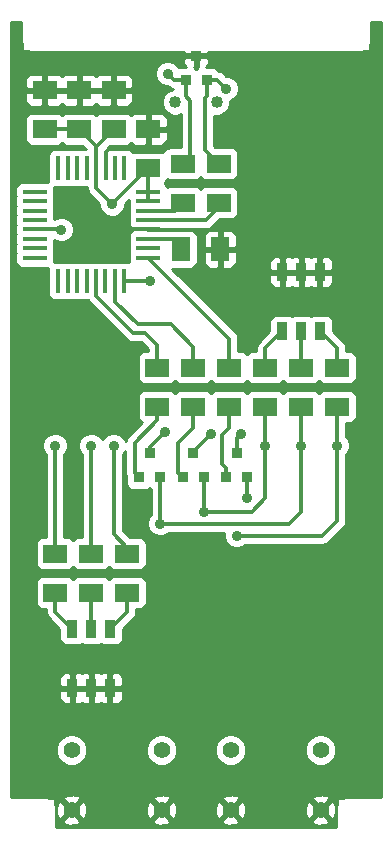
<source format=gtl>
G04 (created by PCBNEW-RS274X (2011-05-25)-stable) date Wed 28 Mar 2012 01:03:15 CEST*
G01*
G70*
G90*
%MOIN*%
G04 Gerber Fmt 3.4, Leading zero omitted, Abs format*
%FSLAX34Y34*%
G04 APERTURE LIST*
%ADD10C,0.006000*%
%ADD11R,0.080000X0.060000*%
%ADD12R,0.060000X0.080000*%
%ADD13R,0.036000X0.036000*%
%ADD14C,0.055000*%
%ADD15R,0.017700X0.078700*%
%ADD16R,0.078700X0.017700*%
%ADD17C,0.040000*%
%ADD18R,0.035400X0.059100*%
%ADD19C,0.035000*%
%ADD20C,0.011800*%
%ADD21C,0.010000*%
G04 APERTURE END LIST*
G54D10*
G54D11*
X31600Y-39350D03*
X31600Y-40650D03*
X30400Y-39350D03*
X30400Y-40650D03*
X29200Y-39350D03*
X29200Y-40650D03*
X30050Y-32550D03*
X30050Y-33850D03*
X31250Y-33850D03*
X31250Y-32550D03*
X25450Y-31400D03*
X25450Y-30100D03*
X28900Y-32700D03*
X28900Y-31400D03*
G54D12*
X30000Y-35400D03*
X31300Y-35400D03*
G54D11*
X26600Y-31400D03*
X26600Y-30100D03*
X27750Y-31400D03*
X27750Y-30100D03*
G54D13*
X32200Y-43000D03*
X31500Y-43000D03*
X31850Y-42200D03*
X30750Y-43000D03*
X30050Y-43000D03*
X30400Y-42200D03*
X29300Y-43000D03*
X28600Y-43000D03*
X28950Y-42200D03*
G54D14*
X29350Y-54100D03*
X29350Y-52100D03*
X26350Y-54100D03*
X26350Y-52100D03*
X34650Y-54100D03*
X34650Y-52100D03*
X31650Y-54100D03*
X31650Y-52100D03*
G54D15*
X25907Y-32704D03*
X26222Y-32704D03*
X26537Y-32704D03*
X26852Y-32704D03*
X27167Y-32704D03*
X27482Y-32704D03*
X27797Y-32704D03*
X28112Y-32704D03*
X28110Y-36470D03*
X25900Y-36470D03*
X26220Y-36470D03*
X26540Y-36470D03*
X26850Y-36470D03*
X27170Y-36470D03*
X27480Y-36470D03*
X27800Y-36470D03*
G54D16*
X28900Y-33488D03*
X28900Y-33802D03*
X28900Y-34118D03*
X28900Y-34432D03*
X28900Y-34748D03*
X28900Y-35062D03*
X28900Y-35378D03*
X28900Y-35692D03*
X25120Y-33490D03*
X25120Y-33800D03*
X25120Y-34120D03*
X25120Y-34430D03*
X25120Y-34740D03*
X25120Y-35060D03*
X25120Y-35380D03*
X25120Y-35700D03*
G54D17*
X29811Y-30500D03*
X31189Y-30500D03*
G54D11*
X25800Y-45550D03*
X25800Y-46850D03*
X28200Y-45550D03*
X28200Y-46850D03*
X27000Y-45550D03*
X27000Y-46850D03*
X35200Y-40650D03*
X35200Y-39350D03*
X32800Y-40650D03*
X32800Y-39350D03*
X34000Y-40650D03*
X34000Y-39350D03*
G54D13*
X30850Y-29750D03*
X30150Y-29750D03*
X30500Y-28950D03*
G54D18*
X34630Y-36166D03*
X34000Y-36166D03*
X33370Y-36166D03*
X33370Y-38134D03*
X34000Y-38134D03*
X34630Y-38134D03*
X26370Y-50034D03*
X27000Y-50034D03*
X27630Y-50034D03*
X27630Y-48066D03*
X27000Y-48066D03*
X26370Y-48066D03*
G54D19*
X32200Y-43700D03*
X31850Y-44950D03*
X35200Y-41950D03*
X25800Y-41950D03*
X30750Y-44150D03*
X32800Y-41950D03*
X27750Y-41950D03*
X29300Y-44550D03*
X34000Y-41950D03*
X27000Y-41950D03*
X34000Y-35100D03*
X27650Y-35250D03*
X28900Y-31400D03*
X31350Y-29150D03*
X28950Y-36450D03*
X26000Y-34750D03*
X29550Y-29550D03*
X31500Y-30050D03*
X32000Y-41550D03*
X29450Y-41500D03*
X31000Y-41550D03*
X27700Y-33900D03*
G54D20*
X32200Y-43700D02*
X32200Y-43000D01*
X31850Y-44950D02*
X34700Y-44950D01*
X35200Y-44450D02*
X35200Y-41950D01*
X34700Y-44950D02*
X35200Y-44450D01*
X31850Y-44950D02*
X31850Y-44950D01*
X35200Y-40650D02*
X35200Y-41950D01*
X25800Y-41950D02*
X25800Y-45550D01*
X30750Y-44150D02*
X32350Y-44150D01*
X32800Y-43700D02*
X32800Y-41950D01*
X32350Y-44150D02*
X32800Y-43700D01*
X30750Y-44150D02*
X30750Y-43000D01*
X32800Y-40650D02*
X32800Y-41950D01*
X28200Y-45350D02*
X28200Y-45550D01*
X27750Y-41950D02*
X27750Y-44900D01*
X27750Y-44900D02*
X28200Y-45350D01*
X31600Y-39350D02*
X31600Y-38392D01*
X31600Y-38392D02*
X28900Y-35692D01*
X30400Y-39350D02*
X30400Y-38650D01*
X27800Y-37150D02*
X27800Y-36470D01*
X28550Y-37900D02*
X27800Y-37150D01*
X29650Y-37900D02*
X28550Y-37900D01*
X30400Y-38650D02*
X29650Y-37900D01*
X27170Y-36470D02*
X27170Y-36970D01*
X29200Y-38600D02*
X29200Y-39350D01*
X28800Y-38200D02*
X29200Y-38600D01*
X28400Y-38200D02*
X28800Y-38200D01*
X27170Y-36970D02*
X28400Y-38200D01*
X29300Y-44550D02*
X29300Y-43000D01*
X34000Y-44150D02*
X34000Y-41950D01*
X33600Y-44550D02*
X34000Y-44150D01*
X29300Y-44550D02*
X33600Y-44550D01*
X34000Y-41950D02*
X34000Y-40650D01*
X27000Y-41950D02*
X27000Y-45550D01*
X34000Y-36166D02*
X34000Y-35100D01*
X28900Y-34748D02*
X28152Y-34748D01*
X28152Y-34748D02*
X27650Y-35250D01*
X30500Y-28950D02*
X31150Y-28950D01*
X31150Y-28950D02*
X31350Y-29150D01*
X27482Y-32704D02*
X27482Y-32168D01*
X27482Y-32168D02*
X27650Y-32000D01*
X29500Y-34750D02*
X28902Y-34750D01*
X28902Y-34750D02*
X28900Y-34748D01*
X32800Y-39350D02*
X32800Y-38704D01*
X32800Y-38704D02*
X33370Y-38134D01*
X35200Y-39350D02*
X35200Y-38704D01*
X35200Y-38704D02*
X34630Y-38134D01*
X34000Y-39350D02*
X34000Y-38134D01*
X28900Y-35062D02*
X29962Y-35062D01*
X29962Y-35062D02*
X30000Y-35400D01*
X30400Y-40650D02*
X30400Y-41350D01*
X29900Y-42850D02*
X30050Y-43000D01*
X29900Y-41850D02*
X29900Y-42850D01*
X30400Y-41350D02*
X29900Y-41850D01*
X28110Y-36470D02*
X28930Y-36470D01*
X28930Y-36470D02*
X28950Y-36450D01*
X31500Y-43000D02*
X31500Y-42700D01*
X31600Y-41350D02*
X31600Y-40650D01*
X31350Y-41600D02*
X31600Y-41350D01*
X31350Y-42550D02*
X31350Y-41600D01*
X31500Y-42700D02*
X31350Y-42550D01*
X29200Y-40650D02*
X29200Y-41100D01*
X28450Y-42850D02*
X28600Y-43000D01*
X28450Y-41850D02*
X28450Y-42850D01*
X29200Y-41100D02*
X28450Y-41850D01*
X28900Y-34432D02*
X30818Y-34432D01*
X31250Y-34000D02*
X31250Y-33850D01*
X30818Y-34432D02*
X31250Y-34000D01*
X28900Y-34118D02*
X29782Y-34118D01*
X29782Y-34118D02*
X30050Y-33850D01*
X25990Y-34740D02*
X25120Y-34740D01*
X26000Y-34750D02*
X25990Y-34740D01*
X30150Y-29750D02*
X30150Y-30300D01*
X30300Y-32300D02*
X30050Y-32550D01*
X30300Y-30450D02*
X30300Y-32300D01*
X30150Y-30300D02*
X30300Y-30450D01*
X29750Y-29750D02*
X30150Y-29750D01*
X29550Y-29550D02*
X29750Y-29750D01*
X30850Y-29750D02*
X30850Y-30300D01*
X30800Y-32100D02*
X31250Y-32550D01*
X30800Y-30350D02*
X30800Y-32100D01*
X30850Y-30300D02*
X30800Y-30350D01*
X31200Y-29750D02*
X30850Y-29750D01*
X31500Y-30050D02*
X31200Y-29750D01*
X25800Y-46850D02*
X25800Y-47496D01*
X25800Y-47496D02*
X26370Y-48066D01*
X27000Y-46850D02*
X27000Y-48066D01*
X28200Y-46850D02*
X28200Y-47496D01*
X28200Y-47496D02*
X27630Y-48066D01*
X31850Y-41700D02*
X31850Y-42200D01*
X32000Y-41550D02*
X31850Y-41700D01*
X28950Y-42000D02*
X28950Y-42200D01*
X29450Y-41500D02*
X28950Y-42000D01*
X30400Y-42150D02*
X30400Y-42200D01*
X31000Y-41550D02*
X30400Y-42150D01*
X27167Y-32704D02*
X27167Y-33367D01*
X27167Y-33367D02*
X27700Y-33900D01*
X28900Y-32700D02*
X27700Y-33900D01*
X26600Y-31400D02*
X25450Y-31400D01*
X27167Y-31967D02*
X27183Y-31967D01*
X27183Y-31967D02*
X27750Y-31400D01*
X27167Y-32704D02*
X27167Y-31967D01*
X27167Y-31967D02*
X26600Y-31400D01*
X28900Y-33802D02*
X28900Y-33488D01*
X28900Y-33488D02*
X28900Y-32700D01*
G54D21*
X26064Y-33337D02*
X26064Y-33337D01*
X26379Y-33337D02*
X26379Y-33337D01*
X26694Y-33337D02*
X26694Y-33337D01*
X25762Y-33417D02*
X26869Y-33417D01*
X25762Y-33497D02*
X26891Y-33497D01*
X25762Y-33577D02*
X26944Y-33577D01*
X25759Y-33657D02*
X27021Y-33657D01*
X25762Y-33737D02*
X27101Y-33737D01*
X25762Y-33817D02*
X27181Y-33817D01*
X28219Y-33817D02*
X28258Y-33817D01*
X25762Y-33897D02*
X27261Y-33897D01*
X28139Y-33897D02*
X28258Y-33897D01*
X25759Y-33977D02*
X27275Y-33977D01*
X28125Y-33977D02*
X28259Y-33977D01*
X25762Y-34057D02*
X27305Y-34057D01*
X28095Y-34057D02*
X28258Y-34057D01*
X25762Y-34137D02*
X27338Y-34137D01*
X28062Y-34137D02*
X28258Y-34137D01*
X25762Y-34217D02*
X27416Y-34217D01*
X27984Y-34217D02*
X28258Y-34217D01*
X25762Y-34297D02*
X27548Y-34297D01*
X27853Y-34297D02*
X28258Y-34297D01*
X25762Y-34377D02*
X25788Y-34377D01*
X26209Y-34377D02*
X28258Y-34377D01*
X26308Y-34457D02*
X28258Y-34457D01*
X26372Y-34537D02*
X28258Y-34537D01*
X26404Y-34617D02*
X28257Y-34617D01*
X26425Y-34697D02*
X28312Y-34697D01*
X26425Y-34777D02*
X28352Y-34777D01*
X26416Y-34857D02*
X28258Y-34857D01*
X26383Y-34937D02*
X28258Y-34937D01*
X26334Y-35017D02*
X28258Y-35017D01*
X26254Y-35097D02*
X28258Y-35097D01*
X25762Y-35177D02*
X28258Y-35177D01*
X25762Y-35257D02*
X28258Y-35257D01*
X25762Y-35337D02*
X28258Y-35337D01*
X25762Y-35417D02*
X28258Y-35417D01*
X25762Y-35497D02*
X28258Y-35497D01*
X25762Y-35577D02*
X28258Y-35577D01*
X25762Y-35657D02*
X28258Y-35657D01*
X25762Y-35737D02*
X28258Y-35737D01*
X25762Y-35817D02*
X28258Y-35817D01*
X24325Y-27825D02*
X24675Y-27825D01*
X36325Y-27825D02*
X36675Y-27825D01*
X24325Y-27905D02*
X24675Y-27905D01*
X36325Y-27905D02*
X36675Y-27905D01*
X24325Y-27985D02*
X24675Y-27985D01*
X36325Y-27985D02*
X36675Y-27985D01*
X24325Y-28065D02*
X24675Y-28065D01*
X36325Y-28065D02*
X36675Y-28065D01*
X24325Y-28145D02*
X24675Y-28145D01*
X36325Y-28145D02*
X36675Y-28145D01*
X24325Y-28225D02*
X24675Y-28225D01*
X36325Y-28225D02*
X36675Y-28225D01*
X24325Y-28305D02*
X24675Y-28305D01*
X36325Y-28305D02*
X36675Y-28305D01*
X24325Y-28385D02*
X24675Y-28385D01*
X36325Y-28385D02*
X36675Y-28385D01*
X24325Y-28465D02*
X24675Y-28465D01*
X36325Y-28465D02*
X36675Y-28465D01*
X24325Y-28545D02*
X24685Y-28545D01*
X36316Y-28545D02*
X36675Y-28545D01*
X24325Y-28625D02*
X24700Y-28625D01*
X36300Y-28625D02*
X36675Y-28625D01*
X24325Y-28705D02*
X24700Y-28705D01*
X36300Y-28705D02*
X36675Y-28705D01*
X24325Y-28785D02*
X24700Y-28785D01*
X36300Y-28785D02*
X36675Y-28785D01*
X24325Y-28865D02*
X30097Y-28865D01*
X30903Y-28865D02*
X36675Y-28865D01*
X24325Y-28945D02*
X36675Y-28945D01*
X24325Y-29025D02*
X30107Y-29025D01*
X30450Y-29025D02*
X30550Y-29025D01*
X30893Y-29025D02*
X36675Y-29025D01*
X24325Y-29105D02*
X30071Y-29105D01*
X30450Y-29105D02*
X30550Y-29105D01*
X30929Y-29105D02*
X36675Y-29105D01*
X24325Y-29185D02*
X29319Y-29185D01*
X29779Y-29185D02*
X30074Y-29185D01*
X30450Y-29185D02*
X30550Y-29185D01*
X30927Y-29185D02*
X36675Y-29185D01*
X24325Y-29265D02*
X29234Y-29265D01*
X29866Y-29265D02*
X30107Y-29265D01*
X30450Y-29265D02*
X30550Y-29265D01*
X30894Y-29265D02*
X36675Y-29265D01*
X24325Y-29345D02*
X29175Y-29345D01*
X30438Y-29345D02*
X30560Y-29345D01*
X31137Y-29345D02*
X36675Y-29345D01*
X24325Y-29425D02*
X29141Y-29425D01*
X31237Y-29425D02*
X36675Y-29425D01*
X24325Y-29505D02*
X29125Y-29505D01*
X31377Y-29505D02*
X36675Y-29505D01*
X24325Y-29585D02*
X24918Y-29585D01*
X25373Y-29585D02*
X25527Y-29585D01*
X25981Y-29585D02*
X26068Y-29585D01*
X26523Y-29585D02*
X26677Y-29585D01*
X27131Y-29585D02*
X27218Y-29585D01*
X27673Y-29585D02*
X27827Y-29585D01*
X28281Y-29585D02*
X29125Y-29585D01*
X31471Y-29585D02*
X36675Y-29585D01*
X24325Y-29665D02*
X24836Y-29665D01*
X25400Y-29665D02*
X25500Y-29665D01*
X26550Y-29665D02*
X26650Y-29665D01*
X27700Y-29665D02*
X27800Y-29665D01*
X28363Y-29665D02*
X29138Y-29665D01*
X31681Y-29665D02*
X36675Y-29665D01*
X24325Y-29745D02*
X24803Y-29745D01*
X25400Y-29745D02*
X25500Y-29745D01*
X26550Y-29745D02*
X26650Y-29745D01*
X27700Y-29745D02*
X27800Y-29745D01*
X28396Y-29745D02*
X29171Y-29745D01*
X31796Y-29745D02*
X36675Y-29745D01*
X24325Y-29825D02*
X24800Y-29825D01*
X25400Y-29825D02*
X25500Y-29825D01*
X26550Y-29825D02*
X26650Y-29825D01*
X27700Y-29825D02*
X27800Y-29825D01*
X28399Y-29825D02*
X29224Y-29825D01*
X31867Y-29825D02*
X36675Y-29825D01*
X24325Y-29905D02*
X24800Y-29905D01*
X25400Y-29905D02*
X25500Y-29905D01*
X26550Y-29905D02*
X26650Y-29905D01*
X27700Y-29905D02*
X27800Y-29905D01*
X28399Y-29905D02*
X29304Y-29905D01*
X31899Y-29905D02*
X36675Y-29905D01*
X24325Y-29985D02*
X24800Y-29985D01*
X25400Y-29985D02*
X25500Y-29985D01*
X26550Y-29985D02*
X26650Y-29985D01*
X27700Y-29985D02*
X27800Y-29985D01*
X28399Y-29985D02*
X29558Y-29985D01*
X31925Y-29985D02*
X36675Y-29985D01*
X24325Y-30065D02*
X25400Y-30065D01*
X25400Y-30065D02*
X26550Y-30065D01*
X26550Y-30065D02*
X27700Y-30065D01*
X27700Y-30065D02*
X28400Y-30065D01*
X28400Y-30065D02*
X29686Y-30065D01*
X31925Y-30065D02*
X36675Y-30065D01*
X24325Y-30145D02*
X25400Y-30145D01*
X25400Y-30145D02*
X26550Y-30145D01*
X26550Y-30145D02*
X27700Y-30145D01*
X27700Y-30145D02*
X28400Y-30145D01*
X28400Y-30145D02*
X29531Y-30145D01*
X31921Y-30145D02*
X36675Y-30145D01*
X24325Y-30225D02*
X24801Y-30225D01*
X25400Y-30225D02*
X25500Y-30225D01*
X26550Y-30225D02*
X26650Y-30225D01*
X27700Y-30225D02*
X27800Y-30225D01*
X28400Y-30225D02*
X28400Y-30225D01*
X28400Y-30225D02*
X29451Y-30225D01*
X31888Y-30225D02*
X36675Y-30225D01*
X24325Y-30305D02*
X24801Y-30305D01*
X25400Y-30305D02*
X25500Y-30305D01*
X26550Y-30305D02*
X26650Y-30305D01*
X27700Y-30305D02*
X27800Y-30305D01*
X28400Y-30305D02*
X28400Y-30305D01*
X28400Y-30305D02*
X29405Y-30305D01*
X31846Y-30305D02*
X36675Y-30305D01*
X24325Y-30385D02*
X24801Y-30385D01*
X25400Y-30385D02*
X25500Y-30385D01*
X26550Y-30385D02*
X26650Y-30385D01*
X27700Y-30385D02*
X27800Y-30385D01*
X28400Y-30385D02*
X28400Y-30385D01*
X28400Y-30385D02*
X29372Y-30385D01*
X31766Y-30385D02*
X36675Y-30385D01*
X24325Y-30465D02*
X24808Y-30465D01*
X25400Y-30465D02*
X25500Y-30465D01*
X26550Y-30465D02*
X26650Y-30465D01*
X27700Y-30465D02*
X27800Y-30465D01*
X28393Y-30465D02*
X28400Y-30465D01*
X28400Y-30465D02*
X29362Y-30465D01*
X31638Y-30465D02*
X36675Y-30465D01*
X24325Y-30545D02*
X24843Y-30545D01*
X25400Y-30545D02*
X25500Y-30545D01*
X26550Y-30545D02*
X26650Y-30545D01*
X27700Y-30545D02*
X27800Y-30545D01*
X28357Y-30545D02*
X28400Y-30545D01*
X28400Y-30545D02*
X29362Y-30545D01*
X31638Y-30545D02*
X36675Y-30545D01*
X24325Y-30625D02*
X24943Y-30625D01*
X25363Y-30625D02*
X25400Y-30625D01*
X25400Y-30625D02*
X25537Y-30625D01*
X25958Y-30625D02*
X26093Y-30625D01*
X26513Y-30625D02*
X26550Y-30625D01*
X26550Y-30625D02*
X26687Y-30625D01*
X27108Y-30625D02*
X27243Y-30625D01*
X27663Y-30625D02*
X27700Y-30625D01*
X27700Y-30625D02*
X27837Y-30625D01*
X28258Y-30625D02*
X28400Y-30625D01*
X28400Y-30625D02*
X29377Y-30625D01*
X31624Y-30625D02*
X36675Y-30625D01*
X24325Y-30705D02*
X25400Y-30705D01*
X25400Y-30705D02*
X26550Y-30705D01*
X26550Y-30705D02*
X27700Y-30705D01*
X27700Y-30705D02*
X28400Y-30705D01*
X28400Y-30705D02*
X29410Y-30705D01*
X31590Y-30705D02*
X36675Y-30705D01*
X24325Y-30785D02*
X25400Y-30785D01*
X25400Y-30785D02*
X26550Y-30785D01*
X26550Y-30785D02*
X27700Y-30785D01*
X27700Y-30785D02*
X28400Y-30785D01*
X28400Y-30785D02*
X29461Y-30785D01*
X31539Y-30785D02*
X36675Y-30785D01*
X24325Y-30865D02*
X24967Y-30865D01*
X25933Y-30865D02*
X26117Y-30865D01*
X27083Y-30865D02*
X27267Y-30865D01*
X28233Y-30865D02*
X28400Y-30865D01*
X28400Y-30865D02*
X28415Y-30865D01*
X28803Y-30865D02*
X28997Y-30865D01*
X29383Y-30865D02*
X29541Y-30865D01*
X31459Y-30865D02*
X36675Y-30865D01*
X24325Y-30945D02*
X24853Y-30945D01*
X28850Y-30945D02*
X28950Y-30945D01*
X29497Y-30945D02*
X29712Y-30945D01*
X29910Y-30945D02*
X29991Y-30945D01*
X31288Y-30945D02*
X36675Y-30945D01*
X24325Y-31025D02*
X24811Y-31025D01*
X28850Y-31025D02*
X28950Y-31025D01*
X29538Y-31025D02*
X29991Y-31025D01*
X31109Y-31025D02*
X36675Y-31025D01*
X24325Y-31105D02*
X24801Y-31105D01*
X28850Y-31105D02*
X28950Y-31105D01*
X29549Y-31105D02*
X29991Y-31105D01*
X31109Y-31105D02*
X36675Y-31105D01*
X24325Y-31185D02*
X24801Y-31185D01*
X28850Y-31185D02*
X28950Y-31185D01*
X29549Y-31185D02*
X29991Y-31185D01*
X31109Y-31185D02*
X36675Y-31185D01*
X24325Y-31265D02*
X24801Y-31265D01*
X28850Y-31265D02*
X28950Y-31265D01*
X29549Y-31265D02*
X29991Y-31265D01*
X31109Y-31265D02*
X36675Y-31265D01*
X24325Y-31345D02*
X24801Y-31345D01*
X28850Y-31345D02*
X28950Y-31345D01*
X29493Y-31345D02*
X29550Y-31345D01*
X29550Y-31345D02*
X29991Y-31345D01*
X31109Y-31345D02*
X36675Y-31345D01*
X24325Y-31425D02*
X24801Y-31425D01*
X28850Y-31425D02*
X29550Y-31425D01*
X29550Y-31425D02*
X29991Y-31425D01*
X31109Y-31425D02*
X36675Y-31425D01*
X24325Y-31505D02*
X24801Y-31505D01*
X28850Y-31505D02*
X28950Y-31505D01*
X29543Y-31505D02*
X29550Y-31505D01*
X29550Y-31505D02*
X29991Y-31505D01*
X31109Y-31505D02*
X36675Y-31505D01*
X24325Y-31585D02*
X24801Y-31585D01*
X28850Y-31585D02*
X28950Y-31585D01*
X29550Y-31585D02*
X29550Y-31585D01*
X29550Y-31585D02*
X29991Y-31585D01*
X31109Y-31585D02*
X36675Y-31585D01*
X24325Y-31665D02*
X24801Y-31665D01*
X28850Y-31665D02*
X28950Y-31665D01*
X29550Y-31665D02*
X29550Y-31665D01*
X29550Y-31665D02*
X29991Y-31665D01*
X31109Y-31665D02*
X36675Y-31665D01*
X24325Y-31745D02*
X24801Y-31745D01*
X28850Y-31745D02*
X28950Y-31745D01*
X29550Y-31745D02*
X29550Y-31745D01*
X29550Y-31745D02*
X29991Y-31745D01*
X31109Y-31745D02*
X36675Y-31745D01*
X24325Y-31825D02*
X24833Y-31825D01*
X28850Y-31825D02*
X28950Y-31825D01*
X29518Y-31825D02*
X29550Y-31825D01*
X29550Y-31825D02*
X29991Y-31825D01*
X31109Y-31825D02*
X36675Y-31825D01*
X24325Y-31905D02*
X24903Y-31905D01*
X25997Y-31905D02*
X26053Y-31905D01*
X28297Y-31905D02*
X28353Y-31905D01*
X28833Y-31905D02*
X28967Y-31905D01*
X29447Y-31905D02*
X29550Y-31905D01*
X29550Y-31905D02*
X29991Y-31905D01*
X31109Y-31905D02*
X36675Y-31905D01*
X24325Y-31985D02*
X26748Y-31985D01*
X27601Y-31985D02*
X29550Y-31985D01*
X29550Y-31985D02*
X29991Y-31985D01*
X31121Y-31985D02*
X36675Y-31985D01*
X24325Y-32065D02*
X25762Y-32065D01*
X26052Y-32065D02*
X26077Y-32065D01*
X26367Y-32065D02*
X26392Y-32065D01*
X26682Y-32065D02*
X26707Y-32065D01*
X27582Y-32065D02*
X27584Y-32065D01*
X27627Y-32065D02*
X27652Y-32065D01*
X27942Y-32065D02*
X27967Y-32065D01*
X28257Y-32065D02*
X29483Y-32065D01*
X31817Y-32065D02*
X36675Y-32065D01*
X24325Y-32145D02*
X25633Y-32145D01*
X28386Y-32145D02*
X29423Y-32145D01*
X31875Y-32145D02*
X36675Y-32145D01*
X24325Y-32225D02*
X25585Y-32225D01*
X31899Y-32225D02*
X36675Y-32225D01*
X24325Y-32305D02*
X25570Y-32305D01*
X31899Y-32305D02*
X36675Y-32305D01*
X24325Y-32385D02*
X25570Y-32385D01*
X31899Y-32385D02*
X36675Y-32385D01*
X24325Y-32465D02*
X25570Y-32465D01*
X31899Y-32465D02*
X36675Y-32465D01*
X24325Y-32545D02*
X25570Y-32545D01*
X31899Y-32545D02*
X36675Y-32545D01*
X24325Y-32625D02*
X25570Y-32625D01*
X31899Y-32625D02*
X36675Y-32625D01*
X24325Y-32705D02*
X25570Y-32705D01*
X31899Y-32705D02*
X36675Y-32705D01*
X24325Y-32785D02*
X25570Y-32785D01*
X31899Y-32785D02*
X36675Y-32785D01*
X24325Y-32865D02*
X25570Y-32865D01*
X31899Y-32865D02*
X36675Y-32865D01*
X24325Y-32945D02*
X25570Y-32945D01*
X31881Y-32945D02*
X36675Y-32945D01*
X24325Y-33025D02*
X25570Y-33025D01*
X30627Y-33025D02*
X30673Y-33025D01*
X31827Y-33025D02*
X36675Y-33025D01*
X24325Y-33105D02*
X25570Y-33105D01*
X29526Y-33105D02*
X36675Y-33105D01*
X24325Y-33185D02*
X24600Y-33185D01*
X29467Y-33185D02*
X36675Y-33185D01*
X24325Y-33265D02*
X24514Y-33265D01*
X29506Y-33265D02*
X36675Y-33265D01*
X24325Y-33345D02*
X24480Y-33345D01*
X30597Y-33345D02*
X30703Y-33345D01*
X31797Y-33345D02*
X36675Y-33345D01*
X24325Y-33425D02*
X24478Y-33425D01*
X31867Y-33425D02*
X36675Y-33425D01*
X24325Y-33505D02*
X24478Y-33505D01*
X31899Y-33505D02*
X36675Y-33505D01*
X24325Y-33585D02*
X24478Y-33585D01*
X31899Y-33585D02*
X36675Y-33585D01*
X24325Y-33665D02*
X24478Y-33665D01*
X31899Y-33665D02*
X36675Y-33665D01*
X24325Y-33745D02*
X24478Y-33745D01*
X31899Y-33745D02*
X36675Y-33745D01*
X24325Y-33825D02*
X24478Y-33825D01*
X31899Y-33825D02*
X36675Y-33825D01*
X24325Y-33905D02*
X24478Y-33905D01*
X31899Y-33905D02*
X36675Y-33905D01*
X24325Y-33985D02*
X24478Y-33985D01*
X31899Y-33985D02*
X36675Y-33985D01*
X24325Y-34065D02*
X24478Y-34065D01*
X31899Y-34065D02*
X36675Y-34065D01*
X24325Y-34145D02*
X24478Y-34145D01*
X31899Y-34145D02*
X36675Y-34145D01*
X24325Y-34225D02*
X24478Y-34225D01*
X31889Y-34225D02*
X36675Y-34225D01*
X24325Y-34305D02*
X24478Y-34305D01*
X31847Y-34305D02*
X36675Y-34305D01*
X24325Y-34385D02*
X24478Y-34385D01*
X31733Y-34385D02*
X36675Y-34385D01*
X24325Y-34465D02*
X24478Y-34465D01*
X31221Y-34465D02*
X36675Y-34465D01*
X24325Y-34545D02*
X24478Y-34545D01*
X31141Y-34545D02*
X36675Y-34545D01*
X24325Y-34625D02*
X24478Y-34625D01*
X31061Y-34625D02*
X36675Y-34625D01*
X24325Y-34705D02*
X24478Y-34705D01*
X30954Y-34705D02*
X36675Y-34705D01*
X24325Y-34785D02*
X24478Y-34785D01*
X30431Y-34785D02*
X30868Y-34785D01*
X31223Y-34785D02*
X31377Y-34785D01*
X31731Y-34785D02*
X36675Y-34785D01*
X24325Y-34865D02*
X24478Y-34865D01*
X30513Y-34865D02*
X30786Y-34865D01*
X31250Y-34865D02*
X31350Y-34865D01*
X31813Y-34865D02*
X36675Y-34865D01*
X24325Y-34945D02*
X24478Y-34945D01*
X30546Y-34945D02*
X30753Y-34945D01*
X31250Y-34945D02*
X31350Y-34945D01*
X31846Y-34945D02*
X36675Y-34945D01*
X24325Y-35025D02*
X24478Y-35025D01*
X30549Y-35025D02*
X30751Y-35025D01*
X31250Y-35025D02*
X31350Y-35025D01*
X31849Y-35025D02*
X36675Y-35025D01*
X24325Y-35105D02*
X24478Y-35105D01*
X30549Y-35105D02*
X30750Y-35105D01*
X31250Y-35105D02*
X31350Y-35105D01*
X31849Y-35105D02*
X36675Y-35105D01*
X24325Y-35185D02*
X24478Y-35185D01*
X30549Y-35185D02*
X30750Y-35185D01*
X31250Y-35185D02*
X31350Y-35185D01*
X31849Y-35185D02*
X36675Y-35185D01*
X24325Y-35265D02*
X24478Y-35265D01*
X30549Y-35265D02*
X30750Y-35265D01*
X31250Y-35265D02*
X31350Y-35265D01*
X31849Y-35265D02*
X36675Y-35265D01*
X24325Y-35345D02*
X24478Y-35345D01*
X30549Y-35345D02*
X30807Y-35345D01*
X31250Y-35345D02*
X31350Y-35345D01*
X31793Y-35345D02*
X31850Y-35345D01*
X31850Y-35345D02*
X36675Y-35345D01*
X24325Y-35425D02*
X24478Y-35425D01*
X30549Y-35425D02*
X31250Y-35425D01*
X31250Y-35425D02*
X31850Y-35425D01*
X31850Y-35425D02*
X36675Y-35425D01*
X24325Y-35505D02*
X24478Y-35505D01*
X30549Y-35505D02*
X30757Y-35505D01*
X31250Y-35505D02*
X31350Y-35505D01*
X31843Y-35505D02*
X31850Y-35505D01*
X31850Y-35505D02*
X36675Y-35505D01*
X24325Y-35585D02*
X24478Y-35585D01*
X30549Y-35585D02*
X30751Y-35585D01*
X31250Y-35585D02*
X31350Y-35585D01*
X31850Y-35585D02*
X31850Y-35585D01*
X31850Y-35585D02*
X36675Y-35585D01*
X24325Y-35665D02*
X24478Y-35665D01*
X30549Y-35665D02*
X30751Y-35665D01*
X31250Y-35665D02*
X31350Y-35665D01*
X31850Y-35665D02*
X31850Y-35665D01*
X31850Y-35665D02*
X33047Y-35665D01*
X33302Y-35665D02*
X33438Y-35665D01*
X33932Y-35665D02*
X34068Y-35665D01*
X34562Y-35665D02*
X34698Y-35665D01*
X34953Y-35665D02*
X36675Y-35665D01*
X24325Y-35745D02*
X24478Y-35745D01*
X30549Y-35745D02*
X30751Y-35745D01*
X31250Y-35745D02*
X31350Y-35745D01*
X31850Y-35745D02*
X31850Y-35745D01*
X31850Y-35745D02*
X32975Y-35745D01*
X33320Y-35745D02*
X33420Y-35745D01*
X33950Y-35745D02*
X34050Y-35745D01*
X34580Y-35745D02*
X34680Y-35745D01*
X35024Y-35745D02*
X36675Y-35745D01*
X24325Y-35825D02*
X24478Y-35825D01*
X30549Y-35825D02*
X30751Y-35825D01*
X31250Y-35825D02*
X31350Y-35825D01*
X31849Y-35825D02*
X31850Y-35825D01*
X31850Y-35825D02*
X32944Y-35825D01*
X33320Y-35825D02*
X33420Y-35825D01*
X33950Y-35825D02*
X34050Y-35825D01*
X34580Y-35825D02*
X34680Y-35825D01*
X35056Y-35825D02*
X36675Y-35825D01*
X24325Y-35905D02*
X24507Y-35905D01*
X30527Y-35905D02*
X30774Y-35905D01*
X31250Y-35905D02*
X31350Y-35905D01*
X31827Y-35905D02*
X31850Y-35905D01*
X31850Y-35905D02*
X32944Y-35905D01*
X33320Y-35905D02*
X33420Y-35905D01*
X33950Y-35905D02*
X34050Y-35905D01*
X34580Y-35905D02*
X34680Y-35905D01*
X35056Y-35905D02*
X36675Y-35905D01*
X24325Y-35985D02*
X24572Y-35985D01*
X30467Y-35985D02*
X30833Y-35985D01*
X31250Y-35985D02*
X31350Y-35985D01*
X31767Y-35985D02*
X31850Y-35985D01*
X31850Y-35985D02*
X32943Y-35985D01*
X33320Y-35985D02*
X33420Y-35985D01*
X33950Y-35985D02*
X34050Y-35985D01*
X34580Y-35985D02*
X34680Y-35985D01*
X35056Y-35985D02*
X36675Y-35985D01*
X24325Y-36065D02*
X25563Y-36065D01*
X29709Y-36065D02*
X31250Y-36065D01*
X31250Y-36065D02*
X31850Y-36065D01*
X31850Y-36065D02*
X32954Y-36065D01*
X33320Y-36065D02*
X33420Y-36065D01*
X33950Y-36065D02*
X34050Y-36065D01*
X34580Y-36065D02*
X34680Y-36065D01*
X35046Y-36065D02*
X35057Y-36065D01*
X35057Y-36065D02*
X36675Y-36065D01*
X24325Y-36145D02*
X25563Y-36145D01*
X29789Y-36145D02*
X31250Y-36145D01*
X31250Y-36145D02*
X31850Y-36145D01*
X31850Y-36145D02*
X33320Y-36145D01*
X33320Y-36145D02*
X33950Y-36145D01*
X33950Y-36145D02*
X34580Y-36145D01*
X34580Y-36145D02*
X35057Y-36145D01*
X35057Y-36145D02*
X36675Y-36145D01*
X24325Y-36225D02*
X25563Y-36225D01*
X29869Y-36225D02*
X31250Y-36225D01*
X31250Y-36225D02*
X31850Y-36225D01*
X31850Y-36225D02*
X32996Y-36225D01*
X33320Y-36225D02*
X33420Y-36225D01*
X33950Y-36225D02*
X34050Y-36225D01*
X34580Y-36225D02*
X34680Y-36225D01*
X35004Y-36225D02*
X35057Y-36225D01*
X35057Y-36225D02*
X36675Y-36225D01*
X24325Y-36305D02*
X25563Y-36305D01*
X29949Y-36305D02*
X31250Y-36305D01*
X31250Y-36305D02*
X31850Y-36305D01*
X31850Y-36305D02*
X32944Y-36305D01*
X33320Y-36305D02*
X33420Y-36305D01*
X33950Y-36305D02*
X34050Y-36305D01*
X34580Y-36305D02*
X34680Y-36305D01*
X35057Y-36305D02*
X35057Y-36305D01*
X35057Y-36305D02*
X36675Y-36305D01*
X24325Y-36385D02*
X25563Y-36385D01*
X30029Y-36385D02*
X31250Y-36385D01*
X31250Y-36385D02*
X31850Y-36385D01*
X31850Y-36385D02*
X32944Y-36385D01*
X33320Y-36385D02*
X33420Y-36385D01*
X33950Y-36385D02*
X34050Y-36385D01*
X34580Y-36385D02*
X34680Y-36385D01*
X35057Y-36385D02*
X35057Y-36385D01*
X35057Y-36385D02*
X36675Y-36385D01*
X24325Y-36465D02*
X25563Y-36465D01*
X30109Y-36465D02*
X31250Y-36465D01*
X31250Y-36465D02*
X31850Y-36465D01*
X31850Y-36465D02*
X32944Y-36465D01*
X33320Y-36465D02*
X33420Y-36465D01*
X33950Y-36465D02*
X34050Y-36465D01*
X34580Y-36465D02*
X34680Y-36465D01*
X35056Y-36465D02*
X35057Y-36465D01*
X35057Y-36465D02*
X36675Y-36465D01*
X24325Y-36545D02*
X25563Y-36545D01*
X30189Y-36545D02*
X31250Y-36545D01*
X31250Y-36545D02*
X31850Y-36545D01*
X31850Y-36545D02*
X32959Y-36545D01*
X33320Y-36545D02*
X33420Y-36545D01*
X33950Y-36545D02*
X34050Y-36545D01*
X34580Y-36545D02*
X34680Y-36545D01*
X35042Y-36545D02*
X35057Y-36545D01*
X35057Y-36545D02*
X36675Y-36545D01*
X24325Y-36625D02*
X25563Y-36625D01*
X30269Y-36625D02*
X31250Y-36625D01*
X31250Y-36625D02*
X31850Y-36625D01*
X31850Y-36625D02*
X33005Y-36625D01*
X33320Y-36625D02*
X33420Y-36625D01*
X33950Y-36625D02*
X34050Y-36625D01*
X34580Y-36625D02*
X34680Y-36625D01*
X34995Y-36625D02*
X35057Y-36625D01*
X35057Y-36625D02*
X36675Y-36625D01*
X24325Y-36705D02*
X25563Y-36705D01*
X30349Y-36705D02*
X31250Y-36705D01*
X31250Y-36705D02*
X31850Y-36705D01*
X31850Y-36705D02*
X33132Y-36705D01*
X33264Y-36705D02*
X33320Y-36705D01*
X33320Y-36705D02*
X33476Y-36705D01*
X33609Y-36705D02*
X33762Y-36705D01*
X33894Y-36705D02*
X33950Y-36705D01*
X33950Y-36705D02*
X34106Y-36705D01*
X34239Y-36705D02*
X34392Y-36705D01*
X34524Y-36705D02*
X34580Y-36705D01*
X34580Y-36705D02*
X34736Y-36705D01*
X34869Y-36705D02*
X35057Y-36705D01*
X35057Y-36705D02*
X36675Y-36705D01*
X24325Y-36785D02*
X25563Y-36785D01*
X30429Y-36785D02*
X31250Y-36785D01*
X31250Y-36785D02*
X31850Y-36785D01*
X31850Y-36785D02*
X33320Y-36785D01*
X33320Y-36785D02*
X33950Y-36785D01*
X33950Y-36785D02*
X34580Y-36785D01*
X34580Y-36785D02*
X35057Y-36785D01*
X35057Y-36785D02*
X36675Y-36785D01*
X24325Y-36865D02*
X25563Y-36865D01*
X30509Y-36865D02*
X31250Y-36865D01*
X31250Y-36865D02*
X31850Y-36865D01*
X31850Y-36865D02*
X33320Y-36865D01*
X33320Y-36865D02*
X33950Y-36865D01*
X33950Y-36865D02*
X34580Y-36865D01*
X34580Y-36865D02*
X35057Y-36865D01*
X35057Y-36865D02*
X36675Y-36865D01*
X24325Y-36945D02*
X25577Y-36945D01*
X30589Y-36945D02*
X31250Y-36945D01*
X31250Y-36945D02*
X31850Y-36945D01*
X31850Y-36945D02*
X33320Y-36945D01*
X33320Y-36945D02*
X33950Y-36945D01*
X33950Y-36945D02*
X34580Y-36945D01*
X34580Y-36945D02*
X35057Y-36945D01*
X35057Y-36945D02*
X36675Y-36945D01*
X24325Y-37025D02*
X25622Y-37025D01*
X30669Y-37025D02*
X31250Y-37025D01*
X31250Y-37025D02*
X31850Y-37025D01*
X31850Y-37025D02*
X33320Y-37025D01*
X33320Y-37025D02*
X33950Y-37025D01*
X33950Y-37025D02*
X34580Y-37025D01*
X34580Y-37025D02*
X35057Y-37025D01*
X35057Y-37025D02*
X36675Y-37025D01*
X24325Y-37105D02*
X25746Y-37105D01*
X26053Y-37105D02*
X26066Y-37105D01*
X26373Y-37105D02*
X26386Y-37105D01*
X26692Y-37105D02*
X26697Y-37105D01*
X30749Y-37105D02*
X31250Y-37105D01*
X31250Y-37105D02*
X31850Y-37105D01*
X31850Y-37105D02*
X33320Y-37105D01*
X33320Y-37105D02*
X33950Y-37105D01*
X33950Y-37105D02*
X34580Y-37105D01*
X34580Y-37105D02*
X35057Y-37105D01*
X35057Y-37105D02*
X36675Y-37105D01*
X24325Y-37185D02*
X26950Y-37185D01*
X30829Y-37185D02*
X31250Y-37185D01*
X31250Y-37185D02*
X31850Y-37185D01*
X31850Y-37185D02*
X33320Y-37185D01*
X33320Y-37185D02*
X33950Y-37185D01*
X33950Y-37185D02*
X34580Y-37185D01*
X34580Y-37185D02*
X35057Y-37185D01*
X35057Y-37185D02*
X36675Y-37185D01*
X24325Y-37265D02*
X27029Y-37265D01*
X30909Y-37265D02*
X31250Y-37265D01*
X31250Y-37265D02*
X31850Y-37265D01*
X31850Y-37265D02*
X33320Y-37265D01*
X33320Y-37265D02*
X33950Y-37265D01*
X33950Y-37265D02*
X34580Y-37265D01*
X34580Y-37265D02*
X35057Y-37265D01*
X35057Y-37265D02*
X36675Y-37265D01*
X24325Y-37345D02*
X27109Y-37345D01*
X30989Y-37345D02*
X31250Y-37345D01*
X31250Y-37345D02*
X31850Y-37345D01*
X31850Y-37345D02*
X33320Y-37345D01*
X33320Y-37345D02*
X33950Y-37345D01*
X33950Y-37345D02*
X34580Y-37345D01*
X34580Y-37345D02*
X35057Y-37345D01*
X35057Y-37345D02*
X36675Y-37345D01*
X24325Y-37425D02*
X27189Y-37425D01*
X31069Y-37425D02*
X31250Y-37425D01*
X31250Y-37425D02*
X31850Y-37425D01*
X31850Y-37425D02*
X33320Y-37425D01*
X33320Y-37425D02*
X33950Y-37425D01*
X33950Y-37425D02*
X34580Y-37425D01*
X34580Y-37425D02*
X35057Y-37425D01*
X35057Y-37425D02*
X36675Y-37425D01*
X24325Y-37505D02*
X27269Y-37505D01*
X31149Y-37505D02*
X31250Y-37505D01*
X31250Y-37505D02*
X31850Y-37505D01*
X31850Y-37505D02*
X33320Y-37505D01*
X33320Y-37505D02*
X33950Y-37505D01*
X33950Y-37505D02*
X34580Y-37505D01*
X34580Y-37505D02*
X35057Y-37505D01*
X35057Y-37505D02*
X36675Y-37505D01*
X24325Y-37585D02*
X27349Y-37585D01*
X31229Y-37585D02*
X31250Y-37585D01*
X31250Y-37585D02*
X31850Y-37585D01*
X31850Y-37585D02*
X33320Y-37585D01*
X33320Y-37585D02*
X33950Y-37585D01*
X33950Y-37585D02*
X34580Y-37585D01*
X34580Y-37585D02*
X35057Y-37585D01*
X35057Y-37585D02*
X36675Y-37585D01*
X24325Y-37665D02*
X27429Y-37665D01*
X31310Y-37665D02*
X31850Y-37665D01*
X31850Y-37665D02*
X33015Y-37665D01*
X34985Y-37665D02*
X35057Y-37665D01*
X35057Y-37665D02*
X36675Y-37665D01*
X24325Y-37745D02*
X27509Y-37745D01*
X31390Y-37745D02*
X31850Y-37745D01*
X31850Y-37745D02*
X32962Y-37745D01*
X35037Y-37745D02*
X35057Y-37745D01*
X35057Y-37745D02*
X36675Y-37745D01*
X24325Y-37825D02*
X27589Y-37825D01*
X31470Y-37825D02*
X31850Y-37825D01*
X31850Y-37825D02*
X32944Y-37825D01*
X35056Y-37825D02*
X35057Y-37825D01*
X35057Y-37825D02*
X36675Y-37825D01*
X24325Y-37905D02*
X27669Y-37905D01*
X31550Y-37905D02*
X31850Y-37905D01*
X31850Y-37905D02*
X32944Y-37905D01*
X35056Y-37905D02*
X35057Y-37905D01*
X35057Y-37905D02*
X36675Y-37905D01*
X24325Y-37985D02*
X27749Y-37985D01*
X31630Y-37985D02*
X31850Y-37985D01*
X31850Y-37985D02*
X32944Y-37985D01*
X35056Y-37985D02*
X35057Y-37985D01*
X35057Y-37985D02*
X36675Y-37985D01*
X24325Y-38065D02*
X27829Y-38065D01*
X31710Y-38065D02*
X31850Y-38065D01*
X31850Y-38065D02*
X32944Y-38065D01*
X35056Y-38065D02*
X35057Y-38065D01*
X35057Y-38065D02*
X36675Y-38065D01*
X24325Y-38145D02*
X27909Y-38145D01*
X31790Y-38145D02*
X31850Y-38145D01*
X31850Y-38145D02*
X32922Y-38145D01*
X35078Y-38145D02*
X36675Y-38145D01*
X24325Y-38225D02*
X27989Y-38225D01*
X31852Y-38225D02*
X32842Y-38225D01*
X35158Y-38225D02*
X36675Y-38225D01*
X24325Y-38305D02*
X28069Y-38305D01*
X31891Y-38305D02*
X32762Y-38305D01*
X35238Y-38305D02*
X36675Y-38305D01*
X24325Y-38385D02*
X28149Y-38385D01*
X31907Y-38385D02*
X32682Y-38385D01*
X35318Y-38385D02*
X36675Y-38385D01*
X24325Y-38465D02*
X28253Y-38465D01*
X31909Y-38465D02*
X32602Y-38465D01*
X35398Y-38465D02*
X36675Y-38465D01*
X24325Y-38545D02*
X28709Y-38545D01*
X31909Y-38545D02*
X32542Y-38545D01*
X35457Y-38545D02*
X36675Y-38545D01*
X24325Y-38625D02*
X28789Y-38625D01*
X31909Y-38625D02*
X32507Y-38625D01*
X35492Y-38625D02*
X36675Y-38625D01*
X24325Y-38705D02*
X28869Y-38705D01*
X31909Y-38705D02*
X32491Y-38705D01*
X35509Y-38705D02*
X36675Y-38705D01*
X24325Y-38785D02*
X28891Y-38785D01*
X31909Y-38785D02*
X32491Y-38785D01*
X35509Y-38785D02*
X36675Y-38785D01*
X24325Y-38865D02*
X28633Y-38865D01*
X32167Y-38865D02*
X32233Y-38865D01*
X35767Y-38865D02*
X36675Y-38865D01*
X24325Y-38945D02*
X28573Y-38945D01*
X35825Y-38945D02*
X36675Y-38945D01*
X24325Y-39025D02*
X28551Y-39025D01*
X35849Y-39025D02*
X36675Y-39025D01*
X24325Y-39105D02*
X28551Y-39105D01*
X35849Y-39105D02*
X36675Y-39105D01*
X24325Y-39185D02*
X28551Y-39185D01*
X35849Y-39185D02*
X36675Y-39185D01*
X24325Y-39265D02*
X28551Y-39265D01*
X35849Y-39265D02*
X36675Y-39265D01*
X24325Y-39345D02*
X28551Y-39345D01*
X35849Y-39345D02*
X36675Y-39345D01*
X24325Y-39425D02*
X28551Y-39425D01*
X35849Y-39425D02*
X36675Y-39425D01*
X24325Y-39505D02*
X28551Y-39505D01*
X35849Y-39505D02*
X36675Y-39505D01*
X24325Y-39585D02*
X28551Y-39585D01*
X35849Y-39585D02*
X36675Y-39585D01*
X24325Y-39665D02*
X28551Y-39665D01*
X35849Y-39665D02*
X36675Y-39665D01*
X24325Y-39745D02*
X28570Y-39745D01*
X35831Y-39745D02*
X35849Y-39745D01*
X35849Y-39745D02*
X36675Y-39745D01*
X24325Y-39825D02*
X28623Y-39825D01*
X29777Y-39825D02*
X29823Y-39825D01*
X30977Y-39825D02*
X31023Y-39825D01*
X32177Y-39825D02*
X32223Y-39825D01*
X33377Y-39825D02*
X33423Y-39825D01*
X34577Y-39825D02*
X34623Y-39825D01*
X35777Y-39825D02*
X35849Y-39825D01*
X35849Y-39825D02*
X36675Y-39825D01*
X24325Y-39905D02*
X35849Y-39905D01*
X35849Y-39905D02*
X36675Y-39905D01*
X24325Y-39985D02*
X35849Y-39985D01*
X35849Y-39985D02*
X36675Y-39985D01*
X24325Y-40065D02*
X35849Y-40065D01*
X35849Y-40065D02*
X36675Y-40065D01*
X24325Y-40145D02*
X28653Y-40145D01*
X29747Y-40145D02*
X29853Y-40145D01*
X30947Y-40145D02*
X31053Y-40145D01*
X32147Y-40145D02*
X32253Y-40145D01*
X33347Y-40145D02*
X33453Y-40145D01*
X34547Y-40145D02*
X34653Y-40145D01*
X35747Y-40145D02*
X35849Y-40145D01*
X35849Y-40145D02*
X36675Y-40145D01*
X24325Y-40225D02*
X28582Y-40225D01*
X35817Y-40225D02*
X35849Y-40225D01*
X35849Y-40225D02*
X36675Y-40225D01*
X24325Y-40305D02*
X28551Y-40305D01*
X35849Y-40305D02*
X36675Y-40305D01*
X24325Y-40385D02*
X28551Y-40385D01*
X35849Y-40385D02*
X36675Y-40385D01*
X24325Y-40465D02*
X28551Y-40465D01*
X35849Y-40465D02*
X36675Y-40465D01*
X24325Y-40545D02*
X28551Y-40545D01*
X35849Y-40545D02*
X36675Y-40545D01*
X24325Y-40625D02*
X28551Y-40625D01*
X35849Y-40625D02*
X36675Y-40625D01*
X24325Y-40705D02*
X28551Y-40705D01*
X35849Y-40705D02*
X36675Y-40705D01*
X24325Y-40785D02*
X28551Y-40785D01*
X35849Y-40785D02*
X36675Y-40785D01*
X24325Y-40865D02*
X28551Y-40865D01*
X35849Y-40865D02*
X36675Y-40865D01*
X24325Y-40945D02*
X28551Y-40945D01*
X35849Y-40945D02*
X36675Y-40945D01*
X24325Y-41025D02*
X28562Y-41025D01*
X35839Y-41025D02*
X35849Y-41025D01*
X35849Y-41025D02*
X36675Y-41025D01*
X24325Y-41105D02*
X28603Y-41105D01*
X35797Y-41105D02*
X35849Y-41105D01*
X35849Y-41105D02*
X36675Y-41105D01*
X24325Y-41185D02*
X28677Y-41185D01*
X35683Y-41185D02*
X35849Y-41185D01*
X35849Y-41185D02*
X36675Y-41185D01*
X24325Y-41265D02*
X28597Y-41265D01*
X35509Y-41265D02*
X35849Y-41265D01*
X35849Y-41265D02*
X36675Y-41265D01*
X24325Y-41345D02*
X28517Y-41345D01*
X35509Y-41345D02*
X35849Y-41345D01*
X35849Y-41345D02*
X36675Y-41345D01*
X24325Y-41425D02*
X28438Y-41425D01*
X35509Y-41425D02*
X35849Y-41425D01*
X35849Y-41425D02*
X36675Y-41425D01*
X24325Y-41505D02*
X28358Y-41505D01*
X35509Y-41505D02*
X35849Y-41505D01*
X35849Y-41505D02*
X36675Y-41505D01*
X24325Y-41585D02*
X25569Y-41585D01*
X26029Y-41585D02*
X26769Y-41585D01*
X27229Y-41585D02*
X27519Y-41585D01*
X27979Y-41585D02*
X28278Y-41585D01*
X35509Y-41585D02*
X35849Y-41585D01*
X35849Y-41585D02*
X36675Y-41585D01*
X24325Y-41665D02*
X25484Y-41665D01*
X26116Y-41665D02*
X26684Y-41665D01*
X27316Y-41665D02*
X27434Y-41665D01*
X28066Y-41665D02*
X28209Y-41665D01*
X35516Y-41665D02*
X35849Y-41665D01*
X35849Y-41665D02*
X36675Y-41665D01*
X24325Y-41745D02*
X25425Y-41745D01*
X26175Y-41745D02*
X26625Y-41745D01*
X28125Y-41745D02*
X28162Y-41745D01*
X35575Y-41745D02*
X35849Y-41745D01*
X35849Y-41745D02*
X36675Y-41745D01*
X24325Y-41825D02*
X25391Y-41825D01*
X26208Y-41825D02*
X26591Y-41825D01*
X35608Y-41825D02*
X35849Y-41825D01*
X35849Y-41825D02*
X36675Y-41825D01*
X24325Y-41905D02*
X25375Y-41905D01*
X26225Y-41905D02*
X26575Y-41905D01*
X35625Y-41905D02*
X35849Y-41905D01*
X35849Y-41905D02*
X36675Y-41905D01*
X24325Y-41985D02*
X25375Y-41985D01*
X26225Y-41985D02*
X26575Y-41985D01*
X35625Y-41985D02*
X35849Y-41985D01*
X35849Y-41985D02*
X36675Y-41985D01*
X24325Y-42065D02*
X25388Y-42065D01*
X26213Y-42065D02*
X26588Y-42065D01*
X35613Y-42065D02*
X35849Y-42065D01*
X35849Y-42065D02*
X36675Y-42065D01*
X24325Y-42145D02*
X25421Y-42145D01*
X26180Y-42145D02*
X26621Y-42145D01*
X28130Y-42145D02*
X28141Y-42145D01*
X35580Y-42145D02*
X35849Y-42145D01*
X35849Y-42145D02*
X36675Y-42145D01*
X24325Y-42225D02*
X25474Y-42225D01*
X26126Y-42225D02*
X26674Y-42225D01*
X28076Y-42225D02*
X28141Y-42225D01*
X35526Y-42225D02*
X35849Y-42225D01*
X35849Y-42225D02*
X36675Y-42225D01*
X24325Y-42305D02*
X25491Y-42305D01*
X26109Y-42305D02*
X26691Y-42305D01*
X28059Y-42305D02*
X28141Y-42305D01*
X35509Y-42305D02*
X35849Y-42305D01*
X35849Y-42305D02*
X36675Y-42305D01*
X24325Y-42385D02*
X25491Y-42385D01*
X26109Y-42385D02*
X26691Y-42385D01*
X28059Y-42385D02*
X28141Y-42385D01*
X35509Y-42385D02*
X35849Y-42385D01*
X35849Y-42385D02*
X36675Y-42385D01*
X24325Y-42465D02*
X25491Y-42465D01*
X26109Y-42465D02*
X26691Y-42465D01*
X28059Y-42465D02*
X28141Y-42465D01*
X35509Y-42465D02*
X35849Y-42465D01*
X35849Y-42465D02*
X36675Y-42465D01*
X24325Y-42545D02*
X25491Y-42545D01*
X26109Y-42545D02*
X26691Y-42545D01*
X28059Y-42545D02*
X28141Y-42545D01*
X35509Y-42545D02*
X35849Y-42545D01*
X35849Y-42545D02*
X36675Y-42545D01*
X24325Y-42625D02*
X25491Y-42625D01*
X26109Y-42625D02*
X26691Y-42625D01*
X28059Y-42625D02*
X28141Y-42625D01*
X35509Y-42625D02*
X35849Y-42625D01*
X35849Y-42625D02*
X36675Y-42625D01*
X24325Y-42705D02*
X25491Y-42705D01*
X26109Y-42705D02*
X26691Y-42705D01*
X28059Y-42705D02*
X28141Y-42705D01*
X35509Y-42705D02*
X35849Y-42705D01*
X35849Y-42705D02*
X36675Y-42705D01*
X24325Y-42785D02*
X25491Y-42785D01*
X26109Y-42785D02*
X26691Y-42785D01*
X28059Y-42785D02*
X28141Y-42785D01*
X35509Y-42785D02*
X35849Y-42785D01*
X35849Y-42785D02*
X36675Y-42785D01*
X24325Y-42865D02*
X25491Y-42865D01*
X26109Y-42865D02*
X26691Y-42865D01*
X28059Y-42865D02*
X28145Y-42865D01*
X35509Y-42865D02*
X35849Y-42865D01*
X35849Y-42865D02*
X36675Y-42865D01*
X24325Y-42945D02*
X25491Y-42945D01*
X26109Y-42945D02*
X26691Y-42945D01*
X28059Y-42945D02*
X28161Y-42945D01*
X35509Y-42945D02*
X35849Y-42945D01*
X35849Y-42945D02*
X36675Y-42945D01*
X24325Y-43025D02*
X25491Y-43025D01*
X26109Y-43025D02*
X26691Y-43025D01*
X28059Y-43025D02*
X28171Y-43025D01*
X35509Y-43025D02*
X35849Y-43025D01*
X35849Y-43025D02*
X36675Y-43025D01*
X24325Y-43105D02*
X25491Y-43105D01*
X26109Y-43105D02*
X26691Y-43105D01*
X28059Y-43105D02*
X28171Y-43105D01*
X35509Y-43105D02*
X35849Y-43105D01*
X35849Y-43105D02*
X36675Y-43105D01*
X24325Y-43185D02*
X25491Y-43185D01*
X26109Y-43185D02*
X26691Y-43185D01*
X28059Y-43185D02*
X28171Y-43185D01*
X35509Y-43185D02*
X35849Y-43185D01*
X35849Y-43185D02*
X36675Y-43185D01*
X24325Y-43265D02*
X25491Y-43265D01*
X26109Y-43265D02*
X26691Y-43265D01*
X28059Y-43265D02*
X28186Y-43265D01*
X35509Y-43265D02*
X35849Y-43265D01*
X35849Y-43265D02*
X36675Y-43265D01*
X24325Y-43345D02*
X25491Y-43345D01*
X26109Y-43345D02*
X26691Y-43345D01*
X28059Y-43345D02*
X28233Y-43345D01*
X35509Y-43345D02*
X35849Y-43345D01*
X35849Y-43345D02*
X36675Y-43345D01*
X24325Y-43425D02*
X25491Y-43425D01*
X26109Y-43425D02*
X26691Y-43425D01*
X28059Y-43425D02*
X28361Y-43425D01*
X28839Y-43425D02*
X28991Y-43425D01*
X35509Y-43425D02*
X35849Y-43425D01*
X35849Y-43425D02*
X36675Y-43425D01*
X24325Y-43505D02*
X25491Y-43505D01*
X26109Y-43505D02*
X26691Y-43505D01*
X28059Y-43505D02*
X28991Y-43505D01*
X35509Y-43505D02*
X35849Y-43505D01*
X35849Y-43505D02*
X36675Y-43505D01*
X24325Y-43585D02*
X25491Y-43585D01*
X26109Y-43585D02*
X26691Y-43585D01*
X28059Y-43585D02*
X28991Y-43585D01*
X35509Y-43585D02*
X35849Y-43585D01*
X35849Y-43585D02*
X36675Y-43585D01*
X24325Y-43665D02*
X25491Y-43665D01*
X26109Y-43665D02*
X26691Y-43665D01*
X28059Y-43665D02*
X28991Y-43665D01*
X35509Y-43665D02*
X35849Y-43665D01*
X35849Y-43665D02*
X36675Y-43665D01*
X24325Y-43745D02*
X25491Y-43745D01*
X26109Y-43745D02*
X26691Y-43745D01*
X28059Y-43745D02*
X28991Y-43745D01*
X35509Y-43745D02*
X35849Y-43745D01*
X35849Y-43745D02*
X36675Y-43745D01*
X24325Y-43825D02*
X25491Y-43825D01*
X26109Y-43825D02*
X26691Y-43825D01*
X28059Y-43825D02*
X28991Y-43825D01*
X35509Y-43825D02*
X35849Y-43825D01*
X35849Y-43825D02*
X36675Y-43825D01*
X24325Y-43905D02*
X25491Y-43905D01*
X26109Y-43905D02*
X26691Y-43905D01*
X28059Y-43905D02*
X28991Y-43905D01*
X35509Y-43905D02*
X35849Y-43905D01*
X35849Y-43905D02*
X36675Y-43905D01*
X24325Y-43985D02*
X25491Y-43985D01*
X26109Y-43985D02*
X26691Y-43985D01*
X28059Y-43985D02*
X28991Y-43985D01*
X35509Y-43985D02*
X35849Y-43985D01*
X35849Y-43985D02*
X36675Y-43985D01*
X24325Y-44065D02*
X25491Y-44065D01*
X26109Y-44065D02*
X26691Y-44065D01*
X28059Y-44065D02*
X28991Y-44065D01*
X35509Y-44065D02*
X35849Y-44065D01*
X35849Y-44065D02*
X36675Y-44065D01*
X24325Y-44145D02*
X25491Y-44145D01*
X26109Y-44145D02*
X26691Y-44145D01*
X28059Y-44145D02*
X28991Y-44145D01*
X35509Y-44145D02*
X35849Y-44145D01*
X35849Y-44145D02*
X36675Y-44145D01*
X24325Y-44225D02*
X25491Y-44225D01*
X26109Y-44225D02*
X26691Y-44225D01*
X28059Y-44225D02*
X28991Y-44225D01*
X35509Y-44225D02*
X35849Y-44225D01*
X35849Y-44225D02*
X36675Y-44225D01*
X24325Y-44305D02*
X25491Y-44305D01*
X26109Y-44305D02*
X26691Y-44305D01*
X28059Y-44305D02*
X28944Y-44305D01*
X35509Y-44305D02*
X35849Y-44305D01*
X35849Y-44305D02*
X36675Y-44305D01*
X24325Y-44385D02*
X25491Y-44385D01*
X26109Y-44385D02*
X26691Y-44385D01*
X28059Y-44385D02*
X28908Y-44385D01*
X35509Y-44385D02*
X35849Y-44385D01*
X35849Y-44385D02*
X36675Y-44385D01*
X24325Y-44465D02*
X25491Y-44465D01*
X26109Y-44465D02*
X26691Y-44465D01*
X28059Y-44465D02*
X28875Y-44465D01*
X35506Y-44465D02*
X35849Y-44465D01*
X35849Y-44465D02*
X36675Y-44465D01*
X24325Y-44545D02*
X25491Y-44545D01*
X26109Y-44545D02*
X26691Y-44545D01*
X28059Y-44545D02*
X28875Y-44545D01*
X35490Y-44545D02*
X35849Y-44545D01*
X35849Y-44545D02*
X36675Y-44545D01*
X24325Y-44625D02*
X25491Y-44625D01*
X26109Y-44625D02*
X26691Y-44625D01*
X28059Y-44625D02*
X28875Y-44625D01*
X35447Y-44625D02*
X35849Y-44625D01*
X35849Y-44625D02*
X36675Y-44625D01*
X24325Y-44705D02*
X25491Y-44705D01*
X26109Y-44705D02*
X26691Y-44705D01*
X28059Y-44705D02*
X28905Y-44705D01*
X35382Y-44705D02*
X35849Y-44705D01*
X35849Y-44705D02*
X36675Y-44705D01*
X24325Y-44785D02*
X25491Y-44785D01*
X26109Y-44785D02*
X26691Y-44785D01*
X28071Y-44785D02*
X28937Y-44785D01*
X35302Y-44785D02*
X35849Y-44785D01*
X35849Y-44785D02*
X36675Y-44785D01*
X24325Y-44865D02*
X25491Y-44865D01*
X26109Y-44865D02*
X26691Y-44865D01*
X28151Y-44865D02*
X29014Y-44865D01*
X29586Y-44865D02*
X31425Y-44865D01*
X35222Y-44865D02*
X35849Y-44865D01*
X35849Y-44865D02*
X36675Y-44865D01*
X24325Y-44945D02*
X25491Y-44945D01*
X26109Y-44945D02*
X26691Y-44945D01*
X28231Y-44945D02*
X29143Y-44945D01*
X29458Y-44945D02*
X31425Y-44945D01*
X35142Y-44945D02*
X35849Y-44945D01*
X35849Y-44945D02*
X36675Y-44945D01*
X24325Y-45025D02*
X25292Y-45025D01*
X26307Y-45025D02*
X26492Y-45025D01*
X28707Y-45025D02*
X31425Y-45025D01*
X35062Y-45025D02*
X35849Y-45025D01*
X35849Y-45025D02*
X36675Y-45025D01*
X24325Y-45105D02*
X25193Y-45105D01*
X28807Y-45105D02*
X31455Y-45105D01*
X34982Y-45105D02*
X35849Y-45105D01*
X35849Y-45105D02*
X36675Y-45105D01*
X24325Y-45185D02*
X25157Y-45185D01*
X28842Y-45185D02*
X31487Y-45185D01*
X34893Y-45185D02*
X35849Y-45185D01*
X35849Y-45185D02*
X36675Y-45185D01*
X24325Y-45265D02*
X25151Y-45265D01*
X28849Y-45265D02*
X31564Y-45265D01*
X32136Y-45265D02*
X35849Y-45265D01*
X35849Y-45265D02*
X36675Y-45265D01*
X24325Y-45345D02*
X25151Y-45345D01*
X28849Y-45345D02*
X31693Y-45345D01*
X32008Y-45345D02*
X35849Y-45345D01*
X35849Y-45345D02*
X36675Y-45345D01*
X24325Y-45425D02*
X25151Y-45425D01*
X28849Y-45425D02*
X35849Y-45425D01*
X35849Y-45425D02*
X36675Y-45425D01*
X24325Y-45505D02*
X25151Y-45505D01*
X28849Y-45505D02*
X35849Y-45505D01*
X35849Y-45505D02*
X36675Y-45505D01*
X24325Y-45585D02*
X25151Y-45585D01*
X28849Y-45585D02*
X35849Y-45585D01*
X35849Y-45585D02*
X36675Y-45585D01*
X24325Y-45665D02*
X25151Y-45665D01*
X28849Y-45665D02*
X35849Y-45665D01*
X35849Y-45665D02*
X36675Y-45665D01*
X24325Y-45745D02*
X25151Y-45745D01*
X28849Y-45745D02*
X35849Y-45745D01*
X35849Y-45745D02*
X36675Y-45745D01*
X24325Y-45825D02*
X25151Y-45825D01*
X28849Y-45825D02*
X35849Y-45825D01*
X35849Y-45825D02*
X36675Y-45825D01*
X24325Y-45905D02*
X25154Y-45905D01*
X28847Y-45905D02*
X35849Y-45905D01*
X35849Y-45905D02*
X36675Y-45905D01*
X24325Y-45985D02*
X25187Y-45985D01*
X28814Y-45985D02*
X35849Y-45985D01*
X35849Y-45985D02*
X36675Y-45985D01*
X24325Y-46065D02*
X25269Y-46065D01*
X26332Y-46065D02*
X26469Y-46065D01*
X27532Y-46065D02*
X27669Y-46065D01*
X28732Y-46065D02*
X35849Y-46065D01*
X35849Y-46065D02*
X36675Y-46065D01*
X24325Y-46145D02*
X35849Y-46145D01*
X35849Y-46145D02*
X36675Y-46145D01*
X24325Y-46225D02*
X35849Y-46225D01*
X35849Y-46225D02*
X36675Y-46225D01*
X24325Y-46305D02*
X25341Y-46305D01*
X26259Y-46305D02*
X26541Y-46305D01*
X27459Y-46305D02*
X27741Y-46305D01*
X28659Y-46305D02*
X35849Y-46305D01*
X35849Y-46305D02*
X36675Y-46305D01*
X24325Y-46385D02*
X25213Y-46385D01*
X26387Y-46385D02*
X26413Y-46385D01*
X27587Y-46385D02*
X27613Y-46385D01*
X28787Y-46385D02*
X35849Y-46385D01*
X35849Y-46385D02*
X36675Y-46385D01*
X24325Y-46465D02*
X25165Y-46465D01*
X28834Y-46465D02*
X35849Y-46465D01*
X35849Y-46465D02*
X36675Y-46465D01*
X24325Y-46545D02*
X25151Y-46545D01*
X28849Y-46545D02*
X35849Y-46545D01*
X35849Y-46545D02*
X36675Y-46545D01*
X24325Y-46625D02*
X25151Y-46625D01*
X28849Y-46625D02*
X35849Y-46625D01*
X35849Y-46625D02*
X36675Y-46625D01*
X24325Y-46705D02*
X25151Y-46705D01*
X28849Y-46705D02*
X35849Y-46705D01*
X35849Y-46705D02*
X36675Y-46705D01*
X24325Y-46785D02*
X25151Y-46785D01*
X28849Y-46785D02*
X35849Y-46785D01*
X35849Y-46785D02*
X36675Y-46785D01*
X24325Y-46865D02*
X25151Y-46865D01*
X28849Y-46865D02*
X35849Y-46865D01*
X35849Y-46865D02*
X36675Y-46865D01*
X24325Y-46945D02*
X25151Y-46945D01*
X28849Y-46945D02*
X35849Y-46945D01*
X35849Y-46945D02*
X36675Y-46945D01*
X24325Y-47025D02*
X25151Y-47025D01*
X28849Y-47025D02*
X35849Y-47025D01*
X35849Y-47025D02*
X36675Y-47025D01*
X24325Y-47105D02*
X25151Y-47105D01*
X28849Y-47105D02*
X35849Y-47105D01*
X35849Y-47105D02*
X36675Y-47105D01*
X24325Y-47185D02*
X25151Y-47185D01*
X28849Y-47185D02*
X35849Y-47185D01*
X35849Y-47185D02*
X36675Y-47185D01*
X24325Y-47265D02*
X25179Y-47265D01*
X28822Y-47265D02*
X28849Y-47265D01*
X28849Y-47265D02*
X35849Y-47265D01*
X35849Y-47265D02*
X36675Y-47265D01*
X24325Y-47345D02*
X25243Y-47345D01*
X28757Y-47345D02*
X28849Y-47345D01*
X28849Y-47345D02*
X35849Y-47345D01*
X35849Y-47345D02*
X36675Y-47345D01*
X24325Y-47425D02*
X25491Y-47425D01*
X28509Y-47425D02*
X28849Y-47425D01*
X28849Y-47425D02*
X35849Y-47425D01*
X35849Y-47425D02*
X36675Y-47425D01*
X24325Y-47505D02*
X25493Y-47505D01*
X28507Y-47505D02*
X28849Y-47505D01*
X28849Y-47505D02*
X35849Y-47505D01*
X35849Y-47505D02*
X36675Y-47505D01*
X24325Y-47585D02*
X25510Y-47585D01*
X28491Y-47585D02*
X28849Y-47585D01*
X28849Y-47585D02*
X35849Y-47585D01*
X35849Y-47585D02*
X36675Y-47585D01*
X24325Y-47665D02*
X25550Y-47665D01*
X28451Y-47665D02*
X28849Y-47665D01*
X28849Y-47665D02*
X35849Y-47665D01*
X35849Y-47665D02*
X36675Y-47665D01*
X24325Y-47745D02*
X25613Y-47745D01*
X28388Y-47745D02*
X28849Y-47745D01*
X28849Y-47745D02*
X35849Y-47745D01*
X35849Y-47745D02*
X36675Y-47745D01*
X24325Y-47825D02*
X25693Y-47825D01*
X28308Y-47825D02*
X28849Y-47825D01*
X28849Y-47825D02*
X35849Y-47825D01*
X35849Y-47825D02*
X36675Y-47825D01*
X24325Y-47905D02*
X25773Y-47905D01*
X28228Y-47905D02*
X28849Y-47905D01*
X28849Y-47905D02*
X35849Y-47905D01*
X35849Y-47905D02*
X36675Y-47905D01*
X24325Y-47985D02*
X25853Y-47985D01*
X28148Y-47985D02*
X28849Y-47985D01*
X28849Y-47985D02*
X35849Y-47985D01*
X35849Y-47985D02*
X36675Y-47985D01*
X24325Y-48065D02*
X25933Y-48065D01*
X28068Y-48065D02*
X28849Y-48065D01*
X28849Y-48065D02*
X35849Y-48065D01*
X35849Y-48065D02*
X36675Y-48065D01*
X24325Y-48145D02*
X25944Y-48145D01*
X28056Y-48145D02*
X28849Y-48145D01*
X28849Y-48145D02*
X35849Y-48145D01*
X35849Y-48145D02*
X36675Y-48145D01*
X24325Y-48225D02*
X25944Y-48225D01*
X28056Y-48225D02*
X28849Y-48225D01*
X28849Y-48225D02*
X35849Y-48225D01*
X35849Y-48225D02*
X36675Y-48225D01*
X24325Y-48305D02*
X25944Y-48305D01*
X28056Y-48305D02*
X28849Y-48305D01*
X28849Y-48305D02*
X35849Y-48305D01*
X35849Y-48305D02*
X36675Y-48305D01*
X24325Y-48385D02*
X25944Y-48385D01*
X28056Y-48385D02*
X28849Y-48385D01*
X28849Y-48385D02*
X35849Y-48385D01*
X35849Y-48385D02*
X36675Y-48385D01*
X24325Y-48465D02*
X25967Y-48465D01*
X28034Y-48465D02*
X28849Y-48465D01*
X28849Y-48465D02*
X35849Y-48465D01*
X35849Y-48465D02*
X36675Y-48465D01*
X24325Y-48545D02*
X26025Y-48545D01*
X27975Y-48545D02*
X28849Y-48545D01*
X28849Y-48545D02*
X35849Y-48545D01*
X35849Y-48545D02*
X36675Y-48545D01*
X24325Y-48625D02*
X28849Y-48625D01*
X28849Y-48625D02*
X35849Y-48625D01*
X35849Y-48625D02*
X36675Y-48625D01*
X24325Y-48705D02*
X28849Y-48705D01*
X28849Y-48705D02*
X35849Y-48705D01*
X35849Y-48705D02*
X36675Y-48705D01*
X24325Y-48785D02*
X28849Y-48785D01*
X28849Y-48785D02*
X35849Y-48785D01*
X35849Y-48785D02*
X36675Y-48785D01*
X24325Y-48865D02*
X28849Y-48865D01*
X28849Y-48865D02*
X35849Y-48865D01*
X35849Y-48865D02*
X36675Y-48865D01*
X24325Y-48945D02*
X28849Y-48945D01*
X28849Y-48945D02*
X35849Y-48945D01*
X35849Y-48945D02*
X36675Y-48945D01*
X24325Y-49025D02*
X28849Y-49025D01*
X28849Y-49025D02*
X35849Y-49025D01*
X35849Y-49025D02*
X36675Y-49025D01*
X24325Y-49105D02*
X28849Y-49105D01*
X28849Y-49105D02*
X35849Y-49105D01*
X35849Y-49105D02*
X36675Y-49105D01*
X24325Y-49185D02*
X28849Y-49185D01*
X28849Y-49185D02*
X35849Y-49185D01*
X35849Y-49185D02*
X36675Y-49185D01*
X24325Y-49265D02*
X28849Y-49265D01*
X28849Y-49265D02*
X35849Y-49265D01*
X35849Y-49265D02*
X36675Y-49265D01*
X24325Y-49345D02*
X28849Y-49345D01*
X28849Y-49345D02*
X35849Y-49345D01*
X35849Y-49345D02*
X36675Y-49345D01*
X24325Y-49425D02*
X28849Y-49425D01*
X28849Y-49425D02*
X35849Y-49425D01*
X35849Y-49425D02*
X36675Y-49425D01*
X24325Y-49505D02*
X26107Y-49505D01*
X26274Y-49505D02*
X26466Y-49505D01*
X26633Y-49505D02*
X26736Y-49505D01*
X26904Y-49505D02*
X27096Y-49505D01*
X27263Y-49505D02*
X27366Y-49505D01*
X27534Y-49505D02*
X27726Y-49505D01*
X27892Y-49505D02*
X28849Y-49505D01*
X28849Y-49505D02*
X35849Y-49505D01*
X35849Y-49505D02*
X36675Y-49505D01*
X24325Y-49585D02*
X25995Y-49585D01*
X26320Y-49585D02*
X26420Y-49585D01*
X26950Y-49585D02*
X27050Y-49585D01*
X27580Y-49585D02*
X27680Y-49585D01*
X28005Y-49585D02*
X28849Y-49585D01*
X28849Y-49585D02*
X35849Y-49585D01*
X35849Y-49585D02*
X36675Y-49585D01*
X24325Y-49665D02*
X25954Y-49665D01*
X26320Y-49665D02*
X26420Y-49665D01*
X26950Y-49665D02*
X27050Y-49665D01*
X27580Y-49665D02*
X27680Y-49665D01*
X28045Y-49665D02*
X28849Y-49665D01*
X28849Y-49665D02*
X35849Y-49665D01*
X35849Y-49665D02*
X36675Y-49665D01*
X24325Y-49745D02*
X25944Y-49745D01*
X26320Y-49745D02*
X26420Y-49745D01*
X26950Y-49745D02*
X27050Y-49745D01*
X27580Y-49745D02*
X27680Y-49745D01*
X28056Y-49745D02*
X28849Y-49745D01*
X28849Y-49745D02*
X35849Y-49745D01*
X35849Y-49745D02*
X36675Y-49745D01*
X24325Y-49825D02*
X25943Y-49825D01*
X26320Y-49825D02*
X26420Y-49825D01*
X26950Y-49825D02*
X27050Y-49825D01*
X27580Y-49825D02*
X27680Y-49825D01*
X28056Y-49825D02*
X28849Y-49825D01*
X28849Y-49825D02*
X35849Y-49825D01*
X35849Y-49825D02*
X36675Y-49825D01*
X24325Y-49905D02*
X25943Y-49905D01*
X26320Y-49905D02*
X26420Y-49905D01*
X26950Y-49905D02*
X27050Y-49905D01*
X27580Y-49905D02*
X27680Y-49905D01*
X28056Y-49905D02*
X28849Y-49905D01*
X28849Y-49905D02*
X35849Y-49905D01*
X35849Y-49905D02*
X36675Y-49905D01*
X24325Y-49985D02*
X26320Y-49985D01*
X26320Y-49985D02*
X26950Y-49985D01*
X26950Y-49985D02*
X27580Y-49985D01*
X27580Y-49985D02*
X28057Y-49985D01*
X28057Y-49985D02*
X28849Y-49985D01*
X28849Y-49985D02*
X35849Y-49985D01*
X35849Y-49985D02*
X36675Y-49985D01*
X24325Y-50065D02*
X26320Y-50065D01*
X26320Y-50065D02*
X26950Y-50065D01*
X26950Y-50065D02*
X27580Y-50065D01*
X27580Y-50065D02*
X28057Y-50065D01*
X28057Y-50065D02*
X28849Y-50065D01*
X28849Y-50065D02*
X35849Y-50065D01*
X35849Y-50065D02*
X36675Y-50065D01*
X24325Y-50145D02*
X25944Y-50145D01*
X26320Y-50145D02*
X26420Y-50145D01*
X26950Y-50145D02*
X27050Y-50145D01*
X27580Y-50145D02*
X27680Y-50145D01*
X28056Y-50145D02*
X28057Y-50145D01*
X28057Y-50145D02*
X28849Y-50145D01*
X28849Y-50145D02*
X35849Y-50145D01*
X35849Y-50145D02*
X36675Y-50145D01*
X24325Y-50225D02*
X25944Y-50225D01*
X26320Y-50225D02*
X26420Y-50225D01*
X26950Y-50225D02*
X27050Y-50225D01*
X27580Y-50225D02*
X27680Y-50225D01*
X28057Y-50225D02*
X28057Y-50225D01*
X28057Y-50225D02*
X28849Y-50225D01*
X28849Y-50225D02*
X35849Y-50225D01*
X35849Y-50225D02*
X36675Y-50225D01*
X24325Y-50305D02*
X25944Y-50305D01*
X26320Y-50305D02*
X26420Y-50305D01*
X26950Y-50305D02*
X27050Y-50305D01*
X27580Y-50305D02*
X27680Y-50305D01*
X28056Y-50305D02*
X28057Y-50305D01*
X28057Y-50305D02*
X28849Y-50305D01*
X28849Y-50305D02*
X35849Y-50305D01*
X35849Y-50305D02*
X36675Y-50305D01*
X24325Y-50385D02*
X25947Y-50385D01*
X26320Y-50385D02*
X26420Y-50385D01*
X26950Y-50385D02*
X27050Y-50385D01*
X27580Y-50385D02*
X27680Y-50385D01*
X28054Y-50385D02*
X28057Y-50385D01*
X28057Y-50385D02*
X28849Y-50385D01*
X28849Y-50385D02*
X35849Y-50385D01*
X35849Y-50385D02*
X36675Y-50385D01*
X24325Y-50465D02*
X25980Y-50465D01*
X26320Y-50465D02*
X26420Y-50465D01*
X26950Y-50465D02*
X27050Y-50465D01*
X27580Y-50465D02*
X27680Y-50465D01*
X28021Y-50465D02*
X28057Y-50465D01*
X28057Y-50465D02*
X28849Y-50465D01*
X28849Y-50465D02*
X35849Y-50465D01*
X35849Y-50465D02*
X36675Y-50465D01*
X24325Y-50545D02*
X26065Y-50545D01*
X26292Y-50545D02*
X26320Y-50545D01*
X26320Y-50545D02*
X26448Y-50545D01*
X26676Y-50545D02*
X26695Y-50545D01*
X26922Y-50545D02*
X26950Y-50545D01*
X26950Y-50545D02*
X27078Y-50545D01*
X27306Y-50545D02*
X27325Y-50545D01*
X27552Y-50545D02*
X27580Y-50545D01*
X27580Y-50545D02*
X27708Y-50545D01*
X27936Y-50545D02*
X28057Y-50545D01*
X28057Y-50545D02*
X28849Y-50545D01*
X28849Y-50545D02*
X35849Y-50545D01*
X35849Y-50545D02*
X36675Y-50545D01*
X24325Y-50625D02*
X26320Y-50625D01*
X26320Y-50625D02*
X26950Y-50625D01*
X26950Y-50625D02*
X27580Y-50625D01*
X27580Y-50625D02*
X28057Y-50625D01*
X28057Y-50625D02*
X28849Y-50625D01*
X28849Y-50625D02*
X35849Y-50625D01*
X35849Y-50625D02*
X36675Y-50625D01*
X24325Y-50705D02*
X26320Y-50705D01*
X26320Y-50705D02*
X26950Y-50705D01*
X26950Y-50705D02*
X27580Y-50705D01*
X27580Y-50705D02*
X28057Y-50705D01*
X28057Y-50705D02*
X28849Y-50705D01*
X28849Y-50705D02*
X35849Y-50705D01*
X35849Y-50705D02*
X36675Y-50705D01*
X24325Y-50785D02*
X26320Y-50785D01*
X26320Y-50785D02*
X26950Y-50785D01*
X26950Y-50785D02*
X27580Y-50785D01*
X27580Y-50785D02*
X28057Y-50785D01*
X28057Y-50785D02*
X28849Y-50785D01*
X28849Y-50785D02*
X35849Y-50785D01*
X35849Y-50785D02*
X36675Y-50785D01*
X24325Y-50865D02*
X26320Y-50865D01*
X26320Y-50865D02*
X26950Y-50865D01*
X26950Y-50865D02*
X27580Y-50865D01*
X27580Y-50865D02*
X28057Y-50865D01*
X28057Y-50865D02*
X28849Y-50865D01*
X28849Y-50865D02*
X35849Y-50865D01*
X35849Y-50865D02*
X36675Y-50865D01*
X24325Y-50945D02*
X26320Y-50945D01*
X26320Y-50945D02*
X26950Y-50945D01*
X26950Y-50945D02*
X27580Y-50945D01*
X27580Y-50945D02*
X28057Y-50945D01*
X28057Y-50945D02*
X28849Y-50945D01*
X28849Y-50945D02*
X35849Y-50945D01*
X35849Y-50945D02*
X36675Y-50945D01*
X24325Y-51025D02*
X26320Y-51025D01*
X26320Y-51025D02*
X26950Y-51025D01*
X26950Y-51025D02*
X27580Y-51025D01*
X27580Y-51025D02*
X28057Y-51025D01*
X28057Y-51025D02*
X28849Y-51025D01*
X28849Y-51025D02*
X35849Y-51025D01*
X35849Y-51025D02*
X36675Y-51025D01*
X24325Y-51105D02*
X26320Y-51105D01*
X26320Y-51105D02*
X26950Y-51105D01*
X26950Y-51105D02*
X27580Y-51105D01*
X27580Y-51105D02*
X28057Y-51105D01*
X28057Y-51105D02*
X28849Y-51105D01*
X28849Y-51105D02*
X35849Y-51105D01*
X35849Y-51105D02*
X36675Y-51105D01*
X24325Y-51185D02*
X26320Y-51185D01*
X26320Y-51185D02*
X26950Y-51185D01*
X26950Y-51185D02*
X27580Y-51185D01*
X27580Y-51185D02*
X28057Y-51185D01*
X28057Y-51185D02*
X28849Y-51185D01*
X28849Y-51185D02*
X35849Y-51185D01*
X35849Y-51185D02*
X36675Y-51185D01*
X24325Y-51265D02*
X26320Y-51265D01*
X26320Y-51265D02*
X26950Y-51265D01*
X26950Y-51265D02*
X27580Y-51265D01*
X27580Y-51265D02*
X28057Y-51265D01*
X28057Y-51265D02*
X28849Y-51265D01*
X28849Y-51265D02*
X35849Y-51265D01*
X35849Y-51265D02*
X36675Y-51265D01*
X24325Y-51345D02*
X26320Y-51345D01*
X26320Y-51345D02*
X26950Y-51345D01*
X26950Y-51345D02*
X27580Y-51345D01*
X27580Y-51345D02*
X28057Y-51345D01*
X28057Y-51345D02*
X28849Y-51345D01*
X28849Y-51345D02*
X35849Y-51345D01*
X35849Y-51345D02*
X36675Y-51345D01*
X24325Y-51425D02*
X26320Y-51425D01*
X26320Y-51425D02*
X26950Y-51425D01*
X26950Y-51425D02*
X27580Y-51425D01*
X27580Y-51425D02*
X28057Y-51425D01*
X28057Y-51425D02*
X28849Y-51425D01*
X28849Y-51425D02*
X35849Y-51425D01*
X35849Y-51425D02*
X36675Y-51425D01*
X24325Y-51505D02*
X26320Y-51505D01*
X26320Y-51505D02*
X26950Y-51505D01*
X26950Y-51505D02*
X27580Y-51505D01*
X27580Y-51505D02*
X28057Y-51505D01*
X28057Y-51505D02*
X28849Y-51505D01*
X28849Y-51505D02*
X35849Y-51505D01*
X35849Y-51505D02*
X36675Y-51505D01*
X24325Y-51585D02*
X26221Y-51585D01*
X26479Y-51585D02*
X26950Y-51585D01*
X26950Y-51585D02*
X27580Y-51585D01*
X27580Y-51585D02*
X28057Y-51585D01*
X28057Y-51585D02*
X28849Y-51585D01*
X28849Y-51585D02*
X29221Y-51585D01*
X29479Y-51585D02*
X31521Y-51585D01*
X31779Y-51585D02*
X34521Y-51585D01*
X34779Y-51585D02*
X35849Y-51585D01*
X35849Y-51585D02*
X36675Y-51585D01*
X24325Y-51665D02*
X26042Y-51665D01*
X26657Y-51665D02*
X26950Y-51665D01*
X26950Y-51665D02*
X27580Y-51665D01*
X27580Y-51665D02*
X28057Y-51665D01*
X28057Y-51665D02*
X28849Y-51665D01*
X28849Y-51665D02*
X29042Y-51665D01*
X29657Y-51665D02*
X31342Y-51665D01*
X31957Y-51665D02*
X34342Y-51665D01*
X34957Y-51665D02*
X35849Y-51665D01*
X35849Y-51665D02*
X36675Y-51665D01*
X24325Y-51745D02*
X25962Y-51745D01*
X26737Y-51745D02*
X26950Y-51745D01*
X26950Y-51745D02*
X27580Y-51745D01*
X27580Y-51745D02*
X28057Y-51745D01*
X28057Y-51745D02*
X28849Y-51745D01*
X28849Y-51745D02*
X28962Y-51745D01*
X29737Y-51745D02*
X31262Y-51745D01*
X32037Y-51745D02*
X34262Y-51745D01*
X35037Y-51745D02*
X35849Y-51745D01*
X35849Y-51745D02*
X36675Y-51745D01*
X24325Y-51825D02*
X25895Y-51825D01*
X26804Y-51825D02*
X26950Y-51825D01*
X26950Y-51825D02*
X27580Y-51825D01*
X27580Y-51825D02*
X28057Y-51825D01*
X28057Y-51825D02*
X28849Y-51825D01*
X28849Y-51825D02*
X28895Y-51825D01*
X29804Y-51825D02*
X31195Y-51825D01*
X32104Y-51825D02*
X34195Y-51825D01*
X35104Y-51825D02*
X35849Y-51825D01*
X35849Y-51825D02*
X36675Y-51825D01*
X24325Y-51905D02*
X25862Y-51905D01*
X26837Y-51905D02*
X26950Y-51905D01*
X26950Y-51905D02*
X27580Y-51905D01*
X27580Y-51905D02*
X28057Y-51905D01*
X28057Y-51905D02*
X28849Y-51905D01*
X28849Y-51905D02*
X28862Y-51905D01*
X29837Y-51905D02*
X31162Y-51905D01*
X32137Y-51905D02*
X34162Y-51905D01*
X35137Y-51905D02*
X35849Y-51905D01*
X35849Y-51905D02*
X36675Y-51905D01*
X24325Y-51985D02*
X25829Y-51985D01*
X26870Y-51985D02*
X26950Y-51985D01*
X26950Y-51985D02*
X27580Y-51985D01*
X27580Y-51985D02*
X28057Y-51985D01*
X28057Y-51985D02*
X28829Y-51985D01*
X29870Y-51985D02*
X31129Y-51985D01*
X32170Y-51985D02*
X34129Y-51985D01*
X35170Y-51985D02*
X35849Y-51985D01*
X35849Y-51985D02*
X36675Y-51985D01*
X24325Y-52065D02*
X25825Y-52065D01*
X26875Y-52065D02*
X26950Y-52065D01*
X26950Y-52065D02*
X27580Y-52065D01*
X27580Y-52065D02*
X28057Y-52065D01*
X28057Y-52065D02*
X28825Y-52065D01*
X29875Y-52065D02*
X31125Y-52065D01*
X32175Y-52065D02*
X34125Y-52065D01*
X35175Y-52065D02*
X35849Y-52065D01*
X35849Y-52065D02*
X36675Y-52065D01*
X24325Y-52145D02*
X25825Y-52145D01*
X26875Y-52145D02*
X26950Y-52145D01*
X26950Y-52145D02*
X27580Y-52145D01*
X27580Y-52145D02*
X28057Y-52145D01*
X28057Y-52145D02*
X28825Y-52145D01*
X29875Y-52145D02*
X31125Y-52145D01*
X32175Y-52145D02*
X34125Y-52145D01*
X35175Y-52145D02*
X35849Y-52145D01*
X35849Y-52145D02*
X36675Y-52145D01*
X24325Y-52225D02*
X25834Y-52225D01*
X26867Y-52225D02*
X26875Y-52225D01*
X26875Y-52225D02*
X26950Y-52225D01*
X26950Y-52225D02*
X27580Y-52225D01*
X27580Y-52225D02*
X28057Y-52225D01*
X28057Y-52225D02*
X28834Y-52225D01*
X29867Y-52225D02*
X29875Y-52225D01*
X29875Y-52225D02*
X31134Y-52225D01*
X32167Y-52225D02*
X32175Y-52225D01*
X32175Y-52225D02*
X34134Y-52225D01*
X35167Y-52225D02*
X35175Y-52225D01*
X35175Y-52225D02*
X35849Y-52225D01*
X35849Y-52225D02*
X36675Y-52225D01*
X24325Y-52305D02*
X25867Y-52305D01*
X26834Y-52305D02*
X26875Y-52305D01*
X26875Y-52305D02*
X26950Y-52305D01*
X26950Y-52305D02*
X27580Y-52305D01*
X27580Y-52305D02*
X28057Y-52305D01*
X28057Y-52305D02*
X28867Y-52305D01*
X29834Y-52305D02*
X29875Y-52305D01*
X29875Y-52305D02*
X31167Y-52305D01*
X32134Y-52305D02*
X32175Y-52305D01*
X32175Y-52305D02*
X34167Y-52305D01*
X35134Y-52305D02*
X35175Y-52305D01*
X35175Y-52305D02*
X35849Y-52305D01*
X35849Y-52305D02*
X36675Y-52305D01*
X24325Y-52385D02*
X25901Y-52385D01*
X26801Y-52385D02*
X26875Y-52385D01*
X26875Y-52385D02*
X26950Y-52385D01*
X26950Y-52385D02*
X27580Y-52385D01*
X27580Y-52385D02*
X28057Y-52385D01*
X28057Y-52385D02*
X28901Y-52385D01*
X29801Y-52385D02*
X29875Y-52385D01*
X29875Y-52385D02*
X31201Y-52385D01*
X32101Y-52385D02*
X32175Y-52385D01*
X32175Y-52385D02*
X34201Y-52385D01*
X35101Y-52385D02*
X35175Y-52385D01*
X35175Y-52385D02*
X35849Y-52385D01*
X35849Y-52385D02*
X36675Y-52385D01*
X24325Y-52465D02*
X25973Y-52465D01*
X26728Y-52465D02*
X26875Y-52465D01*
X26875Y-52465D02*
X26950Y-52465D01*
X26950Y-52465D02*
X27580Y-52465D01*
X27580Y-52465D02*
X28057Y-52465D01*
X28057Y-52465D02*
X28973Y-52465D01*
X29728Y-52465D02*
X29875Y-52465D01*
X29875Y-52465D02*
X31273Y-52465D01*
X32028Y-52465D02*
X32175Y-52465D01*
X32175Y-52465D02*
X34273Y-52465D01*
X35028Y-52465D02*
X35175Y-52465D01*
X35175Y-52465D02*
X35849Y-52465D01*
X35849Y-52465D02*
X36675Y-52465D01*
X24325Y-52545D02*
X26052Y-52545D01*
X26647Y-52545D02*
X26875Y-52545D01*
X26875Y-52545D02*
X26950Y-52545D01*
X26950Y-52545D02*
X27580Y-52545D01*
X27580Y-52545D02*
X28057Y-52545D01*
X28057Y-52545D02*
X29052Y-52545D01*
X29647Y-52545D02*
X29875Y-52545D01*
X29875Y-52545D02*
X31352Y-52545D01*
X31947Y-52545D02*
X32175Y-52545D01*
X32175Y-52545D02*
X34352Y-52545D01*
X34947Y-52545D02*
X35175Y-52545D01*
X35175Y-52545D02*
X35849Y-52545D01*
X35849Y-52545D02*
X36675Y-52545D01*
X24325Y-52625D02*
X26875Y-52625D01*
X26875Y-52625D02*
X26950Y-52625D01*
X26950Y-52625D02*
X27580Y-52625D01*
X27580Y-52625D02*
X28057Y-52625D01*
X28057Y-52625D02*
X29875Y-52625D01*
X29875Y-52625D02*
X32175Y-52625D01*
X32175Y-52625D02*
X35175Y-52625D01*
X35175Y-52625D02*
X35849Y-52625D01*
X35849Y-52625D02*
X36675Y-52625D01*
X24325Y-52705D02*
X26875Y-52705D01*
X26875Y-52705D02*
X26950Y-52705D01*
X26950Y-52705D02*
X27580Y-52705D01*
X27580Y-52705D02*
X28057Y-52705D01*
X28057Y-52705D02*
X29875Y-52705D01*
X29875Y-52705D02*
X32175Y-52705D01*
X32175Y-52705D02*
X35175Y-52705D01*
X35175Y-52705D02*
X35849Y-52705D01*
X35849Y-52705D02*
X36675Y-52705D01*
X24325Y-52785D02*
X26875Y-52785D01*
X26875Y-52785D02*
X26950Y-52785D01*
X26950Y-52785D02*
X27580Y-52785D01*
X27580Y-52785D02*
X28057Y-52785D01*
X28057Y-52785D02*
X29875Y-52785D01*
X29875Y-52785D02*
X32175Y-52785D01*
X32175Y-52785D02*
X35175Y-52785D01*
X35175Y-52785D02*
X35849Y-52785D01*
X35849Y-52785D02*
X36675Y-52785D01*
X24325Y-52865D02*
X26875Y-52865D01*
X26875Y-52865D02*
X26950Y-52865D01*
X26950Y-52865D02*
X27580Y-52865D01*
X27580Y-52865D02*
X28057Y-52865D01*
X28057Y-52865D02*
X29875Y-52865D01*
X29875Y-52865D02*
X32175Y-52865D01*
X32175Y-52865D02*
X35175Y-52865D01*
X35175Y-52865D02*
X35849Y-52865D01*
X35849Y-52865D02*
X36675Y-52865D01*
X24325Y-52945D02*
X26875Y-52945D01*
X26875Y-52945D02*
X26950Y-52945D01*
X26950Y-52945D02*
X27580Y-52945D01*
X27580Y-52945D02*
X28057Y-52945D01*
X28057Y-52945D02*
X29875Y-52945D01*
X29875Y-52945D02*
X32175Y-52945D01*
X32175Y-52945D02*
X35175Y-52945D01*
X35175Y-52945D02*
X35849Y-52945D01*
X35849Y-52945D02*
X36675Y-52945D01*
X24325Y-53025D02*
X26875Y-53025D01*
X26875Y-53025D02*
X26950Y-53025D01*
X26950Y-53025D02*
X27580Y-53025D01*
X27580Y-53025D02*
X28057Y-53025D01*
X28057Y-53025D02*
X29875Y-53025D01*
X29875Y-53025D02*
X32175Y-53025D01*
X32175Y-53025D02*
X35175Y-53025D01*
X35175Y-53025D02*
X35849Y-53025D01*
X35849Y-53025D02*
X36675Y-53025D01*
X24325Y-53105D02*
X26875Y-53105D01*
X26875Y-53105D02*
X26950Y-53105D01*
X26950Y-53105D02*
X27580Y-53105D01*
X27580Y-53105D02*
X28057Y-53105D01*
X28057Y-53105D02*
X29875Y-53105D01*
X29875Y-53105D02*
X32175Y-53105D01*
X32175Y-53105D02*
X35175Y-53105D01*
X35175Y-53105D02*
X35849Y-53105D01*
X35849Y-53105D02*
X36675Y-53105D01*
X24325Y-53185D02*
X26875Y-53185D01*
X26875Y-53185D02*
X26950Y-53185D01*
X26950Y-53185D02*
X27580Y-53185D01*
X27580Y-53185D02*
X28057Y-53185D01*
X28057Y-53185D02*
X29875Y-53185D01*
X29875Y-53185D02*
X32175Y-53185D01*
X32175Y-53185D02*
X35175Y-53185D01*
X35175Y-53185D02*
X35849Y-53185D01*
X35849Y-53185D02*
X36675Y-53185D01*
X24325Y-53265D02*
X26875Y-53265D01*
X26875Y-53265D02*
X26950Y-53265D01*
X26950Y-53265D02*
X27580Y-53265D01*
X27580Y-53265D02*
X28057Y-53265D01*
X28057Y-53265D02*
X29875Y-53265D01*
X29875Y-53265D02*
X32175Y-53265D01*
X32175Y-53265D02*
X35175Y-53265D01*
X35175Y-53265D02*
X35849Y-53265D01*
X35849Y-53265D02*
X36675Y-53265D01*
X24325Y-53345D02*
X26875Y-53345D01*
X26875Y-53345D02*
X26950Y-53345D01*
X26950Y-53345D02*
X27580Y-53345D01*
X27580Y-53345D02*
X28057Y-53345D01*
X28057Y-53345D02*
X29875Y-53345D01*
X29875Y-53345D02*
X32175Y-53345D01*
X32175Y-53345D02*
X35175Y-53345D01*
X35175Y-53345D02*
X35849Y-53345D01*
X35849Y-53345D02*
X36675Y-53345D01*
X24325Y-53425D02*
X26875Y-53425D01*
X26875Y-53425D02*
X26950Y-53425D01*
X26950Y-53425D02*
X27580Y-53425D01*
X27580Y-53425D02*
X28057Y-53425D01*
X28057Y-53425D02*
X29875Y-53425D01*
X29875Y-53425D02*
X32175Y-53425D01*
X32175Y-53425D02*
X35175Y-53425D01*
X35175Y-53425D02*
X35849Y-53425D01*
X35849Y-53425D02*
X36675Y-53425D01*
X24325Y-53505D02*
X26875Y-53505D01*
X26875Y-53505D02*
X26950Y-53505D01*
X26950Y-53505D02*
X27580Y-53505D01*
X27580Y-53505D02*
X28057Y-53505D01*
X28057Y-53505D02*
X29875Y-53505D01*
X29875Y-53505D02*
X32175Y-53505D01*
X32175Y-53505D02*
X35175Y-53505D01*
X35175Y-53505D02*
X35849Y-53505D01*
X35849Y-53505D02*
X36675Y-53505D01*
X24325Y-53585D02*
X26349Y-53585D01*
X26435Y-53585D02*
X26875Y-53585D01*
X26875Y-53585D02*
X26950Y-53585D01*
X26950Y-53585D02*
X27580Y-53585D01*
X27580Y-53585D02*
X28057Y-53585D01*
X28057Y-53585D02*
X29349Y-53585D01*
X29435Y-53585D02*
X29875Y-53585D01*
X29875Y-53585D02*
X31649Y-53585D01*
X31735Y-53585D02*
X32175Y-53585D01*
X32175Y-53585D02*
X34649Y-53585D01*
X34735Y-53585D02*
X35175Y-53585D01*
X35175Y-53585D02*
X35849Y-53585D01*
X35849Y-53585D02*
X36675Y-53585D01*
X24325Y-53665D02*
X26078Y-53665D01*
X26621Y-53665D02*
X26875Y-53665D01*
X26875Y-53665D02*
X26950Y-53665D01*
X26950Y-53665D02*
X27580Y-53665D01*
X27580Y-53665D02*
X28057Y-53665D01*
X28057Y-53665D02*
X29078Y-53665D01*
X29621Y-53665D02*
X29875Y-53665D01*
X29875Y-53665D02*
X31378Y-53665D01*
X31921Y-53665D02*
X32175Y-53665D01*
X32175Y-53665D02*
X34378Y-53665D01*
X34921Y-53665D02*
X35175Y-53665D01*
X35175Y-53665D02*
X35849Y-53665D01*
X35849Y-53665D02*
X36675Y-53665D01*
X25800Y-53745D02*
X26066Y-53745D01*
X26634Y-53745D02*
X26640Y-53745D01*
X26640Y-53745D02*
X26875Y-53745D01*
X26875Y-53745D02*
X26950Y-53745D01*
X26950Y-53745D02*
X27580Y-53745D01*
X27580Y-53745D02*
X28057Y-53745D01*
X28057Y-53745D02*
X29066Y-53745D01*
X29634Y-53745D02*
X29640Y-53745D01*
X29640Y-53745D02*
X29875Y-53745D01*
X29875Y-53745D02*
X31366Y-53745D01*
X31934Y-53745D02*
X31940Y-53745D01*
X31940Y-53745D02*
X32175Y-53745D01*
X32175Y-53745D02*
X34366Y-53745D01*
X34934Y-53745D02*
X34940Y-53745D01*
X34940Y-53745D02*
X35175Y-53745D01*
X35175Y-53745D02*
X35200Y-53745D01*
X25800Y-53825D02*
X25929Y-53825D01*
X26004Y-53825D02*
X26146Y-53825D01*
X26554Y-53825D02*
X26640Y-53825D01*
X26640Y-53825D02*
X26696Y-53825D01*
X26770Y-53825D02*
X26875Y-53825D01*
X26875Y-53825D02*
X26950Y-53825D01*
X26950Y-53825D02*
X27580Y-53825D01*
X27580Y-53825D02*
X28057Y-53825D01*
X28057Y-53825D02*
X28929Y-53825D01*
X29004Y-53825D02*
X29146Y-53825D01*
X29554Y-53825D02*
X29640Y-53825D01*
X29640Y-53825D02*
X29696Y-53825D01*
X29770Y-53825D02*
X29875Y-53825D01*
X29875Y-53825D02*
X31229Y-53825D01*
X31304Y-53825D02*
X31446Y-53825D01*
X31854Y-53825D02*
X31940Y-53825D01*
X31940Y-53825D02*
X31996Y-53825D01*
X32070Y-53825D02*
X32175Y-53825D01*
X32175Y-53825D02*
X34229Y-53825D01*
X34304Y-53825D02*
X34446Y-53825D01*
X34854Y-53825D02*
X34940Y-53825D01*
X34940Y-53825D02*
X34996Y-53825D01*
X35070Y-53825D02*
X35175Y-53825D01*
X35175Y-53825D02*
X35200Y-53825D01*
X25805Y-53905D02*
X25873Y-53905D01*
X26084Y-53905D02*
X26226Y-53905D01*
X26474Y-53905D02*
X26616Y-53905D01*
X26831Y-53905D02*
X26875Y-53905D01*
X26875Y-53905D02*
X26950Y-53905D01*
X26950Y-53905D02*
X27580Y-53905D01*
X27580Y-53905D02*
X28057Y-53905D01*
X28057Y-53905D02*
X28873Y-53905D01*
X29084Y-53905D02*
X29226Y-53905D01*
X29474Y-53905D02*
X29616Y-53905D01*
X29831Y-53905D02*
X29875Y-53905D01*
X29875Y-53905D02*
X31173Y-53905D01*
X31384Y-53905D02*
X31526Y-53905D01*
X31774Y-53905D02*
X31916Y-53905D01*
X32131Y-53905D02*
X32175Y-53905D01*
X32175Y-53905D02*
X34173Y-53905D01*
X34384Y-53905D02*
X34526Y-53905D01*
X34774Y-53905D02*
X34916Y-53905D01*
X35131Y-53905D02*
X35175Y-53905D01*
X35175Y-53905D02*
X35194Y-53905D01*
X25821Y-53985D02*
X25845Y-53985D01*
X26164Y-53985D02*
X26306Y-53985D01*
X26394Y-53985D02*
X26536Y-53985D01*
X26858Y-53985D02*
X26875Y-53985D01*
X26875Y-53985D02*
X26950Y-53985D01*
X26950Y-53985D02*
X27580Y-53985D01*
X27580Y-53985D02*
X28057Y-53985D01*
X28057Y-53985D02*
X28845Y-53985D01*
X29164Y-53985D02*
X29306Y-53985D01*
X29394Y-53985D02*
X29536Y-53985D01*
X29858Y-53985D02*
X29875Y-53985D01*
X29875Y-53985D02*
X31145Y-53985D01*
X31464Y-53985D02*
X31606Y-53985D01*
X31694Y-53985D02*
X31836Y-53985D01*
X32158Y-53985D02*
X32175Y-53985D01*
X32175Y-53985D02*
X34145Y-53985D01*
X34464Y-53985D02*
X34606Y-53985D01*
X34694Y-53985D02*
X34836Y-53985D01*
X35158Y-53985D02*
X35175Y-53985D01*
X35175Y-53985D02*
X35178Y-53985D01*
X25825Y-54065D02*
X25834Y-54065D01*
X26244Y-54065D02*
X26456Y-54065D01*
X26863Y-54065D02*
X26875Y-54065D01*
X26875Y-54065D02*
X26950Y-54065D01*
X26950Y-54065D02*
X27580Y-54065D01*
X27580Y-54065D02*
X28057Y-54065D01*
X28057Y-54065D02*
X28834Y-54065D01*
X29244Y-54065D02*
X29456Y-54065D01*
X29863Y-54065D02*
X29875Y-54065D01*
X29875Y-54065D02*
X31134Y-54065D01*
X31544Y-54065D02*
X31756Y-54065D01*
X32163Y-54065D02*
X32175Y-54065D01*
X32175Y-54065D02*
X34134Y-54065D01*
X34544Y-54065D02*
X34756Y-54065D01*
X35163Y-54065D02*
X35175Y-54065D01*
X25825Y-54145D02*
X25838Y-54145D01*
X26234Y-54145D02*
X26279Y-54145D01*
X26279Y-54145D02*
X26466Y-54145D01*
X26867Y-54145D02*
X26875Y-54145D01*
X26875Y-54145D02*
X26950Y-54145D01*
X26950Y-54145D02*
X27580Y-54145D01*
X27580Y-54145D02*
X28057Y-54145D01*
X28057Y-54145D02*
X28838Y-54145D01*
X29234Y-54145D02*
X29279Y-54145D01*
X29279Y-54145D02*
X29466Y-54145D01*
X29867Y-54145D02*
X29875Y-54145D01*
X29875Y-54145D02*
X31138Y-54145D01*
X31534Y-54145D02*
X31579Y-54145D01*
X31579Y-54145D02*
X31766Y-54145D01*
X32167Y-54145D02*
X32175Y-54145D01*
X32175Y-54145D02*
X34138Y-54145D01*
X34534Y-54145D02*
X34579Y-54145D01*
X34579Y-54145D02*
X34766Y-54145D01*
X35167Y-54145D02*
X35175Y-54145D01*
X25825Y-54225D02*
X25842Y-54225D01*
X26154Y-54225D02*
X26279Y-54225D01*
X26279Y-54225D02*
X26296Y-54225D01*
X26404Y-54225D02*
X26546Y-54225D01*
X26852Y-54225D02*
X26869Y-54225D01*
X26869Y-54225D02*
X26875Y-54225D01*
X26875Y-54225D02*
X26950Y-54225D01*
X26950Y-54225D02*
X27580Y-54225D01*
X27580Y-54225D02*
X28057Y-54225D01*
X28057Y-54225D02*
X28842Y-54225D01*
X29154Y-54225D02*
X29279Y-54225D01*
X29279Y-54225D02*
X29296Y-54225D01*
X29404Y-54225D02*
X29546Y-54225D01*
X29852Y-54225D02*
X29869Y-54225D01*
X29869Y-54225D02*
X29875Y-54225D01*
X29875Y-54225D02*
X31142Y-54225D01*
X31454Y-54225D02*
X31579Y-54225D01*
X31579Y-54225D02*
X31596Y-54225D01*
X31704Y-54225D02*
X31846Y-54225D01*
X32152Y-54225D02*
X32169Y-54225D01*
X32169Y-54225D02*
X32175Y-54225D01*
X32175Y-54225D02*
X34142Y-54225D01*
X34454Y-54225D02*
X34579Y-54225D01*
X34579Y-54225D02*
X34596Y-54225D01*
X34704Y-54225D02*
X34846Y-54225D01*
X35152Y-54225D02*
X35169Y-54225D01*
X35169Y-54225D02*
X35175Y-54225D01*
X25825Y-54305D02*
X25873Y-54305D01*
X26074Y-54305D02*
X26216Y-54305D01*
X26484Y-54305D02*
X26626Y-54305D01*
X26824Y-54305D02*
X26869Y-54305D01*
X26869Y-54305D02*
X26875Y-54305D01*
X26875Y-54305D02*
X26950Y-54305D01*
X26950Y-54305D02*
X27580Y-54305D01*
X27580Y-54305D02*
X28057Y-54305D01*
X28057Y-54305D02*
X28873Y-54305D01*
X29074Y-54305D02*
X29216Y-54305D01*
X29484Y-54305D02*
X29626Y-54305D01*
X29824Y-54305D02*
X29869Y-54305D01*
X29869Y-54305D02*
X29875Y-54305D01*
X29875Y-54305D02*
X31173Y-54305D01*
X31374Y-54305D02*
X31516Y-54305D01*
X31784Y-54305D02*
X31926Y-54305D01*
X32124Y-54305D02*
X32169Y-54305D01*
X32169Y-54305D02*
X32175Y-54305D01*
X32175Y-54305D02*
X34173Y-54305D01*
X34374Y-54305D02*
X34516Y-54305D01*
X34784Y-54305D02*
X34926Y-54305D01*
X35124Y-54305D02*
X35169Y-54305D01*
X35169Y-54305D02*
X35175Y-54305D01*
X25825Y-54385D02*
X25970Y-54385D01*
X25994Y-54385D02*
X26136Y-54385D01*
X26564Y-54385D02*
X26706Y-54385D01*
X26731Y-54385D02*
X26869Y-54385D01*
X26869Y-54385D02*
X26875Y-54385D01*
X26875Y-54385D02*
X26950Y-54385D01*
X26950Y-54385D02*
X27580Y-54385D01*
X27580Y-54385D02*
X28057Y-54385D01*
X28057Y-54385D02*
X28970Y-54385D01*
X28994Y-54385D02*
X29136Y-54385D01*
X29564Y-54385D02*
X29706Y-54385D01*
X29731Y-54385D02*
X29869Y-54385D01*
X29869Y-54385D02*
X29875Y-54385D01*
X29875Y-54385D02*
X31270Y-54385D01*
X31294Y-54385D02*
X31436Y-54385D01*
X31864Y-54385D02*
X32006Y-54385D01*
X32031Y-54385D02*
X32169Y-54385D01*
X32169Y-54385D02*
X32175Y-54385D01*
X32175Y-54385D02*
X34270Y-54385D01*
X34294Y-54385D02*
X34436Y-54385D01*
X34864Y-54385D02*
X35006Y-54385D01*
X35031Y-54385D02*
X35169Y-54385D01*
X35169Y-54385D02*
X35175Y-54385D01*
X25825Y-54465D02*
X26062Y-54465D01*
X26639Y-54465D02*
X26640Y-54465D01*
X26640Y-54465D02*
X26869Y-54465D01*
X26869Y-54465D02*
X26875Y-54465D01*
X26875Y-54465D02*
X26950Y-54465D01*
X26950Y-54465D02*
X27580Y-54465D01*
X27580Y-54465D02*
X28057Y-54465D01*
X28057Y-54465D02*
X29062Y-54465D01*
X29639Y-54465D02*
X29640Y-54465D01*
X29640Y-54465D02*
X29869Y-54465D01*
X29869Y-54465D02*
X29875Y-54465D01*
X29875Y-54465D02*
X31362Y-54465D01*
X31939Y-54465D02*
X31940Y-54465D01*
X31940Y-54465D02*
X32169Y-54465D01*
X32169Y-54465D02*
X32175Y-54465D01*
X32175Y-54465D02*
X34362Y-54465D01*
X34939Y-54465D02*
X34940Y-54465D01*
X34940Y-54465D02*
X35169Y-54465D01*
X35169Y-54465D02*
X35175Y-54465D01*
X25825Y-54545D02*
X26082Y-54545D01*
X26619Y-54545D02*
X26640Y-54545D01*
X26640Y-54545D02*
X26869Y-54545D01*
X26869Y-54545D02*
X26875Y-54545D01*
X26875Y-54545D02*
X26950Y-54545D01*
X26950Y-54545D02*
X27580Y-54545D01*
X27580Y-54545D02*
X28057Y-54545D01*
X28057Y-54545D02*
X29082Y-54545D01*
X29619Y-54545D02*
X29640Y-54545D01*
X29640Y-54545D02*
X29869Y-54545D01*
X29869Y-54545D02*
X29875Y-54545D01*
X29875Y-54545D02*
X31382Y-54545D01*
X31919Y-54545D02*
X31940Y-54545D01*
X31940Y-54545D02*
X32169Y-54545D01*
X32169Y-54545D02*
X32175Y-54545D01*
X32175Y-54545D02*
X34382Y-54545D01*
X34919Y-54545D02*
X34940Y-54545D01*
X34940Y-54545D02*
X35169Y-54545D01*
X35169Y-54545D02*
X35175Y-54545D01*
X25825Y-54625D02*
X26640Y-54625D01*
X26640Y-54625D02*
X26869Y-54625D01*
X26869Y-54625D02*
X26875Y-54625D01*
X26875Y-54625D02*
X26950Y-54625D01*
X26950Y-54625D02*
X27580Y-54625D01*
X27580Y-54625D02*
X28057Y-54625D01*
X28057Y-54625D02*
X29640Y-54625D01*
X29640Y-54625D02*
X29869Y-54625D01*
X29869Y-54625D02*
X29875Y-54625D01*
X29875Y-54625D02*
X31940Y-54625D01*
X31940Y-54625D02*
X32169Y-54625D01*
X32169Y-54625D02*
X32175Y-54625D01*
X32175Y-54625D02*
X34940Y-54625D01*
X34940Y-54625D02*
X35169Y-54625D01*
X35169Y-54625D02*
X35175Y-54625D01*
X28404Y-34747D02*
X28366Y-34763D01*
X28337Y-34792D01*
X28319Y-34792D01*
X28257Y-34854D01*
X28258Y-34885D01*
X28266Y-34904D01*
X28258Y-34924D01*
X28258Y-35023D01*
X28258Y-35199D01*
X28266Y-35219D01*
X28258Y-35240D01*
X28258Y-35339D01*
X28258Y-35515D01*
X28266Y-35534D01*
X28258Y-35554D01*
X28258Y-35653D01*
X28258Y-35829D01*
X28259Y-35832D01*
X28248Y-35828D01*
X28149Y-35828D01*
X27973Y-35828D01*
X27955Y-35835D01*
X27938Y-35828D01*
X27839Y-35828D01*
X27663Y-35828D01*
X27640Y-35837D01*
X27618Y-35828D01*
X27519Y-35828D01*
X27343Y-35828D01*
X27325Y-35835D01*
X27308Y-35828D01*
X27209Y-35828D01*
X27033Y-35828D01*
X27010Y-35837D01*
X26988Y-35828D01*
X26889Y-35828D01*
X26713Y-35828D01*
X26695Y-35835D01*
X26678Y-35828D01*
X26579Y-35828D01*
X26403Y-35828D01*
X26380Y-35837D01*
X26358Y-35828D01*
X26259Y-35828D01*
X26083Y-35828D01*
X26060Y-35837D01*
X26038Y-35828D01*
X25939Y-35828D01*
X25763Y-35828D01*
X25762Y-35828D01*
X25762Y-35739D01*
X25762Y-35563D01*
X25752Y-35540D01*
X25762Y-35518D01*
X25762Y-35419D01*
X25762Y-35243D01*
X25752Y-35220D01*
X25762Y-35198D01*
X25762Y-35111D01*
X25915Y-35175D01*
X26084Y-35175D01*
X26240Y-35111D01*
X26360Y-34991D01*
X26425Y-34835D01*
X26425Y-34666D01*
X26361Y-34510D01*
X26241Y-34390D01*
X26085Y-34325D01*
X25916Y-34325D01*
X25762Y-34388D01*
X25762Y-34293D01*
X25754Y-34275D01*
X25762Y-34258D01*
X25762Y-34159D01*
X25762Y-33983D01*
X25752Y-33960D01*
X25762Y-33938D01*
X25762Y-33839D01*
X25762Y-33663D01*
X25754Y-33645D01*
X25762Y-33628D01*
X25762Y-33529D01*
X25762Y-33353D01*
X25757Y-33341D01*
X25769Y-33346D01*
X25868Y-33346D01*
X26044Y-33346D01*
X26064Y-33337D01*
X26084Y-33346D01*
X26183Y-33346D01*
X26359Y-33346D01*
X26379Y-33337D01*
X26399Y-33346D01*
X26498Y-33346D01*
X26674Y-33346D01*
X26694Y-33337D01*
X26714Y-33346D01*
X26813Y-33346D01*
X26858Y-33346D01*
X26858Y-33367D01*
X26882Y-33485D01*
X26949Y-33585D01*
X27275Y-33911D01*
X27275Y-33984D01*
X27339Y-34140D01*
X27459Y-34260D01*
X27615Y-34325D01*
X27784Y-34325D01*
X27940Y-34261D01*
X28060Y-34141D01*
X28125Y-33985D01*
X28125Y-33911D01*
X28258Y-33778D01*
X28258Y-33939D01*
X28266Y-33959D01*
X28258Y-33980D01*
X28258Y-34079D01*
X28258Y-34255D01*
X28266Y-34274D01*
X28258Y-34294D01*
X28258Y-34393D01*
X28258Y-34569D01*
X28266Y-34590D01*
X28258Y-34611D01*
X28257Y-34642D01*
X28319Y-34704D01*
X28339Y-34704D01*
X28366Y-34731D01*
X28404Y-34747D01*
X26064Y-33337D02*
X26064Y-33337D01*
X26379Y-33337D02*
X26379Y-33337D01*
X26694Y-33337D02*
X26694Y-33337D01*
X25762Y-33417D02*
X26869Y-33417D01*
X25762Y-33497D02*
X26891Y-33497D01*
X25762Y-33577D02*
X26944Y-33577D01*
X25759Y-33657D02*
X27021Y-33657D01*
X25762Y-33737D02*
X27101Y-33737D01*
X25762Y-33817D02*
X27181Y-33817D01*
X28219Y-33817D02*
X28258Y-33817D01*
X25762Y-33897D02*
X27261Y-33897D01*
X28139Y-33897D02*
X28258Y-33897D01*
X25759Y-33977D02*
X27275Y-33977D01*
X28125Y-33977D02*
X28259Y-33977D01*
X25762Y-34057D02*
X27305Y-34057D01*
X28095Y-34057D02*
X28258Y-34057D01*
X25762Y-34137D02*
X27338Y-34137D01*
X28062Y-34137D02*
X28258Y-34137D01*
X25762Y-34217D02*
X27416Y-34217D01*
X27984Y-34217D02*
X28258Y-34217D01*
X25762Y-34297D02*
X27548Y-34297D01*
X27853Y-34297D02*
X28258Y-34297D01*
X25762Y-34377D02*
X25788Y-34377D01*
X26209Y-34377D02*
X28258Y-34377D01*
X26308Y-34457D02*
X28258Y-34457D01*
X26372Y-34537D02*
X28258Y-34537D01*
X26404Y-34617D02*
X28257Y-34617D01*
X26425Y-34697D02*
X28312Y-34697D01*
X26425Y-34777D02*
X28352Y-34777D01*
X26416Y-34857D02*
X28258Y-34857D01*
X26383Y-34937D02*
X28258Y-34937D01*
X26334Y-35017D02*
X28258Y-35017D01*
X26254Y-35097D02*
X28258Y-35097D01*
X25762Y-35177D02*
X28258Y-35177D01*
X25762Y-35257D02*
X28258Y-35257D01*
X25762Y-35337D02*
X28258Y-35337D01*
X25762Y-35417D02*
X28258Y-35417D01*
X25762Y-35497D02*
X28258Y-35497D01*
X25762Y-35577D02*
X28258Y-35577D01*
X25762Y-35657D02*
X28258Y-35657D01*
X25762Y-35737D02*
X28258Y-35737D01*
X25762Y-35817D02*
X28258Y-35817D01*
X24325Y-27825D02*
X24675Y-27825D01*
X36325Y-27825D02*
X36675Y-27825D01*
X24325Y-27905D02*
X24675Y-27905D01*
X36325Y-27905D02*
X36675Y-27905D01*
X24325Y-27985D02*
X24675Y-27985D01*
X36325Y-27985D02*
X36675Y-27985D01*
X24325Y-28065D02*
X24675Y-28065D01*
X36325Y-28065D02*
X36675Y-28065D01*
X24325Y-28145D02*
X24675Y-28145D01*
X36325Y-28145D02*
X36675Y-28145D01*
X24325Y-28225D02*
X24675Y-28225D01*
X36325Y-28225D02*
X36675Y-28225D01*
X24325Y-28305D02*
X24675Y-28305D01*
X36325Y-28305D02*
X36675Y-28305D01*
X24325Y-28385D02*
X24675Y-28385D01*
X36325Y-28385D02*
X36675Y-28385D01*
X24325Y-28465D02*
X24675Y-28465D01*
X36325Y-28465D02*
X36675Y-28465D01*
X24325Y-28545D02*
X24685Y-28545D01*
X36316Y-28545D02*
X36675Y-28545D01*
X24325Y-28625D02*
X24700Y-28625D01*
X36300Y-28625D02*
X36675Y-28625D01*
X24325Y-28705D02*
X24700Y-28705D01*
X36300Y-28705D02*
X36675Y-28705D01*
X24325Y-28785D02*
X24700Y-28785D01*
X36300Y-28785D02*
X36675Y-28785D01*
X24325Y-28865D02*
X30097Y-28865D01*
X30903Y-28865D02*
X36675Y-28865D01*
X24325Y-28945D02*
X36675Y-28945D01*
X24325Y-29025D02*
X30107Y-29025D01*
X30450Y-29025D02*
X30550Y-29025D01*
X30893Y-29025D02*
X36675Y-29025D01*
X24325Y-29105D02*
X30071Y-29105D01*
X30450Y-29105D02*
X30550Y-29105D01*
X30929Y-29105D02*
X36675Y-29105D01*
X24325Y-29185D02*
X29319Y-29185D01*
X29779Y-29185D02*
X30074Y-29185D01*
X30450Y-29185D02*
X30550Y-29185D01*
X30927Y-29185D02*
X36675Y-29185D01*
X24325Y-29265D02*
X29234Y-29265D01*
X29866Y-29265D02*
X30107Y-29265D01*
X30450Y-29265D02*
X30550Y-29265D01*
X30894Y-29265D02*
X36675Y-29265D01*
X24325Y-29345D02*
X29175Y-29345D01*
X30438Y-29345D02*
X30560Y-29345D01*
X31137Y-29345D02*
X36675Y-29345D01*
X24325Y-29425D02*
X29141Y-29425D01*
X31237Y-29425D02*
X36675Y-29425D01*
X24325Y-29505D02*
X29125Y-29505D01*
X31377Y-29505D02*
X36675Y-29505D01*
X24325Y-29585D02*
X24918Y-29585D01*
X25373Y-29585D02*
X25527Y-29585D01*
X25981Y-29585D02*
X26068Y-29585D01*
X26523Y-29585D02*
X26677Y-29585D01*
X27131Y-29585D02*
X27218Y-29585D01*
X27673Y-29585D02*
X27827Y-29585D01*
X28281Y-29585D02*
X29125Y-29585D01*
X31471Y-29585D02*
X36675Y-29585D01*
X24325Y-29665D02*
X24836Y-29665D01*
X25400Y-29665D02*
X25500Y-29665D01*
X26550Y-29665D02*
X26650Y-29665D01*
X27700Y-29665D02*
X27800Y-29665D01*
X28363Y-29665D02*
X29138Y-29665D01*
X31681Y-29665D02*
X36675Y-29665D01*
X24325Y-29745D02*
X24803Y-29745D01*
X25400Y-29745D02*
X25500Y-29745D01*
X26550Y-29745D02*
X26650Y-29745D01*
X27700Y-29745D02*
X27800Y-29745D01*
X28396Y-29745D02*
X29171Y-29745D01*
X31796Y-29745D02*
X36675Y-29745D01*
X24325Y-29825D02*
X24800Y-29825D01*
X25400Y-29825D02*
X25500Y-29825D01*
X26550Y-29825D02*
X26650Y-29825D01*
X27700Y-29825D02*
X27800Y-29825D01*
X28399Y-29825D02*
X29224Y-29825D01*
X31867Y-29825D02*
X36675Y-29825D01*
X24325Y-29905D02*
X24800Y-29905D01*
X25400Y-29905D02*
X25500Y-29905D01*
X26550Y-29905D02*
X26650Y-29905D01*
X27700Y-29905D02*
X27800Y-29905D01*
X28399Y-29905D02*
X29304Y-29905D01*
X31899Y-29905D02*
X36675Y-29905D01*
X24325Y-29985D02*
X24800Y-29985D01*
X25400Y-29985D02*
X25500Y-29985D01*
X26550Y-29985D02*
X26650Y-29985D01*
X27700Y-29985D02*
X27800Y-29985D01*
X28399Y-29985D02*
X29558Y-29985D01*
X31925Y-29985D02*
X36675Y-29985D01*
X24325Y-30065D02*
X25400Y-30065D01*
X25400Y-30065D02*
X26550Y-30065D01*
X26550Y-30065D02*
X27700Y-30065D01*
X27700Y-30065D02*
X28400Y-30065D01*
X28400Y-30065D02*
X29686Y-30065D01*
X31925Y-30065D02*
X36675Y-30065D01*
X24325Y-30145D02*
X25400Y-30145D01*
X25400Y-30145D02*
X26550Y-30145D01*
X26550Y-30145D02*
X27700Y-30145D01*
X27700Y-30145D02*
X28400Y-30145D01*
X28400Y-30145D02*
X29531Y-30145D01*
X31921Y-30145D02*
X36675Y-30145D01*
X24325Y-30225D02*
X24801Y-30225D01*
X25400Y-30225D02*
X25500Y-30225D01*
X26550Y-30225D02*
X26650Y-30225D01*
X27700Y-30225D02*
X27800Y-30225D01*
X28400Y-30225D02*
X28400Y-30225D01*
X28400Y-30225D02*
X29451Y-30225D01*
X31888Y-30225D02*
X36675Y-30225D01*
X24325Y-30305D02*
X24801Y-30305D01*
X25400Y-30305D02*
X25500Y-30305D01*
X26550Y-30305D02*
X26650Y-30305D01*
X27700Y-30305D02*
X27800Y-30305D01*
X28400Y-30305D02*
X28400Y-30305D01*
X28400Y-30305D02*
X29405Y-30305D01*
X31846Y-30305D02*
X36675Y-30305D01*
X24325Y-30385D02*
X24801Y-30385D01*
X25400Y-30385D02*
X25500Y-30385D01*
X26550Y-30385D02*
X26650Y-30385D01*
X27700Y-30385D02*
X27800Y-30385D01*
X28400Y-30385D02*
X28400Y-30385D01*
X28400Y-30385D02*
X29372Y-30385D01*
X31766Y-30385D02*
X36675Y-30385D01*
X24325Y-30465D02*
X24808Y-30465D01*
X25400Y-30465D02*
X25500Y-30465D01*
X26550Y-30465D02*
X26650Y-30465D01*
X27700Y-30465D02*
X27800Y-30465D01*
X28393Y-30465D02*
X28400Y-30465D01*
X28400Y-30465D02*
X29362Y-30465D01*
X31638Y-30465D02*
X36675Y-30465D01*
X24325Y-30545D02*
X24843Y-30545D01*
X25400Y-30545D02*
X25500Y-30545D01*
X26550Y-30545D02*
X26650Y-30545D01*
X27700Y-30545D02*
X27800Y-30545D01*
X28357Y-30545D02*
X28400Y-30545D01*
X28400Y-30545D02*
X29362Y-30545D01*
X31638Y-30545D02*
X36675Y-30545D01*
X24325Y-30625D02*
X24943Y-30625D01*
X25363Y-30625D02*
X25400Y-30625D01*
X25400Y-30625D02*
X25537Y-30625D01*
X25958Y-30625D02*
X26093Y-30625D01*
X26513Y-30625D02*
X26550Y-30625D01*
X26550Y-30625D02*
X26687Y-30625D01*
X27108Y-30625D02*
X27243Y-30625D01*
X27663Y-30625D02*
X27700Y-30625D01*
X27700Y-30625D02*
X27837Y-30625D01*
X28258Y-30625D02*
X28400Y-30625D01*
X28400Y-30625D02*
X29377Y-30625D01*
X31624Y-30625D02*
X36675Y-30625D01*
X24325Y-30705D02*
X25400Y-30705D01*
X25400Y-30705D02*
X26550Y-30705D01*
X26550Y-30705D02*
X27700Y-30705D01*
X27700Y-30705D02*
X28400Y-30705D01*
X28400Y-30705D02*
X29410Y-30705D01*
X31590Y-30705D02*
X36675Y-30705D01*
X24325Y-30785D02*
X25400Y-30785D01*
X25400Y-30785D02*
X26550Y-30785D01*
X26550Y-30785D02*
X27700Y-30785D01*
X27700Y-30785D02*
X28400Y-30785D01*
X28400Y-30785D02*
X29461Y-30785D01*
X31539Y-30785D02*
X36675Y-30785D01*
X24325Y-30865D02*
X24967Y-30865D01*
X25933Y-30865D02*
X26117Y-30865D01*
X27083Y-30865D02*
X27267Y-30865D01*
X28233Y-30865D02*
X28400Y-30865D01*
X28400Y-30865D02*
X28415Y-30865D01*
X28803Y-30865D02*
X28997Y-30865D01*
X29383Y-30865D02*
X29541Y-30865D01*
X31459Y-30865D02*
X36675Y-30865D01*
X24325Y-30945D02*
X24853Y-30945D01*
X28850Y-30945D02*
X28950Y-30945D01*
X29497Y-30945D02*
X29712Y-30945D01*
X29910Y-30945D02*
X29991Y-30945D01*
X31288Y-30945D02*
X36675Y-30945D01*
X24325Y-31025D02*
X24811Y-31025D01*
X28850Y-31025D02*
X28950Y-31025D01*
X29538Y-31025D02*
X29991Y-31025D01*
X31109Y-31025D02*
X36675Y-31025D01*
X24325Y-31105D02*
X24801Y-31105D01*
X28850Y-31105D02*
X28950Y-31105D01*
X29549Y-31105D02*
X29991Y-31105D01*
X31109Y-31105D02*
X36675Y-31105D01*
X24325Y-31185D02*
X24801Y-31185D01*
X28850Y-31185D02*
X28950Y-31185D01*
X29549Y-31185D02*
X29991Y-31185D01*
X31109Y-31185D02*
X36675Y-31185D01*
X24325Y-31265D02*
X24801Y-31265D01*
X28850Y-31265D02*
X28950Y-31265D01*
X29549Y-31265D02*
X29991Y-31265D01*
X31109Y-31265D02*
X36675Y-31265D01*
X24325Y-31345D02*
X24801Y-31345D01*
X28850Y-31345D02*
X28950Y-31345D01*
X29493Y-31345D02*
X29550Y-31345D01*
X29550Y-31345D02*
X29991Y-31345D01*
X31109Y-31345D02*
X36675Y-31345D01*
X24325Y-31425D02*
X24801Y-31425D01*
X28850Y-31425D02*
X29550Y-31425D01*
X29550Y-31425D02*
X29991Y-31425D01*
X31109Y-31425D02*
X36675Y-31425D01*
X24325Y-31505D02*
X24801Y-31505D01*
X28850Y-31505D02*
X28950Y-31505D01*
X29543Y-31505D02*
X29550Y-31505D01*
X29550Y-31505D02*
X29991Y-31505D01*
X31109Y-31505D02*
X36675Y-31505D01*
X24325Y-31585D02*
X24801Y-31585D01*
X28850Y-31585D02*
X28950Y-31585D01*
X29550Y-31585D02*
X29550Y-31585D01*
X29550Y-31585D02*
X29991Y-31585D01*
X31109Y-31585D02*
X36675Y-31585D01*
X24325Y-31665D02*
X24801Y-31665D01*
X28850Y-31665D02*
X28950Y-31665D01*
X29550Y-31665D02*
X29550Y-31665D01*
X29550Y-31665D02*
X29991Y-31665D01*
X31109Y-31665D02*
X36675Y-31665D01*
X24325Y-31745D02*
X24801Y-31745D01*
X28850Y-31745D02*
X28950Y-31745D01*
X29550Y-31745D02*
X29550Y-31745D01*
X29550Y-31745D02*
X29991Y-31745D01*
X31109Y-31745D02*
X36675Y-31745D01*
X24325Y-31825D02*
X24833Y-31825D01*
X28850Y-31825D02*
X28950Y-31825D01*
X29518Y-31825D02*
X29550Y-31825D01*
X29550Y-31825D02*
X29991Y-31825D01*
X31109Y-31825D02*
X36675Y-31825D01*
X24325Y-31905D02*
X24903Y-31905D01*
X25997Y-31905D02*
X26053Y-31905D01*
X28297Y-31905D02*
X28353Y-31905D01*
X28833Y-31905D02*
X28967Y-31905D01*
X29447Y-31905D02*
X29550Y-31905D01*
X29550Y-31905D02*
X29991Y-31905D01*
X31109Y-31905D02*
X36675Y-31905D01*
X24325Y-31985D02*
X26748Y-31985D01*
X27601Y-31985D02*
X29550Y-31985D01*
X29550Y-31985D02*
X29991Y-31985D01*
X31121Y-31985D02*
X36675Y-31985D01*
X24325Y-32065D02*
X25762Y-32065D01*
X26052Y-32065D02*
X26077Y-32065D01*
X26367Y-32065D02*
X26392Y-32065D01*
X26682Y-32065D02*
X26707Y-32065D01*
X27582Y-32065D02*
X27584Y-32065D01*
X27627Y-32065D02*
X27652Y-32065D01*
X27942Y-32065D02*
X27967Y-32065D01*
X28257Y-32065D02*
X29483Y-32065D01*
X31817Y-32065D02*
X36675Y-32065D01*
X24325Y-32145D02*
X25633Y-32145D01*
X28386Y-32145D02*
X29423Y-32145D01*
X31875Y-32145D02*
X36675Y-32145D01*
X24325Y-32225D02*
X25585Y-32225D01*
X31899Y-32225D02*
X36675Y-32225D01*
X24325Y-32305D02*
X25570Y-32305D01*
X31899Y-32305D02*
X36675Y-32305D01*
X24325Y-32385D02*
X25570Y-32385D01*
X31899Y-32385D02*
X36675Y-32385D01*
X24325Y-32465D02*
X25570Y-32465D01*
X31899Y-32465D02*
X36675Y-32465D01*
X24325Y-32545D02*
X25570Y-32545D01*
X31899Y-32545D02*
X36675Y-32545D01*
X24325Y-32625D02*
X25570Y-32625D01*
X31899Y-32625D02*
X36675Y-32625D01*
X24325Y-32705D02*
X25570Y-32705D01*
X31899Y-32705D02*
X36675Y-32705D01*
X24325Y-32785D02*
X25570Y-32785D01*
X31899Y-32785D02*
X36675Y-32785D01*
X24325Y-32865D02*
X25570Y-32865D01*
X31899Y-32865D02*
X36675Y-32865D01*
X24325Y-32945D02*
X25570Y-32945D01*
X31881Y-32945D02*
X36675Y-32945D01*
X24325Y-33025D02*
X25570Y-33025D01*
X30627Y-33025D02*
X30673Y-33025D01*
X31827Y-33025D02*
X36675Y-33025D01*
X24325Y-33105D02*
X25570Y-33105D01*
X29526Y-33105D02*
X36675Y-33105D01*
X24325Y-33185D02*
X24600Y-33185D01*
X29467Y-33185D02*
X36675Y-33185D01*
X24325Y-33265D02*
X24514Y-33265D01*
X29506Y-33265D02*
X36675Y-33265D01*
X24325Y-33345D02*
X24480Y-33345D01*
X30597Y-33345D02*
X30703Y-33345D01*
X31797Y-33345D02*
X36675Y-33345D01*
X24325Y-33425D02*
X24478Y-33425D01*
X31867Y-33425D02*
X36675Y-33425D01*
X24325Y-33505D02*
X24478Y-33505D01*
X31899Y-33505D02*
X36675Y-33505D01*
X24325Y-33585D02*
X24478Y-33585D01*
X31899Y-33585D02*
X36675Y-33585D01*
X24325Y-33665D02*
X24478Y-33665D01*
X31899Y-33665D02*
X36675Y-33665D01*
X24325Y-33745D02*
X24478Y-33745D01*
X31899Y-33745D02*
X36675Y-33745D01*
X24325Y-33825D02*
X24478Y-33825D01*
X31899Y-33825D02*
X36675Y-33825D01*
X24325Y-33905D02*
X24478Y-33905D01*
X31899Y-33905D02*
X36675Y-33905D01*
X24325Y-33985D02*
X24478Y-33985D01*
X31899Y-33985D02*
X36675Y-33985D01*
X24325Y-34065D02*
X24478Y-34065D01*
X31899Y-34065D02*
X36675Y-34065D01*
X24325Y-34145D02*
X24478Y-34145D01*
X31899Y-34145D02*
X36675Y-34145D01*
X24325Y-34225D02*
X24478Y-34225D01*
X31889Y-34225D02*
X36675Y-34225D01*
X24325Y-34305D02*
X24478Y-34305D01*
X31847Y-34305D02*
X36675Y-34305D01*
X24325Y-34385D02*
X24478Y-34385D01*
X31733Y-34385D02*
X36675Y-34385D01*
X24325Y-34465D02*
X24478Y-34465D01*
X31221Y-34465D02*
X36675Y-34465D01*
X24325Y-34545D02*
X24478Y-34545D01*
X31141Y-34545D02*
X36675Y-34545D01*
X24325Y-34625D02*
X24478Y-34625D01*
X31061Y-34625D02*
X36675Y-34625D01*
X24325Y-34705D02*
X24478Y-34705D01*
X30954Y-34705D02*
X36675Y-34705D01*
X24325Y-34785D02*
X24478Y-34785D01*
X30431Y-34785D02*
X30868Y-34785D01*
X31223Y-34785D02*
X31377Y-34785D01*
X31731Y-34785D02*
X36675Y-34785D01*
X24325Y-34865D02*
X24478Y-34865D01*
X30513Y-34865D02*
X30786Y-34865D01*
X31250Y-34865D02*
X31350Y-34865D01*
X31813Y-34865D02*
X36675Y-34865D01*
X24325Y-34945D02*
X24478Y-34945D01*
X30546Y-34945D02*
X30753Y-34945D01*
X31250Y-34945D02*
X31350Y-34945D01*
X31846Y-34945D02*
X36675Y-34945D01*
X24325Y-35025D02*
X24478Y-35025D01*
X30549Y-35025D02*
X30751Y-35025D01*
X31250Y-35025D02*
X31350Y-35025D01*
X31849Y-35025D02*
X36675Y-35025D01*
X24325Y-35105D02*
X24478Y-35105D01*
X30549Y-35105D02*
X30750Y-35105D01*
X31250Y-35105D02*
X31350Y-35105D01*
X31849Y-35105D02*
X36675Y-35105D01*
X24325Y-35185D02*
X24478Y-35185D01*
X30549Y-35185D02*
X30750Y-35185D01*
X31250Y-35185D02*
X31350Y-35185D01*
X31849Y-35185D02*
X36675Y-35185D01*
X24325Y-35265D02*
X24478Y-35265D01*
X30549Y-35265D02*
X30750Y-35265D01*
X31250Y-35265D02*
X31350Y-35265D01*
X31849Y-35265D02*
X36675Y-35265D01*
X24325Y-35345D02*
X24478Y-35345D01*
X30549Y-35345D02*
X30807Y-35345D01*
X31250Y-35345D02*
X31350Y-35345D01*
X31793Y-35345D02*
X31850Y-35345D01*
X31850Y-35345D02*
X36675Y-35345D01*
X24325Y-35425D02*
X24478Y-35425D01*
X30549Y-35425D02*
X31250Y-35425D01*
X31250Y-35425D02*
X31850Y-35425D01*
X31850Y-35425D02*
X36675Y-35425D01*
X24325Y-35505D02*
X24478Y-35505D01*
X30549Y-35505D02*
X30757Y-35505D01*
X31250Y-35505D02*
X31350Y-35505D01*
X31843Y-35505D02*
X31850Y-35505D01*
X31850Y-35505D02*
X36675Y-35505D01*
X24325Y-35585D02*
X24478Y-35585D01*
X30549Y-35585D02*
X30751Y-35585D01*
X31250Y-35585D02*
X31350Y-35585D01*
X31850Y-35585D02*
X31850Y-35585D01*
X31850Y-35585D02*
X36675Y-35585D01*
X24325Y-35665D02*
X24478Y-35665D01*
X30549Y-35665D02*
X30751Y-35665D01*
X31250Y-35665D02*
X31350Y-35665D01*
X31850Y-35665D02*
X31850Y-35665D01*
X31850Y-35665D02*
X33047Y-35665D01*
X33302Y-35665D02*
X33438Y-35665D01*
X33932Y-35665D02*
X34068Y-35665D01*
X34562Y-35665D02*
X34698Y-35665D01*
X34953Y-35665D02*
X36675Y-35665D01*
X24325Y-35745D02*
X24478Y-35745D01*
X30549Y-35745D02*
X30751Y-35745D01*
X31250Y-35745D02*
X31350Y-35745D01*
X31850Y-35745D02*
X31850Y-35745D01*
X31850Y-35745D02*
X32975Y-35745D01*
X33320Y-35745D02*
X33420Y-35745D01*
X33950Y-35745D02*
X34050Y-35745D01*
X34580Y-35745D02*
X34680Y-35745D01*
X35024Y-35745D02*
X36675Y-35745D01*
X24325Y-35825D02*
X24478Y-35825D01*
X30549Y-35825D02*
X30751Y-35825D01*
X31250Y-35825D02*
X31350Y-35825D01*
X31849Y-35825D02*
X31850Y-35825D01*
X31850Y-35825D02*
X32944Y-35825D01*
X33320Y-35825D02*
X33420Y-35825D01*
X33950Y-35825D02*
X34050Y-35825D01*
X34580Y-35825D02*
X34680Y-35825D01*
X35056Y-35825D02*
X36675Y-35825D01*
X24325Y-35905D02*
X24507Y-35905D01*
X30527Y-35905D02*
X30774Y-35905D01*
X31250Y-35905D02*
X31350Y-35905D01*
X31827Y-35905D02*
X31850Y-35905D01*
X31850Y-35905D02*
X32944Y-35905D01*
X33320Y-35905D02*
X33420Y-35905D01*
X33950Y-35905D02*
X34050Y-35905D01*
X34580Y-35905D02*
X34680Y-35905D01*
X35056Y-35905D02*
X36675Y-35905D01*
X24325Y-35985D02*
X24572Y-35985D01*
X30467Y-35985D02*
X30833Y-35985D01*
X31250Y-35985D02*
X31350Y-35985D01*
X31767Y-35985D02*
X31850Y-35985D01*
X31850Y-35985D02*
X32943Y-35985D01*
X33320Y-35985D02*
X33420Y-35985D01*
X33950Y-35985D02*
X34050Y-35985D01*
X34580Y-35985D02*
X34680Y-35985D01*
X35056Y-35985D02*
X36675Y-35985D01*
X24325Y-36065D02*
X25563Y-36065D01*
X29709Y-36065D02*
X31250Y-36065D01*
X31250Y-36065D02*
X31850Y-36065D01*
X31850Y-36065D02*
X32954Y-36065D01*
X33320Y-36065D02*
X33420Y-36065D01*
X33950Y-36065D02*
X34050Y-36065D01*
X34580Y-36065D02*
X34680Y-36065D01*
X35046Y-36065D02*
X35057Y-36065D01*
X35057Y-36065D02*
X36675Y-36065D01*
X24325Y-36145D02*
X25563Y-36145D01*
X29789Y-36145D02*
X31250Y-36145D01*
X31250Y-36145D02*
X31850Y-36145D01*
X31850Y-36145D02*
X33320Y-36145D01*
X33320Y-36145D02*
X33950Y-36145D01*
X33950Y-36145D02*
X34580Y-36145D01*
X34580Y-36145D02*
X35057Y-36145D01*
X35057Y-36145D02*
X36675Y-36145D01*
X24325Y-36225D02*
X25563Y-36225D01*
X29869Y-36225D02*
X31250Y-36225D01*
X31250Y-36225D02*
X31850Y-36225D01*
X31850Y-36225D02*
X32996Y-36225D01*
X33320Y-36225D02*
X33420Y-36225D01*
X33950Y-36225D02*
X34050Y-36225D01*
X34580Y-36225D02*
X34680Y-36225D01*
X35004Y-36225D02*
X35057Y-36225D01*
X35057Y-36225D02*
X36675Y-36225D01*
X24325Y-36305D02*
X25563Y-36305D01*
X29949Y-36305D02*
X31250Y-36305D01*
X31250Y-36305D02*
X31850Y-36305D01*
X31850Y-36305D02*
X32944Y-36305D01*
X33320Y-36305D02*
X33420Y-36305D01*
X33950Y-36305D02*
X34050Y-36305D01*
X34580Y-36305D02*
X34680Y-36305D01*
X35057Y-36305D02*
X35057Y-36305D01*
X35057Y-36305D02*
X36675Y-36305D01*
X24325Y-36385D02*
X25563Y-36385D01*
X30029Y-36385D02*
X31250Y-36385D01*
X31250Y-36385D02*
X31850Y-36385D01*
X31850Y-36385D02*
X32944Y-36385D01*
X33320Y-36385D02*
X33420Y-36385D01*
X33950Y-36385D02*
X34050Y-36385D01*
X34580Y-36385D02*
X34680Y-36385D01*
X35057Y-36385D02*
X35057Y-36385D01*
X35057Y-36385D02*
X36675Y-36385D01*
X24325Y-36465D02*
X25563Y-36465D01*
X30109Y-36465D02*
X31250Y-36465D01*
X31250Y-36465D02*
X31850Y-36465D01*
X31850Y-36465D02*
X32944Y-36465D01*
X33320Y-36465D02*
X33420Y-36465D01*
X33950Y-36465D02*
X34050Y-36465D01*
X34580Y-36465D02*
X34680Y-36465D01*
X35056Y-36465D02*
X35057Y-36465D01*
X35057Y-36465D02*
X36675Y-36465D01*
X24325Y-36545D02*
X25563Y-36545D01*
X30189Y-36545D02*
X31250Y-36545D01*
X31250Y-36545D02*
X31850Y-36545D01*
X31850Y-36545D02*
X32959Y-36545D01*
X33320Y-36545D02*
X33420Y-36545D01*
X33950Y-36545D02*
X34050Y-36545D01*
X34580Y-36545D02*
X34680Y-36545D01*
X35042Y-36545D02*
X35057Y-36545D01*
X35057Y-36545D02*
X36675Y-36545D01*
X24325Y-36625D02*
X25563Y-36625D01*
X30269Y-36625D02*
X31250Y-36625D01*
X31250Y-36625D02*
X31850Y-36625D01*
X31850Y-36625D02*
X33005Y-36625D01*
X33320Y-36625D02*
X33420Y-36625D01*
X33950Y-36625D02*
X34050Y-36625D01*
X34580Y-36625D02*
X34680Y-36625D01*
X34995Y-36625D02*
X35057Y-36625D01*
X35057Y-36625D02*
X36675Y-36625D01*
X24325Y-36705D02*
X25563Y-36705D01*
X30349Y-36705D02*
X31250Y-36705D01*
X31250Y-36705D02*
X31850Y-36705D01*
X31850Y-36705D02*
X33132Y-36705D01*
X33264Y-36705D02*
X33320Y-36705D01*
X33320Y-36705D02*
X33476Y-36705D01*
X33609Y-36705D02*
X33762Y-36705D01*
X33894Y-36705D02*
X33950Y-36705D01*
X33950Y-36705D02*
X34106Y-36705D01*
X34239Y-36705D02*
X34392Y-36705D01*
X34524Y-36705D02*
X34580Y-36705D01*
X34580Y-36705D02*
X34736Y-36705D01*
X34869Y-36705D02*
X35057Y-36705D01*
X35057Y-36705D02*
X36675Y-36705D01*
X24325Y-36785D02*
X25563Y-36785D01*
X30429Y-36785D02*
X31250Y-36785D01*
X31250Y-36785D02*
X31850Y-36785D01*
X31850Y-36785D02*
X33320Y-36785D01*
X33320Y-36785D02*
X33950Y-36785D01*
X33950Y-36785D02*
X34580Y-36785D01*
X34580Y-36785D02*
X35057Y-36785D01*
X35057Y-36785D02*
X36675Y-36785D01*
X24325Y-36865D02*
X25563Y-36865D01*
X30509Y-36865D02*
X31250Y-36865D01*
X31250Y-36865D02*
X31850Y-36865D01*
X31850Y-36865D02*
X33320Y-36865D01*
X33320Y-36865D02*
X33950Y-36865D01*
X33950Y-36865D02*
X34580Y-36865D01*
X34580Y-36865D02*
X35057Y-36865D01*
X35057Y-36865D02*
X36675Y-36865D01*
X24325Y-36945D02*
X25577Y-36945D01*
X30589Y-36945D02*
X31250Y-36945D01*
X31250Y-36945D02*
X31850Y-36945D01*
X31850Y-36945D02*
X33320Y-36945D01*
X33320Y-36945D02*
X33950Y-36945D01*
X33950Y-36945D02*
X34580Y-36945D01*
X34580Y-36945D02*
X35057Y-36945D01*
X35057Y-36945D02*
X36675Y-36945D01*
X24325Y-37025D02*
X25622Y-37025D01*
X30669Y-37025D02*
X31250Y-37025D01*
X31250Y-37025D02*
X31850Y-37025D01*
X31850Y-37025D02*
X33320Y-37025D01*
X33320Y-37025D02*
X33950Y-37025D01*
X33950Y-37025D02*
X34580Y-37025D01*
X34580Y-37025D02*
X35057Y-37025D01*
X35057Y-37025D02*
X36675Y-37025D01*
X24325Y-37105D02*
X25746Y-37105D01*
X26053Y-37105D02*
X26066Y-37105D01*
X26373Y-37105D02*
X26386Y-37105D01*
X26692Y-37105D02*
X26697Y-37105D01*
X30749Y-37105D02*
X31250Y-37105D01*
X31250Y-37105D02*
X31850Y-37105D01*
X31850Y-37105D02*
X33320Y-37105D01*
X33320Y-37105D02*
X33950Y-37105D01*
X33950Y-37105D02*
X34580Y-37105D01*
X34580Y-37105D02*
X35057Y-37105D01*
X35057Y-37105D02*
X36675Y-37105D01*
X24325Y-37185D02*
X26950Y-37185D01*
X30829Y-37185D02*
X31250Y-37185D01*
X31250Y-37185D02*
X31850Y-37185D01*
X31850Y-37185D02*
X33320Y-37185D01*
X33320Y-37185D02*
X33950Y-37185D01*
X33950Y-37185D02*
X34580Y-37185D01*
X34580Y-37185D02*
X35057Y-37185D01*
X35057Y-37185D02*
X36675Y-37185D01*
X24325Y-37265D02*
X27029Y-37265D01*
X30909Y-37265D02*
X31250Y-37265D01*
X31250Y-37265D02*
X31850Y-37265D01*
X31850Y-37265D02*
X33320Y-37265D01*
X33320Y-37265D02*
X33950Y-37265D01*
X33950Y-37265D02*
X34580Y-37265D01*
X34580Y-37265D02*
X35057Y-37265D01*
X35057Y-37265D02*
X36675Y-37265D01*
X24325Y-37345D02*
X27109Y-37345D01*
X30989Y-37345D02*
X31250Y-37345D01*
X31250Y-37345D02*
X31850Y-37345D01*
X31850Y-37345D02*
X33320Y-37345D01*
X33320Y-37345D02*
X33950Y-37345D01*
X33950Y-37345D02*
X34580Y-37345D01*
X34580Y-37345D02*
X35057Y-37345D01*
X35057Y-37345D02*
X36675Y-37345D01*
X24325Y-37425D02*
X27189Y-37425D01*
X31069Y-37425D02*
X31250Y-37425D01*
X31250Y-37425D02*
X31850Y-37425D01*
X31850Y-37425D02*
X33320Y-37425D01*
X33320Y-37425D02*
X33950Y-37425D01*
X33950Y-37425D02*
X34580Y-37425D01*
X34580Y-37425D02*
X35057Y-37425D01*
X35057Y-37425D02*
X36675Y-37425D01*
X24325Y-37505D02*
X27269Y-37505D01*
X31149Y-37505D02*
X31250Y-37505D01*
X31250Y-37505D02*
X31850Y-37505D01*
X31850Y-37505D02*
X33320Y-37505D01*
X33320Y-37505D02*
X33950Y-37505D01*
X33950Y-37505D02*
X34580Y-37505D01*
X34580Y-37505D02*
X35057Y-37505D01*
X35057Y-37505D02*
X36675Y-37505D01*
X24325Y-37585D02*
X27349Y-37585D01*
X31229Y-37585D02*
X31250Y-37585D01*
X31250Y-37585D02*
X31850Y-37585D01*
X31850Y-37585D02*
X33320Y-37585D01*
X33320Y-37585D02*
X33950Y-37585D01*
X33950Y-37585D02*
X34580Y-37585D01*
X34580Y-37585D02*
X35057Y-37585D01*
X35057Y-37585D02*
X36675Y-37585D01*
X24325Y-37665D02*
X27429Y-37665D01*
X31310Y-37665D02*
X31850Y-37665D01*
X31850Y-37665D02*
X33015Y-37665D01*
X34985Y-37665D02*
X35057Y-37665D01*
X35057Y-37665D02*
X36675Y-37665D01*
X24325Y-37745D02*
X27509Y-37745D01*
X31390Y-37745D02*
X31850Y-37745D01*
X31850Y-37745D02*
X32962Y-37745D01*
X35037Y-37745D02*
X35057Y-37745D01*
X35057Y-37745D02*
X36675Y-37745D01*
X24325Y-37825D02*
X27589Y-37825D01*
X31470Y-37825D02*
X31850Y-37825D01*
X31850Y-37825D02*
X32944Y-37825D01*
X35056Y-37825D02*
X35057Y-37825D01*
X35057Y-37825D02*
X36675Y-37825D01*
X24325Y-37905D02*
X27669Y-37905D01*
X31550Y-37905D02*
X31850Y-37905D01*
X31850Y-37905D02*
X32944Y-37905D01*
X35056Y-37905D02*
X35057Y-37905D01*
X35057Y-37905D02*
X36675Y-37905D01*
X24325Y-37985D02*
X27749Y-37985D01*
X31630Y-37985D02*
X31850Y-37985D01*
X31850Y-37985D02*
X32944Y-37985D01*
X35056Y-37985D02*
X35057Y-37985D01*
X35057Y-37985D02*
X36675Y-37985D01*
X24325Y-38065D02*
X27829Y-38065D01*
X31710Y-38065D02*
X31850Y-38065D01*
X31850Y-38065D02*
X32944Y-38065D01*
X35056Y-38065D02*
X35057Y-38065D01*
X35057Y-38065D02*
X36675Y-38065D01*
X24325Y-38145D02*
X27909Y-38145D01*
X31790Y-38145D02*
X31850Y-38145D01*
X31850Y-38145D02*
X32922Y-38145D01*
X35078Y-38145D02*
X36675Y-38145D01*
X24325Y-38225D02*
X27989Y-38225D01*
X31852Y-38225D02*
X32842Y-38225D01*
X35158Y-38225D02*
X36675Y-38225D01*
X24325Y-38305D02*
X28069Y-38305D01*
X31891Y-38305D02*
X32762Y-38305D01*
X35238Y-38305D02*
X36675Y-38305D01*
X24325Y-38385D02*
X28149Y-38385D01*
X31907Y-38385D02*
X32682Y-38385D01*
X35318Y-38385D02*
X36675Y-38385D01*
X24325Y-38465D02*
X28253Y-38465D01*
X31909Y-38465D02*
X32602Y-38465D01*
X35398Y-38465D02*
X36675Y-38465D01*
X24325Y-38545D02*
X28709Y-38545D01*
X31909Y-38545D02*
X32542Y-38545D01*
X35457Y-38545D02*
X36675Y-38545D01*
X24325Y-38625D02*
X28789Y-38625D01*
X31909Y-38625D02*
X32507Y-38625D01*
X35492Y-38625D02*
X36675Y-38625D01*
X24325Y-38705D02*
X28869Y-38705D01*
X31909Y-38705D02*
X32491Y-38705D01*
X35509Y-38705D02*
X36675Y-38705D01*
X24325Y-38785D02*
X28891Y-38785D01*
X31909Y-38785D02*
X32491Y-38785D01*
X35509Y-38785D02*
X36675Y-38785D01*
X24325Y-38865D02*
X28633Y-38865D01*
X32167Y-38865D02*
X32233Y-38865D01*
X35767Y-38865D02*
X36675Y-38865D01*
X24325Y-38945D02*
X28573Y-38945D01*
X35825Y-38945D02*
X36675Y-38945D01*
X24325Y-39025D02*
X28551Y-39025D01*
X35849Y-39025D02*
X36675Y-39025D01*
X24325Y-39105D02*
X28551Y-39105D01*
X35849Y-39105D02*
X36675Y-39105D01*
X24325Y-39185D02*
X28551Y-39185D01*
X35849Y-39185D02*
X36675Y-39185D01*
X24325Y-39265D02*
X28551Y-39265D01*
X35849Y-39265D02*
X36675Y-39265D01*
X24325Y-39345D02*
X28551Y-39345D01*
X35849Y-39345D02*
X36675Y-39345D01*
X24325Y-39425D02*
X28551Y-39425D01*
X35849Y-39425D02*
X36675Y-39425D01*
X24325Y-39505D02*
X28551Y-39505D01*
X35849Y-39505D02*
X36675Y-39505D01*
X24325Y-39585D02*
X28551Y-39585D01*
X35849Y-39585D02*
X36675Y-39585D01*
X24325Y-39665D02*
X28551Y-39665D01*
X35849Y-39665D02*
X36675Y-39665D01*
X24325Y-39745D02*
X28570Y-39745D01*
X35831Y-39745D02*
X35849Y-39745D01*
X35849Y-39745D02*
X36675Y-39745D01*
X24325Y-39825D02*
X28623Y-39825D01*
X29777Y-39825D02*
X29823Y-39825D01*
X30977Y-39825D02*
X31023Y-39825D01*
X32177Y-39825D02*
X32223Y-39825D01*
X33377Y-39825D02*
X33423Y-39825D01*
X34577Y-39825D02*
X34623Y-39825D01*
X35777Y-39825D02*
X35849Y-39825D01*
X35849Y-39825D02*
X36675Y-39825D01*
X24325Y-39905D02*
X35849Y-39905D01*
X35849Y-39905D02*
X36675Y-39905D01*
X24325Y-39985D02*
X35849Y-39985D01*
X35849Y-39985D02*
X36675Y-39985D01*
X24325Y-40065D02*
X35849Y-40065D01*
X35849Y-40065D02*
X36675Y-40065D01*
X24325Y-40145D02*
X28653Y-40145D01*
X29747Y-40145D02*
X29853Y-40145D01*
X30947Y-40145D02*
X31053Y-40145D01*
X32147Y-40145D02*
X32253Y-40145D01*
X33347Y-40145D02*
X33453Y-40145D01*
X34547Y-40145D02*
X34653Y-40145D01*
X35747Y-40145D02*
X35849Y-40145D01*
X35849Y-40145D02*
X36675Y-40145D01*
X24325Y-40225D02*
X28582Y-40225D01*
X35817Y-40225D02*
X35849Y-40225D01*
X35849Y-40225D02*
X36675Y-40225D01*
X24325Y-40305D02*
X28551Y-40305D01*
X35849Y-40305D02*
X36675Y-40305D01*
X24325Y-40385D02*
X28551Y-40385D01*
X35849Y-40385D02*
X36675Y-40385D01*
X24325Y-40465D02*
X28551Y-40465D01*
X35849Y-40465D02*
X36675Y-40465D01*
X24325Y-40545D02*
X28551Y-40545D01*
X35849Y-40545D02*
X36675Y-40545D01*
X24325Y-40625D02*
X28551Y-40625D01*
X35849Y-40625D02*
X36675Y-40625D01*
X24325Y-40705D02*
X28551Y-40705D01*
X35849Y-40705D02*
X36675Y-40705D01*
X24325Y-40785D02*
X28551Y-40785D01*
X35849Y-40785D02*
X36675Y-40785D01*
X24325Y-40865D02*
X28551Y-40865D01*
X35849Y-40865D02*
X36675Y-40865D01*
X24325Y-40945D02*
X28551Y-40945D01*
X35849Y-40945D02*
X36675Y-40945D01*
X24325Y-41025D02*
X28562Y-41025D01*
X35839Y-41025D02*
X35849Y-41025D01*
X35849Y-41025D02*
X36675Y-41025D01*
X24325Y-41105D02*
X28603Y-41105D01*
X35797Y-41105D02*
X35849Y-41105D01*
X35849Y-41105D02*
X36675Y-41105D01*
X24325Y-41185D02*
X28677Y-41185D01*
X35683Y-41185D02*
X35849Y-41185D01*
X35849Y-41185D02*
X36675Y-41185D01*
X24325Y-41265D02*
X28597Y-41265D01*
X35509Y-41265D02*
X35849Y-41265D01*
X35849Y-41265D02*
X36675Y-41265D01*
X24325Y-41345D02*
X28517Y-41345D01*
X35509Y-41345D02*
X35849Y-41345D01*
X35849Y-41345D02*
X36675Y-41345D01*
X24325Y-41425D02*
X28438Y-41425D01*
X35509Y-41425D02*
X35849Y-41425D01*
X35849Y-41425D02*
X36675Y-41425D01*
X24325Y-41505D02*
X28358Y-41505D01*
X35509Y-41505D02*
X35849Y-41505D01*
X35849Y-41505D02*
X36675Y-41505D01*
X24325Y-41585D02*
X25569Y-41585D01*
X26029Y-41585D02*
X26769Y-41585D01*
X27229Y-41585D02*
X27519Y-41585D01*
X27979Y-41585D02*
X28278Y-41585D01*
X35509Y-41585D02*
X35849Y-41585D01*
X35849Y-41585D02*
X36675Y-41585D01*
X24325Y-41665D02*
X25484Y-41665D01*
X26116Y-41665D02*
X26684Y-41665D01*
X27316Y-41665D02*
X27434Y-41665D01*
X28066Y-41665D02*
X28209Y-41665D01*
X35516Y-41665D02*
X35849Y-41665D01*
X35849Y-41665D02*
X36675Y-41665D01*
X24325Y-41745D02*
X25425Y-41745D01*
X26175Y-41745D02*
X26625Y-41745D01*
X28125Y-41745D02*
X28162Y-41745D01*
X35575Y-41745D02*
X35849Y-41745D01*
X35849Y-41745D02*
X36675Y-41745D01*
X24325Y-41825D02*
X25391Y-41825D01*
X26208Y-41825D02*
X26591Y-41825D01*
X35608Y-41825D02*
X35849Y-41825D01*
X35849Y-41825D02*
X36675Y-41825D01*
X24325Y-41905D02*
X25375Y-41905D01*
X26225Y-41905D02*
X26575Y-41905D01*
X35625Y-41905D02*
X35849Y-41905D01*
X35849Y-41905D02*
X36675Y-41905D01*
X24325Y-41985D02*
X25375Y-41985D01*
X26225Y-41985D02*
X26575Y-41985D01*
X35625Y-41985D02*
X35849Y-41985D01*
X35849Y-41985D02*
X36675Y-41985D01*
X24325Y-42065D02*
X25388Y-42065D01*
X26213Y-42065D02*
X26588Y-42065D01*
X35613Y-42065D02*
X35849Y-42065D01*
X35849Y-42065D02*
X36675Y-42065D01*
X24325Y-42145D02*
X25421Y-42145D01*
X26180Y-42145D02*
X26621Y-42145D01*
X28130Y-42145D02*
X28141Y-42145D01*
X35580Y-42145D02*
X35849Y-42145D01*
X35849Y-42145D02*
X36675Y-42145D01*
X24325Y-42225D02*
X25474Y-42225D01*
X26126Y-42225D02*
X26674Y-42225D01*
X28076Y-42225D02*
X28141Y-42225D01*
X35526Y-42225D02*
X35849Y-42225D01*
X35849Y-42225D02*
X36675Y-42225D01*
X24325Y-42305D02*
X25491Y-42305D01*
X26109Y-42305D02*
X26691Y-42305D01*
X28059Y-42305D02*
X28141Y-42305D01*
X35509Y-42305D02*
X35849Y-42305D01*
X35849Y-42305D02*
X36675Y-42305D01*
X24325Y-42385D02*
X25491Y-42385D01*
X26109Y-42385D02*
X26691Y-42385D01*
X28059Y-42385D02*
X28141Y-42385D01*
X35509Y-42385D02*
X35849Y-42385D01*
X35849Y-42385D02*
X36675Y-42385D01*
X24325Y-42465D02*
X25491Y-42465D01*
X26109Y-42465D02*
X26691Y-42465D01*
X28059Y-42465D02*
X28141Y-42465D01*
X35509Y-42465D02*
X35849Y-42465D01*
X35849Y-42465D02*
X36675Y-42465D01*
X24325Y-42545D02*
X25491Y-42545D01*
X26109Y-42545D02*
X26691Y-42545D01*
X28059Y-42545D02*
X28141Y-42545D01*
X35509Y-42545D02*
X35849Y-42545D01*
X35849Y-42545D02*
X36675Y-42545D01*
X24325Y-42625D02*
X25491Y-42625D01*
X26109Y-42625D02*
X26691Y-42625D01*
X28059Y-42625D02*
X28141Y-42625D01*
X35509Y-42625D02*
X35849Y-42625D01*
X35849Y-42625D02*
X36675Y-42625D01*
X24325Y-42705D02*
X25491Y-42705D01*
X26109Y-42705D02*
X26691Y-42705D01*
X28059Y-42705D02*
X28141Y-42705D01*
X35509Y-42705D02*
X35849Y-42705D01*
X35849Y-42705D02*
X36675Y-42705D01*
X24325Y-42785D02*
X25491Y-42785D01*
X26109Y-42785D02*
X26691Y-42785D01*
X28059Y-42785D02*
X28141Y-42785D01*
X35509Y-42785D02*
X35849Y-42785D01*
X35849Y-42785D02*
X36675Y-42785D01*
X24325Y-42865D02*
X25491Y-42865D01*
X26109Y-42865D02*
X26691Y-42865D01*
X28059Y-42865D02*
X28145Y-42865D01*
X35509Y-42865D02*
X35849Y-42865D01*
X35849Y-42865D02*
X36675Y-42865D01*
X24325Y-42945D02*
X25491Y-42945D01*
X26109Y-42945D02*
X26691Y-42945D01*
X28059Y-42945D02*
X28161Y-42945D01*
X35509Y-42945D02*
X35849Y-42945D01*
X35849Y-42945D02*
X36675Y-42945D01*
X24325Y-43025D02*
X25491Y-43025D01*
X26109Y-43025D02*
X26691Y-43025D01*
X28059Y-43025D02*
X28171Y-43025D01*
X35509Y-43025D02*
X35849Y-43025D01*
X35849Y-43025D02*
X36675Y-43025D01*
X24325Y-43105D02*
X25491Y-43105D01*
X26109Y-43105D02*
X26691Y-43105D01*
X28059Y-43105D02*
X28171Y-43105D01*
X35509Y-43105D02*
X35849Y-43105D01*
X35849Y-43105D02*
X36675Y-43105D01*
X24325Y-43185D02*
X25491Y-43185D01*
X26109Y-43185D02*
X26691Y-43185D01*
X28059Y-43185D02*
X28171Y-43185D01*
X35509Y-43185D02*
X35849Y-43185D01*
X35849Y-43185D02*
X36675Y-43185D01*
X24325Y-43265D02*
X25491Y-43265D01*
X26109Y-43265D02*
X26691Y-43265D01*
X28059Y-43265D02*
X28186Y-43265D01*
X35509Y-43265D02*
X35849Y-43265D01*
X35849Y-43265D02*
X36675Y-43265D01*
X24325Y-43345D02*
X25491Y-43345D01*
X26109Y-43345D02*
X26691Y-43345D01*
X28059Y-43345D02*
X28233Y-43345D01*
X35509Y-43345D02*
X35849Y-43345D01*
X35849Y-43345D02*
X36675Y-43345D01*
X24325Y-43425D02*
X25491Y-43425D01*
X26109Y-43425D02*
X26691Y-43425D01*
X28059Y-43425D02*
X28361Y-43425D01*
X28839Y-43425D02*
X28991Y-43425D01*
X35509Y-43425D02*
X35849Y-43425D01*
X35849Y-43425D02*
X36675Y-43425D01*
X24325Y-43505D02*
X25491Y-43505D01*
X26109Y-43505D02*
X26691Y-43505D01*
X28059Y-43505D02*
X28991Y-43505D01*
X35509Y-43505D02*
X35849Y-43505D01*
X35849Y-43505D02*
X36675Y-43505D01*
X24325Y-43585D02*
X25491Y-43585D01*
X26109Y-43585D02*
X26691Y-43585D01*
X28059Y-43585D02*
X28991Y-43585D01*
X35509Y-43585D02*
X35849Y-43585D01*
X35849Y-43585D02*
X36675Y-43585D01*
X24325Y-43665D02*
X25491Y-43665D01*
X26109Y-43665D02*
X26691Y-43665D01*
X28059Y-43665D02*
X28991Y-43665D01*
X35509Y-43665D02*
X35849Y-43665D01*
X35849Y-43665D02*
X36675Y-43665D01*
X24325Y-43745D02*
X25491Y-43745D01*
X26109Y-43745D02*
X26691Y-43745D01*
X28059Y-43745D02*
X28991Y-43745D01*
X35509Y-43745D02*
X35849Y-43745D01*
X35849Y-43745D02*
X36675Y-43745D01*
X24325Y-43825D02*
X25491Y-43825D01*
X26109Y-43825D02*
X26691Y-43825D01*
X28059Y-43825D02*
X28991Y-43825D01*
X35509Y-43825D02*
X35849Y-43825D01*
X35849Y-43825D02*
X36675Y-43825D01*
X24325Y-43905D02*
X25491Y-43905D01*
X26109Y-43905D02*
X26691Y-43905D01*
X28059Y-43905D02*
X28991Y-43905D01*
X35509Y-43905D02*
X35849Y-43905D01*
X35849Y-43905D02*
X36675Y-43905D01*
X24325Y-43985D02*
X25491Y-43985D01*
X26109Y-43985D02*
X26691Y-43985D01*
X28059Y-43985D02*
X28991Y-43985D01*
X35509Y-43985D02*
X35849Y-43985D01*
X35849Y-43985D02*
X36675Y-43985D01*
X24325Y-44065D02*
X25491Y-44065D01*
X26109Y-44065D02*
X26691Y-44065D01*
X28059Y-44065D02*
X28991Y-44065D01*
X35509Y-44065D02*
X35849Y-44065D01*
X35849Y-44065D02*
X36675Y-44065D01*
X24325Y-44145D02*
X25491Y-44145D01*
X26109Y-44145D02*
X26691Y-44145D01*
X28059Y-44145D02*
X28991Y-44145D01*
X35509Y-44145D02*
X35849Y-44145D01*
X35849Y-44145D02*
X36675Y-44145D01*
X24325Y-44225D02*
X25491Y-44225D01*
X26109Y-44225D02*
X26691Y-44225D01*
X28059Y-44225D02*
X28991Y-44225D01*
X35509Y-44225D02*
X35849Y-44225D01*
X35849Y-44225D02*
X36675Y-44225D01*
X24325Y-44305D02*
X25491Y-44305D01*
X26109Y-44305D02*
X26691Y-44305D01*
X28059Y-44305D02*
X28944Y-44305D01*
X35509Y-44305D02*
X35849Y-44305D01*
X35849Y-44305D02*
X36675Y-44305D01*
X24325Y-44385D02*
X25491Y-44385D01*
X26109Y-44385D02*
X26691Y-44385D01*
X28059Y-44385D02*
X28908Y-44385D01*
X35509Y-44385D02*
X35849Y-44385D01*
X35849Y-44385D02*
X36675Y-44385D01*
X24325Y-44465D02*
X25491Y-44465D01*
X26109Y-44465D02*
X26691Y-44465D01*
X28059Y-44465D02*
X28875Y-44465D01*
X35506Y-44465D02*
X35849Y-44465D01*
X35849Y-44465D02*
X36675Y-44465D01*
X24325Y-44545D02*
X25491Y-44545D01*
X26109Y-44545D02*
X26691Y-44545D01*
X28059Y-44545D02*
X28875Y-44545D01*
X35490Y-44545D02*
X35849Y-44545D01*
X35849Y-44545D02*
X36675Y-44545D01*
X24325Y-44625D02*
X25491Y-44625D01*
X26109Y-44625D02*
X26691Y-44625D01*
X28059Y-44625D02*
X28875Y-44625D01*
X35447Y-44625D02*
X35849Y-44625D01*
X35849Y-44625D02*
X36675Y-44625D01*
X24325Y-44705D02*
X25491Y-44705D01*
X26109Y-44705D02*
X26691Y-44705D01*
X28059Y-44705D02*
X28905Y-44705D01*
X35382Y-44705D02*
X35849Y-44705D01*
X35849Y-44705D02*
X36675Y-44705D01*
X24325Y-44785D02*
X25491Y-44785D01*
X26109Y-44785D02*
X26691Y-44785D01*
X28071Y-44785D02*
X28937Y-44785D01*
X35302Y-44785D02*
X35849Y-44785D01*
X35849Y-44785D02*
X36675Y-44785D01*
X24325Y-44865D02*
X25491Y-44865D01*
X26109Y-44865D02*
X26691Y-44865D01*
X28151Y-44865D02*
X29014Y-44865D01*
X29586Y-44865D02*
X31425Y-44865D01*
X35222Y-44865D02*
X35849Y-44865D01*
X35849Y-44865D02*
X36675Y-44865D01*
X24325Y-44945D02*
X25491Y-44945D01*
X26109Y-44945D02*
X26691Y-44945D01*
X28231Y-44945D02*
X29143Y-44945D01*
X29458Y-44945D02*
X31425Y-44945D01*
X35142Y-44945D02*
X35849Y-44945D01*
X35849Y-44945D02*
X36675Y-44945D01*
X24325Y-45025D02*
X25292Y-45025D01*
X26307Y-45025D02*
X26492Y-45025D01*
X28707Y-45025D02*
X31425Y-45025D01*
X35062Y-45025D02*
X35849Y-45025D01*
X35849Y-45025D02*
X36675Y-45025D01*
X24325Y-45105D02*
X25193Y-45105D01*
X28807Y-45105D02*
X31455Y-45105D01*
X34982Y-45105D02*
X35849Y-45105D01*
X35849Y-45105D02*
X36675Y-45105D01*
X24325Y-45185D02*
X25157Y-45185D01*
X28842Y-45185D02*
X31487Y-45185D01*
X34893Y-45185D02*
X35849Y-45185D01*
X35849Y-45185D02*
X36675Y-45185D01*
X24325Y-45265D02*
X25151Y-45265D01*
X28849Y-45265D02*
X31564Y-45265D01*
X32136Y-45265D02*
X35849Y-45265D01*
X35849Y-45265D02*
X36675Y-45265D01*
X24325Y-45345D02*
X25151Y-45345D01*
X28849Y-45345D02*
X31693Y-45345D01*
X32008Y-45345D02*
X35849Y-45345D01*
X35849Y-45345D02*
X36675Y-45345D01*
X24325Y-45425D02*
X25151Y-45425D01*
X28849Y-45425D02*
X35849Y-45425D01*
X35849Y-45425D02*
X36675Y-45425D01*
X24325Y-45505D02*
X25151Y-45505D01*
X28849Y-45505D02*
X35849Y-45505D01*
X35849Y-45505D02*
X36675Y-45505D01*
X24325Y-45585D02*
X25151Y-45585D01*
X28849Y-45585D02*
X35849Y-45585D01*
X35849Y-45585D02*
X36675Y-45585D01*
X24325Y-45665D02*
X25151Y-45665D01*
X28849Y-45665D02*
X35849Y-45665D01*
X35849Y-45665D02*
X36675Y-45665D01*
X24325Y-45745D02*
X25151Y-45745D01*
X28849Y-45745D02*
X35849Y-45745D01*
X35849Y-45745D02*
X36675Y-45745D01*
X24325Y-45825D02*
X25151Y-45825D01*
X28849Y-45825D02*
X35849Y-45825D01*
X35849Y-45825D02*
X36675Y-45825D01*
X24325Y-45905D02*
X25154Y-45905D01*
X28847Y-45905D02*
X35849Y-45905D01*
X35849Y-45905D02*
X36675Y-45905D01*
X24325Y-45985D02*
X25187Y-45985D01*
X28814Y-45985D02*
X35849Y-45985D01*
X35849Y-45985D02*
X36675Y-45985D01*
X24325Y-46065D02*
X25269Y-46065D01*
X26332Y-46065D02*
X26469Y-46065D01*
X27532Y-46065D02*
X27669Y-46065D01*
X28732Y-46065D02*
X35849Y-46065D01*
X35849Y-46065D02*
X36675Y-46065D01*
X24325Y-46145D02*
X35849Y-46145D01*
X35849Y-46145D02*
X36675Y-46145D01*
X24325Y-46225D02*
X35849Y-46225D01*
X35849Y-46225D02*
X36675Y-46225D01*
X24325Y-46305D02*
X25341Y-46305D01*
X26259Y-46305D02*
X26541Y-46305D01*
X27459Y-46305D02*
X27741Y-46305D01*
X28659Y-46305D02*
X35849Y-46305D01*
X35849Y-46305D02*
X36675Y-46305D01*
X24325Y-46385D02*
X25213Y-46385D01*
X26387Y-46385D02*
X26413Y-46385D01*
X27587Y-46385D02*
X27613Y-46385D01*
X28787Y-46385D02*
X35849Y-46385D01*
X35849Y-46385D02*
X36675Y-46385D01*
X24325Y-46465D02*
X25165Y-46465D01*
X28834Y-46465D02*
X35849Y-46465D01*
X35849Y-46465D02*
X36675Y-46465D01*
X24325Y-46545D02*
X25151Y-46545D01*
X28849Y-46545D02*
X35849Y-46545D01*
X35849Y-46545D02*
X36675Y-46545D01*
X24325Y-46625D02*
X25151Y-46625D01*
X28849Y-46625D02*
X35849Y-46625D01*
X35849Y-46625D02*
X36675Y-46625D01*
X24325Y-46705D02*
X25151Y-46705D01*
X28849Y-46705D02*
X35849Y-46705D01*
X35849Y-46705D02*
X36675Y-46705D01*
X24325Y-46785D02*
X25151Y-46785D01*
X28849Y-46785D02*
X35849Y-46785D01*
X35849Y-46785D02*
X36675Y-46785D01*
X24325Y-46865D02*
X25151Y-46865D01*
X28849Y-46865D02*
X35849Y-46865D01*
X35849Y-46865D02*
X36675Y-46865D01*
X24325Y-46945D02*
X25151Y-46945D01*
X28849Y-46945D02*
X35849Y-46945D01*
X35849Y-46945D02*
X36675Y-46945D01*
X24325Y-47025D02*
X25151Y-47025D01*
X28849Y-47025D02*
X35849Y-47025D01*
X35849Y-47025D02*
X36675Y-47025D01*
X24325Y-47105D02*
X25151Y-47105D01*
X28849Y-47105D02*
X35849Y-47105D01*
X35849Y-47105D02*
X36675Y-47105D01*
X24325Y-47185D02*
X25151Y-47185D01*
X28849Y-47185D02*
X35849Y-47185D01*
X35849Y-47185D02*
X36675Y-47185D01*
X24325Y-47265D02*
X25179Y-47265D01*
X28822Y-47265D02*
X28849Y-47265D01*
X28849Y-47265D02*
X35849Y-47265D01*
X35849Y-47265D02*
X36675Y-47265D01*
X24325Y-47345D02*
X25243Y-47345D01*
X28757Y-47345D02*
X28849Y-47345D01*
X28849Y-47345D02*
X35849Y-47345D01*
X35849Y-47345D02*
X36675Y-47345D01*
X24325Y-47425D02*
X25491Y-47425D01*
X28509Y-47425D02*
X28849Y-47425D01*
X28849Y-47425D02*
X35849Y-47425D01*
X35849Y-47425D02*
X36675Y-47425D01*
X24325Y-47505D02*
X25493Y-47505D01*
X28507Y-47505D02*
X28849Y-47505D01*
X28849Y-47505D02*
X35849Y-47505D01*
X35849Y-47505D02*
X36675Y-47505D01*
X24325Y-47585D02*
X25510Y-47585D01*
X28491Y-47585D02*
X28849Y-47585D01*
X28849Y-47585D02*
X35849Y-47585D01*
X35849Y-47585D02*
X36675Y-47585D01*
X24325Y-47665D02*
X25550Y-47665D01*
X28451Y-47665D02*
X28849Y-47665D01*
X28849Y-47665D02*
X35849Y-47665D01*
X35849Y-47665D02*
X36675Y-47665D01*
X24325Y-47745D02*
X25613Y-47745D01*
X28388Y-47745D02*
X28849Y-47745D01*
X28849Y-47745D02*
X35849Y-47745D01*
X35849Y-47745D02*
X36675Y-47745D01*
X24325Y-47825D02*
X25693Y-47825D01*
X28308Y-47825D02*
X28849Y-47825D01*
X28849Y-47825D02*
X35849Y-47825D01*
X35849Y-47825D02*
X36675Y-47825D01*
X24325Y-47905D02*
X25773Y-47905D01*
X28228Y-47905D02*
X28849Y-47905D01*
X28849Y-47905D02*
X35849Y-47905D01*
X35849Y-47905D02*
X36675Y-47905D01*
X24325Y-47985D02*
X25853Y-47985D01*
X28148Y-47985D02*
X28849Y-47985D01*
X28849Y-47985D02*
X35849Y-47985D01*
X35849Y-47985D02*
X36675Y-47985D01*
X24325Y-48065D02*
X25933Y-48065D01*
X28068Y-48065D02*
X28849Y-48065D01*
X28849Y-48065D02*
X35849Y-48065D01*
X35849Y-48065D02*
X36675Y-48065D01*
X24325Y-48145D02*
X25944Y-48145D01*
X28056Y-48145D02*
X28849Y-48145D01*
X28849Y-48145D02*
X35849Y-48145D01*
X35849Y-48145D02*
X36675Y-48145D01*
X24325Y-48225D02*
X25944Y-48225D01*
X28056Y-48225D02*
X28849Y-48225D01*
X28849Y-48225D02*
X35849Y-48225D01*
X35849Y-48225D02*
X36675Y-48225D01*
X24325Y-48305D02*
X25944Y-48305D01*
X28056Y-48305D02*
X28849Y-48305D01*
X28849Y-48305D02*
X35849Y-48305D01*
X35849Y-48305D02*
X36675Y-48305D01*
X24325Y-48385D02*
X25944Y-48385D01*
X28056Y-48385D02*
X28849Y-48385D01*
X28849Y-48385D02*
X35849Y-48385D01*
X35849Y-48385D02*
X36675Y-48385D01*
X24325Y-48465D02*
X25967Y-48465D01*
X28034Y-48465D02*
X28849Y-48465D01*
X28849Y-48465D02*
X35849Y-48465D01*
X35849Y-48465D02*
X36675Y-48465D01*
X24325Y-48545D02*
X26025Y-48545D01*
X27975Y-48545D02*
X28849Y-48545D01*
X28849Y-48545D02*
X35849Y-48545D01*
X35849Y-48545D02*
X36675Y-48545D01*
X24325Y-48625D02*
X28849Y-48625D01*
X28849Y-48625D02*
X35849Y-48625D01*
X35849Y-48625D02*
X36675Y-48625D01*
X24325Y-48705D02*
X28849Y-48705D01*
X28849Y-48705D02*
X35849Y-48705D01*
X35849Y-48705D02*
X36675Y-48705D01*
X24325Y-48785D02*
X28849Y-48785D01*
X28849Y-48785D02*
X35849Y-48785D01*
X35849Y-48785D02*
X36675Y-48785D01*
X24325Y-48865D02*
X28849Y-48865D01*
X28849Y-48865D02*
X35849Y-48865D01*
X35849Y-48865D02*
X36675Y-48865D01*
X24325Y-48945D02*
X28849Y-48945D01*
X28849Y-48945D02*
X35849Y-48945D01*
X35849Y-48945D02*
X36675Y-48945D01*
X24325Y-49025D02*
X28849Y-49025D01*
X28849Y-49025D02*
X35849Y-49025D01*
X35849Y-49025D02*
X36675Y-49025D01*
X24325Y-49105D02*
X28849Y-49105D01*
X28849Y-49105D02*
X35849Y-49105D01*
X35849Y-49105D02*
X36675Y-49105D01*
X24325Y-49185D02*
X28849Y-49185D01*
X28849Y-49185D02*
X35849Y-49185D01*
X35849Y-49185D02*
X36675Y-49185D01*
X24325Y-49265D02*
X28849Y-49265D01*
X28849Y-49265D02*
X35849Y-49265D01*
X35849Y-49265D02*
X36675Y-49265D01*
X24325Y-49345D02*
X28849Y-49345D01*
X28849Y-49345D02*
X35849Y-49345D01*
X35849Y-49345D02*
X36675Y-49345D01*
X24325Y-49425D02*
X28849Y-49425D01*
X28849Y-49425D02*
X35849Y-49425D01*
X35849Y-49425D02*
X36675Y-49425D01*
X24325Y-49505D02*
X26107Y-49505D01*
X26274Y-49505D02*
X26466Y-49505D01*
X26633Y-49505D02*
X26736Y-49505D01*
X26904Y-49505D02*
X27096Y-49505D01*
X27263Y-49505D02*
X27366Y-49505D01*
X27534Y-49505D02*
X27726Y-49505D01*
X27892Y-49505D02*
X28849Y-49505D01*
X28849Y-49505D02*
X35849Y-49505D01*
X35849Y-49505D02*
X36675Y-49505D01*
X24325Y-49585D02*
X25995Y-49585D01*
X26320Y-49585D02*
X26420Y-49585D01*
X26950Y-49585D02*
X27050Y-49585D01*
X27580Y-49585D02*
X27680Y-49585D01*
X28005Y-49585D02*
X28849Y-49585D01*
X28849Y-49585D02*
X35849Y-49585D01*
X35849Y-49585D02*
X36675Y-49585D01*
X24325Y-49665D02*
X25954Y-49665D01*
X26320Y-49665D02*
X26420Y-49665D01*
X26950Y-49665D02*
X27050Y-49665D01*
X27580Y-49665D02*
X27680Y-49665D01*
X28045Y-49665D02*
X28849Y-49665D01*
X28849Y-49665D02*
X35849Y-49665D01*
X35849Y-49665D02*
X36675Y-49665D01*
X24325Y-49745D02*
X25944Y-49745D01*
X26320Y-49745D02*
X26420Y-49745D01*
X26950Y-49745D02*
X27050Y-49745D01*
X27580Y-49745D02*
X27680Y-49745D01*
X28056Y-49745D02*
X28849Y-49745D01*
X28849Y-49745D02*
X35849Y-49745D01*
X35849Y-49745D02*
X36675Y-49745D01*
X24325Y-49825D02*
X25943Y-49825D01*
X26320Y-49825D02*
X26420Y-49825D01*
X26950Y-49825D02*
X27050Y-49825D01*
X27580Y-49825D02*
X27680Y-49825D01*
X28056Y-49825D02*
X28849Y-49825D01*
X28849Y-49825D02*
X35849Y-49825D01*
X35849Y-49825D02*
X36675Y-49825D01*
X24325Y-49905D02*
X25943Y-49905D01*
X26320Y-49905D02*
X26420Y-49905D01*
X26950Y-49905D02*
X27050Y-49905D01*
X27580Y-49905D02*
X27680Y-49905D01*
X28056Y-49905D02*
X28849Y-49905D01*
X28849Y-49905D02*
X35849Y-49905D01*
X35849Y-49905D02*
X36675Y-49905D01*
X24325Y-49985D02*
X26320Y-49985D01*
X26320Y-49985D02*
X26950Y-49985D01*
X26950Y-49985D02*
X27580Y-49985D01*
X27580Y-49985D02*
X28057Y-49985D01*
X28057Y-49985D02*
X28849Y-49985D01*
X28849Y-49985D02*
X35849Y-49985D01*
X35849Y-49985D02*
X36675Y-49985D01*
X24325Y-50065D02*
X26320Y-50065D01*
X26320Y-50065D02*
X26950Y-50065D01*
X26950Y-50065D02*
X27580Y-50065D01*
X27580Y-50065D02*
X28057Y-50065D01*
X28057Y-50065D02*
X28849Y-50065D01*
X28849Y-50065D02*
X35849Y-50065D01*
X35849Y-50065D02*
X36675Y-50065D01*
X24325Y-50145D02*
X25944Y-50145D01*
X26320Y-50145D02*
X26420Y-50145D01*
X26950Y-50145D02*
X27050Y-50145D01*
X27580Y-50145D02*
X27680Y-50145D01*
X28056Y-50145D02*
X28057Y-50145D01*
X28057Y-50145D02*
X28849Y-50145D01*
X28849Y-50145D02*
X35849Y-50145D01*
X35849Y-50145D02*
X36675Y-50145D01*
X24325Y-50225D02*
X25944Y-50225D01*
X26320Y-50225D02*
X26420Y-50225D01*
X26950Y-50225D02*
X27050Y-50225D01*
X27580Y-50225D02*
X27680Y-50225D01*
X28057Y-50225D02*
X28057Y-50225D01*
X28057Y-50225D02*
X28849Y-50225D01*
X28849Y-50225D02*
X35849Y-50225D01*
X35849Y-50225D02*
X36675Y-50225D01*
X24325Y-50305D02*
X25944Y-50305D01*
X26320Y-50305D02*
X26420Y-50305D01*
X26950Y-50305D02*
X27050Y-50305D01*
X27580Y-50305D02*
X27680Y-50305D01*
X28056Y-50305D02*
X28057Y-50305D01*
X28057Y-50305D02*
X28849Y-50305D01*
X28849Y-50305D02*
X35849Y-50305D01*
X35849Y-50305D02*
X36675Y-50305D01*
X24325Y-50385D02*
X25947Y-50385D01*
X26320Y-50385D02*
X26420Y-50385D01*
X26950Y-50385D02*
X27050Y-50385D01*
X27580Y-50385D02*
X27680Y-50385D01*
X28054Y-50385D02*
X28057Y-50385D01*
X28057Y-50385D02*
X28849Y-50385D01*
X28849Y-50385D02*
X35849Y-50385D01*
X35849Y-50385D02*
X36675Y-50385D01*
X24325Y-50465D02*
X25980Y-50465D01*
X26320Y-50465D02*
X26420Y-50465D01*
X26950Y-50465D02*
X27050Y-50465D01*
X27580Y-50465D02*
X27680Y-50465D01*
X28021Y-50465D02*
X28057Y-50465D01*
X28057Y-50465D02*
X28849Y-50465D01*
X28849Y-50465D02*
X35849Y-50465D01*
X35849Y-50465D02*
X36675Y-50465D01*
X24325Y-50545D02*
X26065Y-50545D01*
X26292Y-50545D02*
X26320Y-50545D01*
X26320Y-50545D02*
X26448Y-50545D01*
X26676Y-50545D02*
X26695Y-50545D01*
X26922Y-50545D02*
X26950Y-50545D01*
X26950Y-50545D02*
X27078Y-50545D01*
X27306Y-50545D02*
X27325Y-50545D01*
X27552Y-50545D02*
X27580Y-50545D01*
X27580Y-50545D02*
X27708Y-50545D01*
X27936Y-50545D02*
X28057Y-50545D01*
X28057Y-50545D02*
X28849Y-50545D01*
X28849Y-50545D02*
X35849Y-50545D01*
X35849Y-50545D02*
X36675Y-50545D01*
X24325Y-50625D02*
X26320Y-50625D01*
X26320Y-50625D02*
X26950Y-50625D01*
X26950Y-50625D02*
X27580Y-50625D01*
X27580Y-50625D02*
X28057Y-50625D01*
X28057Y-50625D02*
X28849Y-50625D01*
X28849Y-50625D02*
X35849Y-50625D01*
X35849Y-50625D02*
X36675Y-50625D01*
X24325Y-50705D02*
X26320Y-50705D01*
X26320Y-50705D02*
X26950Y-50705D01*
X26950Y-50705D02*
X27580Y-50705D01*
X27580Y-50705D02*
X28057Y-50705D01*
X28057Y-50705D02*
X28849Y-50705D01*
X28849Y-50705D02*
X35849Y-50705D01*
X35849Y-50705D02*
X36675Y-50705D01*
X24325Y-50785D02*
X26320Y-50785D01*
X26320Y-50785D02*
X26950Y-50785D01*
X26950Y-50785D02*
X27580Y-50785D01*
X27580Y-50785D02*
X28057Y-50785D01*
X28057Y-50785D02*
X28849Y-50785D01*
X28849Y-50785D02*
X35849Y-50785D01*
X35849Y-50785D02*
X36675Y-50785D01*
X24325Y-50865D02*
X26320Y-50865D01*
X26320Y-50865D02*
X26950Y-50865D01*
X26950Y-50865D02*
X27580Y-50865D01*
X27580Y-50865D02*
X28057Y-50865D01*
X28057Y-50865D02*
X28849Y-50865D01*
X28849Y-50865D02*
X35849Y-50865D01*
X35849Y-50865D02*
X36675Y-50865D01*
X24325Y-50945D02*
X26320Y-50945D01*
X26320Y-50945D02*
X26950Y-50945D01*
X26950Y-50945D02*
X27580Y-50945D01*
X27580Y-50945D02*
X28057Y-50945D01*
X28057Y-50945D02*
X28849Y-50945D01*
X28849Y-50945D02*
X35849Y-50945D01*
X35849Y-50945D02*
X36675Y-50945D01*
X24325Y-51025D02*
X26320Y-51025D01*
X26320Y-51025D02*
X26950Y-51025D01*
X26950Y-51025D02*
X27580Y-51025D01*
X27580Y-51025D02*
X28057Y-51025D01*
X28057Y-51025D02*
X28849Y-51025D01*
X28849Y-51025D02*
X35849Y-51025D01*
X35849Y-51025D02*
X36675Y-51025D01*
X24325Y-51105D02*
X26320Y-51105D01*
X26320Y-51105D02*
X26950Y-51105D01*
X26950Y-51105D02*
X27580Y-51105D01*
X27580Y-51105D02*
X28057Y-51105D01*
X28057Y-51105D02*
X28849Y-51105D01*
X28849Y-51105D02*
X35849Y-51105D01*
X35849Y-51105D02*
X36675Y-51105D01*
X24325Y-51185D02*
X26320Y-51185D01*
X26320Y-51185D02*
X26950Y-51185D01*
X26950Y-51185D02*
X27580Y-51185D01*
X27580Y-51185D02*
X28057Y-51185D01*
X28057Y-51185D02*
X28849Y-51185D01*
X28849Y-51185D02*
X35849Y-51185D01*
X35849Y-51185D02*
X36675Y-51185D01*
X24325Y-51265D02*
X26320Y-51265D01*
X26320Y-51265D02*
X26950Y-51265D01*
X26950Y-51265D02*
X27580Y-51265D01*
X27580Y-51265D02*
X28057Y-51265D01*
X28057Y-51265D02*
X28849Y-51265D01*
X28849Y-51265D02*
X35849Y-51265D01*
X35849Y-51265D02*
X36675Y-51265D01*
X24325Y-51345D02*
X26320Y-51345D01*
X26320Y-51345D02*
X26950Y-51345D01*
X26950Y-51345D02*
X27580Y-51345D01*
X27580Y-51345D02*
X28057Y-51345D01*
X28057Y-51345D02*
X28849Y-51345D01*
X28849Y-51345D02*
X35849Y-51345D01*
X35849Y-51345D02*
X36675Y-51345D01*
X24325Y-51425D02*
X26320Y-51425D01*
X26320Y-51425D02*
X26950Y-51425D01*
X26950Y-51425D02*
X27580Y-51425D01*
X27580Y-51425D02*
X28057Y-51425D01*
X28057Y-51425D02*
X28849Y-51425D01*
X28849Y-51425D02*
X35849Y-51425D01*
X35849Y-51425D02*
X36675Y-51425D01*
X24325Y-51505D02*
X26320Y-51505D01*
X26320Y-51505D02*
X26950Y-51505D01*
X26950Y-51505D02*
X27580Y-51505D01*
X27580Y-51505D02*
X28057Y-51505D01*
X28057Y-51505D02*
X28849Y-51505D01*
X28849Y-51505D02*
X35849Y-51505D01*
X35849Y-51505D02*
X36675Y-51505D01*
X24325Y-51585D02*
X26221Y-51585D01*
X26479Y-51585D02*
X26950Y-51585D01*
X26950Y-51585D02*
X27580Y-51585D01*
X27580Y-51585D02*
X28057Y-51585D01*
X28057Y-51585D02*
X28849Y-51585D01*
X28849Y-51585D02*
X29221Y-51585D01*
X29479Y-51585D02*
X31521Y-51585D01*
X31779Y-51585D02*
X34521Y-51585D01*
X34779Y-51585D02*
X35849Y-51585D01*
X35849Y-51585D02*
X36675Y-51585D01*
X24325Y-51665D02*
X26042Y-51665D01*
X26657Y-51665D02*
X26950Y-51665D01*
X26950Y-51665D02*
X27580Y-51665D01*
X27580Y-51665D02*
X28057Y-51665D01*
X28057Y-51665D02*
X28849Y-51665D01*
X28849Y-51665D02*
X29042Y-51665D01*
X29657Y-51665D02*
X31342Y-51665D01*
X31957Y-51665D02*
X34342Y-51665D01*
X34957Y-51665D02*
X35849Y-51665D01*
X35849Y-51665D02*
X36675Y-51665D01*
X24325Y-51745D02*
X25962Y-51745D01*
X26737Y-51745D02*
X26950Y-51745D01*
X26950Y-51745D02*
X27580Y-51745D01*
X27580Y-51745D02*
X28057Y-51745D01*
X28057Y-51745D02*
X28849Y-51745D01*
X28849Y-51745D02*
X28962Y-51745D01*
X29737Y-51745D02*
X31262Y-51745D01*
X32037Y-51745D02*
X34262Y-51745D01*
X35037Y-51745D02*
X35849Y-51745D01*
X35849Y-51745D02*
X36675Y-51745D01*
X24325Y-51825D02*
X25895Y-51825D01*
X26804Y-51825D02*
X26950Y-51825D01*
X26950Y-51825D02*
X27580Y-51825D01*
X27580Y-51825D02*
X28057Y-51825D01*
X28057Y-51825D02*
X28849Y-51825D01*
X28849Y-51825D02*
X28895Y-51825D01*
X29804Y-51825D02*
X31195Y-51825D01*
X32104Y-51825D02*
X34195Y-51825D01*
X35104Y-51825D02*
X35849Y-51825D01*
X35849Y-51825D02*
X36675Y-51825D01*
X24325Y-51905D02*
X25862Y-51905D01*
X26837Y-51905D02*
X26950Y-51905D01*
X26950Y-51905D02*
X27580Y-51905D01*
X27580Y-51905D02*
X28057Y-51905D01*
X28057Y-51905D02*
X28849Y-51905D01*
X28849Y-51905D02*
X28862Y-51905D01*
X29837Y-51905D02*
X31162Y-51905D01*
X32137Y-51905D02*
X34162Y-51905D01*
X35137Y-51905D02*
X35849Y-51905D01*
X35849Y-51905D02*
X36675Y-51905D01*
X24325Y-51985D02*
X25829Y-51985D01*
X26870Y-51985D02*
X26950Y-51985D01*
X26950Y-51985D02*
X27580Y-51985D01*
X27580Y-51985D02*
X28057Y-51985D01*
X28057Y-51985D02*
X28829Y-51985D01*
X29870Y-51985D02*
X31129Y-51985D01*
X32170Y-51985D02*
X34129Y-51985D01*
X35170Y-51985D02*
X35849Y-51985D01*
X35849Y-51985D02*
X36675Y-51985D01*
X24325Y-52065D02*
X25825Y-52065D01*
X26875Y-52065D02*
X26950Y-52065D01*
X26950Y-52065D02*
X27580Y-52065D01*
X27580Y-52065D02*
X28057Y-52065D01*
X28057Y-52065D02*
X28825Y-52065D01*
X29875Y-52065D02*
X31125Y-52065D01*
X32175Y-52065D02*
X34125Y-52065D01*
X35175Y-52065D02*
X35849Y-52065D01*
X35849Y-52065D02*
X36675Y-52065D01*
X24325Y-52145D02*
X25825Y-52145D01*
X26875Y-52145D02*
X26950Y-52145D01*
X26950Y-52145D02*
X27580Y-52145D01*
X27580Y-52145D02*
X28057Y-52145D01*
X28057Y-52145D02*
X28825Y-52145D01*
X29875Y-52145D02*
X31125Y-52145D01*
X32175Y-52145D02*
X34125Y-52145D01*
X35175Y-52145D02*
X35849Y-52145D01*
X35849Y-52145D02*
X36675Y-52145D01*
X24325Y-52225D02*
X25834Y-52225D01*
X26867Y-52225D02*
X26875Y-52225D01*
X26875Y-52225D02*
X26950Y-52225D01*
X26950Y-52225D02*
X27580Y-52225D01*
X27580Y-52225D02*
X28057Y-52225D01*
X28057Y-52225D02*
X28834Y-52225D01*
X29867Y-52225D02*
X29875Y-52225D01*
X29875Y-52225D02*
X31134Y-52225D01*
X32167Y-52225D02*
X32175Y-52225D01*
X32175Y-52225D02*
X34134Y-52225D01*
X35167Y-52225D02*
X35175Y-52225D01*
X35175Y-52225D02*
X35849Y-52225D01*
X35849Y-52225D02*
X36675Y-52225D01*
X24325Y-52305D02*
X25867Y-52305D01*
X26834Y-52305D02*
X26875Y-52305D01*
X26875Y-52305D02*
X26950Y-52305D01*
X26950Y-52305D02*
X27580Y-52305D01*
X27580Y-52305D02*
X28057Y-52305D01*
X28057Y-52305D02*
X28867Y-52305D01*
X29834Y-52305D02*
X29875Y-52305D01*
X29875Y-52305D02*
X31167Y-52305D01*
X32134Y-52305D02*
X32175Y-52305D01*
X32175Y-52305D02*
X34167Y-52305D01*
X35134Y-52305D02*
X35175Y-52305D01*
X35175Y-52305D02*
X35849Y-52305D01*
X35849Y-52305D02*
X36675Y-52305D01*
X24325Y-52385D02*
X25901Y-52385D01*
X26801Y-52385D02*
X26875Y-52385D01*
X26875Y-52385D02*
X26950Y-52385D01*
X26950Y-52385D02*
X27580Y-52385D01*
X27580Y-52385D02*
X28057Y-52385D01*
X28057Y-52385D02*
X28901Y-52385D01*
X29801Y-52385D02*
X29875Y-52385D01*
X29875Y-52385D02*
X31201Y-52385D01*
X32101Y-52385D02*
X32175Y-52385D01*
X32175Y-52385D02*
X34201Y-52385D01*
X35101Y-52385D02*
X35175Y-52385D01*
X35175Y-52385D02*
X35849Y-52385D01*
X35849Y-52385D02*
X36675Y-52385D01*
X24325Y-52465D02*
X25973Y-52465D01*
X26728Y-52465D02*
X26875Y-52465D01*
X26875Y-52465D02*
X26950Y-52465D01*
X26950Y-52465D02*
X27580Y-52465D01*
X27580Y-52465D02*
X28057Y-52465D01*
X28057Y-52465D02*
X28973Y-52465D01*
X29728Y-52465D02*
X29875Y-52465D01*
X29875Y-52465D02*
X31273Y-52465D01*
X32028Y-52465D02*
X32175Y-52465D01*
X32175Y-52465D02*
X34273Y-52465D01*
X35028Y-52465D02*
X35175Y-52465D01*
X35175Y-52465D02*
X35849Y-52465D01*
X35849Y-52465D02*
X36675Y-52465D01*
X24325Y-52545D02*
X26052Y-52545D01*
X26647Y-52545D02*
X26875Y-52545D01*
X26875Y-52545D02*
X26950Y-52545D01*
X26950Y-52545D02*
X27580Y-52545D01*
X27580Y-52545D02*
X28057Y-52545D01*
X28057Y-52545D02*
X29052Y-52545D01*
X29647Y-52545D02*
X29875Y-52545D01*
X29875Y-52545D02*
X31352Y-52545D01*
X31947Y-52545D02*
X32175Y-52545D01*
X32175Y-52545D02*
X34352Y-52545D01*
X34947Y-52545D02*
X35175Y-52545D01*
X35175Y-52545D02*
X35849Y-52545D01*
X35849Y-52545D02*
X36675Y-52545D01*
X24325Y-52625D02*
X26875Y-52625D01*
X26875Y-52625D02*
X26950Y-52625D01*
X26950Y-52625D02*
X27580Y-52625D01*
X27580Y-52625D02*
X28057Y-52625D01*
X28057Y-52625D02*
X29875Y-52625D01*
X29875Y-52625D02*
X32175Y-52625D01*
X32175Y-52625D02*
X35175Y-52625D01*
X35175Y-52625D02*
X35849Y-52625D01*
X35849Y-52625D02*
X36675Y-52625D01*
X24325Y-52705D02*
X26875Y-52705D01*
X26875Y-52705D02*
X26950Y-52705D01*
X26950Y-52705D02*
X27580Y-52705D01*
X27580Y-52705D02*
X28057Y-52705D01*
X28057Y-52705D02*
X29875Y-52705D01*
X29875Y-52705D02*
X32175Y-52705D01*
X32175Y-52705D02*
X35175Y-52705D01*
X35175Y-52705D02*
X35849Y-52705D01*
X35849Y-52705D02*
X36675Y-52705D01*
X24325Y-52785D02*
X26875Y-52785D01*
X26875Y-52785D02*
X26950Y-52785D01*
X26950Y-52785D02*
X27580Y-52785D01*
X27580Y-52785D02*
X28057Y-52785D01*
X28057Y-52785D02*
X29875Y-52785D01*
X29875Y-52785D02*
X32175Y-52785D01*
X32175Y-52785D02*
X35175Y-52785D01*
X35175Y-52785D02*
X35849Y-52785D01*
X35849Y-52785D02*
X36675Y-52785D01*
X24325Y-52865D02*
X26875Y-52865D01*
X26875Y-52865D02*
X26950Y-52865D01*
X26950Y-52865D02*
X27580Y-52865D01*
X27580Y-52865D02*
X28057Y-52865D01*
X28057Y-52865D02*
X29875Y-52865D01*
X29875Y-52865D02*
X32175Y-52865D01*
X32175Y-52865D02*
X35175Y-52865D01*
X35175Y-52865D02*
X35849Y-52865D01*
X35849Y-52865D02*
X36675Y-52865D01*
X24325Y-52945D02*
X26875Y-52945D01*
X26875Y-52945D02*
X26950Y-52945D01*
X26950Y-52945D02*
X27580Y-52945D01*
X27580Y-52945D02*
X28057Y-52945D01*
X28057Y-52945D02*
X29875Y-52945D01*
X29875Y-52945D02*
X32175Y-52945D01*
X32175Y-52945D02*
X35175Y-52945D01*
X35175Y-52945D02*
X35849Y-52945D01*
X35849Y-52945D02*
X36675Y-52945D01*
X24325Y-53025D02*
X26875Y-53025D01*
X26875Y-53025D02*
X26950Y-53025D01*
X26950Y-53025D02*
X27580Y-53025D01*
X27580Y-53025D02*
X28057Y-53025D01*
X28057Y-53025D02*
X29875Y-53025D01*
X29875Y-53025D02*
X32175Y-53025D01*
X32175Y-53025D02*
X35175Y-53025D01*
X35175Y-53025D02*
X35849Y-53025D01*
X35849Y-53025D02*
X36675Y-53025D01*
X24325Y-53105D02*
X26875Y-53105D01*
X26875Y-53105D02*
X26950Y-53105D01*
X26950Y-53105D02*
X27580Y-53105D01*
X27580Y-53105D02*
X28057Y-53105D01*
X28057Y-53105D02*
X29875Y-53105D01*
X29875Y-53105D02*
X32175Y-53105D01*
X32175Y-53105D02*
X35175Y-53105D01*
X35175Y-53105D02*
X35849Y-53105D01*
X35849Y-53105D02*
X36675Y-53105D01*
X24325Y-53185D02*
X26875Y-53185D01*
X26875Y-53185D02*
X26950Y-53185D01*
X26950Y-53185D02*
X27580Y-53185D01*
X27580Y-53185D02*
X28057Y-53185D01*
X28057Y-53185D02*
X29875Y-53185D01*
X29875Y-53185D02*
X32175Y-53185D01*
X32175Y-53185D02*
X35175Y-53185D01*
X35175Y-53185D02*
X35849Y-53185D01*
X35849Y-53185D02*
X36675Y-53185D01*
X24325Y-53265D02*
X26875Y-53265D01*
X26875Y-53265D02*
X26950Y-53265D01*
X26950Y-53265D02*
X27580Y-53265D01*
X27580Y-53265D02*
X28057Y-53265D01*
X28057Y-53265D02*
X29875Y-53265D01*
X29875Y-53265D02*
X32175Y-53265D01*
X32175Y-53265D02*
X35175Y-53265D01*
X35175Y-53265D02*
X35849Y-53265D01*
X35849Y-53265D02*
X36675Y-53265D01*
X24325Y-53345D02*
X26875Y-53345D01*
X26875Y-53345D02*
X26950Y-53345D01*
X26950Y-53345D02*
X27580Y-53345D01*
X27580Y-53345D02*
X28057Y-53345D01*
X28057Y-53345D02*
X29875Y-53345D01*
X29875Y-53345D02*
X32175Y-53345D01*
X32175Y-53345D02*
X35175Y-53345D01*
X35175Y-53345D02*
X35849Y-53345D01*
X35849Y-53345D02*
X36675Y-53345D01*
X24325Y-53425D02*
X26875Y-53425D01*
X26875Y-53425D02*
X26950Y-53425D01*
X26950Y-53425D02*
X27580Y-53425D01*
X27580Y-53425D02*
X28057Y-53425D01*
X28057Y-53425D02*
X29875Y-53425D01*
X29875Y-53425D02*
X32175Y-53425D01*
X32175Y-53425D02*
X35175Y-53425D01*
X35175Y-53425D02*
X35849Y-53425D01*
X35849Y-53425D02*
X36675Y-53425D01*
X24325Y-53505D02*
X26875Y-53505D01*
X26875Y-53505D02*
X26950Y-53505D01*
X26950Y-53505D02*
X27580Y-53505D01*
X27580Y-53505D02*
X28057Y-53505D01*
X28057Y-53505D02*
X29875Y-53505D01*
X29875Y-53505D02*
X32175Y-53505D01*
X32175Y-53505D02*
X35175Y-53505D01*
X35175Y-53505D02*
X35849Y-53505D01*
X35849Y-53505D02*
X36675Y-53505D01*
X24325Y-53585D02*
X26349Y-53585D01*
X26435Y-53585D02*
X26875Y-53585D01*
X26875Y-53585D02*
X26950Y-53585D01*
X26950Y-53585D02*
X27580Y-53585D01*
X27580Y-53585D02*
X28057Y-53585D01*
X28057Y-53585D02*
X29349Y-53585D01*
X29435Y-53585D02*
X29875Y-53585D01*
X29875Y-53585D02*
X31649Y-53585D01*
X31735Y-53585D02*
X32175Y-53585D01*
X32175Y-53585D02*
X34649Y-53585D01*
X34735Y-53585D02*
X35175Y-53585D01*
X35175Y-53585D02*
X35849Y-53585D01*
X35849Y-53585D02*
X36675Y-53585D01*
X24325Y-53665D02*
X26078Y-53665D01*
X26621Y-53665D02*
X26875Y-53665D01*
X26875Y-53665D02*
X26950Y-53665D01*
X26950Y-53665D02*
X27580Y-53665D01*
X27580Y-53665D02*
X28057Y-53665D01*
X28057Y-53665D02*
X29078Y-53665D01*
X29621Y-53665D02*
X29875Y-53665D01*
X29875Y-53665D02*
X31378Y-53665D01*
X31921Y-53665D02*
X32175Y-53665D01*
X32175Y-53665D02*
X34378Y-53665D01*
X34921Y-53665D02*
X35175Y-53665D01*
X35175Y-53665D02*
X35849Y-53665D01*
X35849Y-53665D02*
X36675Y-53665D01*
X25800Y-53745D02*
X26066Y-53745D01*
X26634Y-53745D02*
X26640Y-53745D01*
X26640Y-53745D02*
X26875Y-53745D01*
X26875Y-53745D02*
X26950Y-53745D01*
X26950Y-53745D02*
X27580Y-53745D01*
X27580Y-53745D02*
X28057Y-53745D01*
X28057Y-53745D02*
X29066Y-53745D01*
X29634Y-53745D02*
X29640Y-53745D01*
X29640Y-53745D02*
X29875Y-53745D01*
X29875Y-53745D02*
X31366Y-53745D01*
X31934Y-53745D02*
X31940Y-53745D01*
X31940Y-53745D02*
X32175Y-53745D01*
X32175Y-53745D02*
X34366Y-53745D01*
X34934Y-53745D02*
X34940Y-53745D01*
X34940Y-53745D02*
X35175Y-53745D01*
X35175Y-53745D02*
X35200Y-53745D01*
X25800Y-53825D02*
X25929Y-53825D01*
X26004Y-53825D02*
X26146Y-53825D01*
X26554Y-53825D02*
X26640Y-53825D01*
X26640Y-53825D02*
X26696Y-53825D01*
X26770Y-53825D02*
X26875Y-53825D01*
X26875Y-53825D02*
X26950Y-53825D01*
X26950Y-53825D02*
X27580Y-53825D01*
X27580Y-53825D02*
X28057Y-53825D01*
X28057Y-53825D02*
X28929Y-53825D01*
X29004Y-53825D02*
X29146Y-53825D01*
X29554Y-53825D02*
X29640Y-53825D01*
X29640Y-53825D02*
X29696Y-53825D01*
X29770Y-53825D02*
X29875Y-53825D01*
X29875Y-53825D02*
X31229Y-53825D01*
X31304Y-53825D02*
X31446Y-53825D01*
X31854Y-53825D02*
X31940Y-53825D01*
X31940Y-53825D02*
X31996Y-53825D01*
X32070Y-53825D02*
X32175Y-53825D01*
X32175Y-53825D02*
X34229Y-53825D01*
X34304Y-53825D02*
X34446Y-53825D01*
X34854Y-53825D02*
X34940Y-53825D01*
X34940Y-53825D02*
X34996Y-53825D01*
X35070Y-53825D02*
X35175Y-53825D01*
X35175Y-53825D02*
X35200Y-53825D01*
X25805Y-53905D02*
X25873Y-53905D01*
X26084Y-53905D02*
X26226Y-53905D01*
X26474Y-53905D02*
X26616Y-53905D01*
X26831Y-53905D02*
X26875Y-53905D01*
X26875Y-53905D02*
X26950Y-53905D01*
X26950Y-53905D02*
X27580Y-53905D01*
X27580Y-53905D02*
X28057Y-53905D01*
X28057Y-53905D02*
X28873Y-53905D01*
X29084Y-53905D02*
X29226Y-53905D01*
X29474Y-53905D02*
X29616Y-53905D01*
X29831Y-53905D02*
X29875Y-53905D01*
X29875Y-53905D02*
X31173Y-53905D01*
X31384Y-53905D02*
X31526Y-53905D01*
X31774Y-53905D02*
X31916Y-53905D01*
X32131Y-53905D02*
X32175Y-53905D01*
X32175Y-53905D02*
X34173Y-53905D01*
X34384Y-53905D02*
X34526Y-53905D01*
X34774Y-53905D02*
X34916Y-53905D01*
X35131Y-53905D02*
X35175Y-53905D01*
X35175Y-53905D02*
X35194Y-53905D01*
X25821Y-53985D02*
X25845Y-53985D01*
X26164Y-53985D02*
X26306Y-53985D01*
X26394Y-53985D02*
X26536Y-53985D01*
X26858Y-53985D02*
X26875Y-53985D01*
X26875Y-53985D02*
X26950Y-53985D01*
X26950Y-53985D02*
X27580Y-53985D01*
X27580Y-53985D02*
X28057Y-53985D01*
X28057Y-53985D02*
X28845Y-53985D01*
X29164Y-53985D02*
X29306Y-53985D01*
X29394Y-53985D02*
X29536Y-53985D01*
X29858Y-53985D02*
X29875Y-53985D01*
X29875Y-53985D02*
X31145Y-53985D01*
X31464Y-53985D02*
X31606Y-53985D01*
X31694Y-53985D02*
X31836Y-53985D01*
X32158Y-53985D02*
X32175Y-53985D01*
X32175Y-53985D02*
X34145Y-53985D01*
X34464Y-53985D02*
X34606Y-53985D01*
X34694Y-53985D02*
X34836Y-53985D01*
X35158Y-53985D02*
X35175Y-53985D01*
X35175Y-53985D02*
X35178Y-53985D01*
X25825Y-54065D02*
X25834Y-54065D01*
X26244Y-54065D02*
X26456Y-54065D01*
X26863Y-54065D02*
X26875Y-54065D01*
X26875Y-54065D02*
X26950Y-54065D01*
X26950Y-54065D02*
X27580Y-54065D01*
X27580Y-54065D02*
X28057Y-54065D01*
X28057Y-54065D02*
X28834Y-54065D01*
X29244Y-54065D02*
X29456Y-54065D01*
X29863Y-54065D02*
X29875Y-54065D01*
X29875Y-54065D02*
X31134Y-54065D01*
X31544Y-54065D02*
X31756Y-54065D01*
X32163Y-54065D02*
X32175Y-54065D01*
X32175Y-54065D02*
X34134Y-54065D01*
X34544Y-54065D02*
X34756Y-54065D01*
X35163Y-54065D02*
X35175Y-54065D01*
X25825Y-54145D02*
X25838Y-54145D01*
X26234Y-54145D02*
X26279Y-54145D01*
X26279Y-54145D02*
X26466Y-54145D01*
X26867Y-54145D02*
X26875Y-54145D01*
X26875Y-54145D02*
X26950Y-54145D01*
X26950Y-54145D02*
X27580Y-54145D01*
X27580Y-54145D02*
X28057Y-54145D01*
X28057Y-54145D02*
X28838Y-54145D01*
X29234Y-54145D02*
X29279Y-54145D01*
X29279Y-54145D02*
X29466Y-54145D01*
X29867Y-54145D02*
X29875Y-54145D01*
X29875Y-54145D02*
X31138Y-54145D01*
X31534Y-54145D02*
X31579Y-54145D01*
X31579Y-54145D02*
X31766Y-54145D01*
X32167Y-54145D02*
X32175Y-54145D01*
X32175Y-54145D02*
X34138Y-54145D01*
X34534Y-54145D02*
X34579Y-54145D01*
X34579Y-54145D02*
X34766Y-54145D01*
X35167Y-54145D02*
X35175Y-54145D01*
X25825Y-54225D02*
X25842Y-54225D01*
X26154Y-54225D02*
X26279Y-54225D01*
X26279Y-54225D02*
X26296Y-54225D01*
X26404Y-54225D02*
X26546Y-54225D01*
X26852Y-54225D02*
X26869Y-54225D01*
X26869Y-54225D02*
X26875Y-54225D01*
X26875Y-54225D02*
X26950Y-54225D01*
X26950Y-54225D02*
X27580Y-54225D01*
X27580Y-54225D02*
X28057Y-54225D01*
X28057Y-54225D02*
X28842Y-54225D01*
X29154Y-54225D02*
X29279Y-54225D01*
X29279Y-54225D02*
X29296Y-54225D01*
X29404Y-54225D02*
X29546Y-54225D01*
X29852Y-54225D02*
X29869Y-54225D01*
X29869Y-54225D02*
X29875Y-54225D01*
X29875Y-54225D02*
X31142Y-54225D01*
X31454Y-54225D02*
X31579Y-54225D01*
X31579Y-54225D02*
X31596Y-54225D01*
X31704Y-54225D02*
X31846Y-54225D01*
X32152Y-54225D02*
X32169Y-54225D01*
X32169Y-54225D02*
X32175Y-54225D01*
X32175Y-54225D02*
X34142Y-54225D01*
X34454Y-54225D02*
X34579Y-54225D01*
X34579Y-54225D02*
X34596Y-54225D01*
X34704Y-54225D02*
X34846Y-54225D01*
X35152Y-54225D02*
X35169Y-54225D01*
X35169Y-54225D02*
X35175Y-54225D01*
X25825Y-54305D02*
X25873Y-54305D01*
X26074Y-54305D02*
X26216Y-54305D01*
X26484Y-54305D02*
X26626Y-54305D01*
X26824Y-54305D02*
X26869Y-54305D01*
X26869Y-54305D02*
X26875Y-54305D01*
X26875Y-54305D02*
X26950Y-54305D01*
X26950Y-54305D02*
X27580Y-54305D01*
X27580Y-54305D02*
X28057Y-54305D01*
X28057Y-54305D02*
X28873Y-54305D01*
X29074Y-54305D02*
X29216Y-54305D01*
X29484Y-54305D02*
X29626Y-54305D01*
X29824Y-54305D02*
X29869Y-54305D01*
X29869Y-54305D02*
X29875Y-54305D01*
X29875Y-54305D02*
X31173Y-54305D01*
X31374Y-54305D02*
X31516Y-54305D01*
X31784Y-54305D02*
X31926Y-54305D01*
X32124Y-54305D02*
X32169Y-54305D01*
X32169Y-54305D02*
X32175Y-54305D01*
X32175Y-54305D02*
X34173Y-54305D01*
X34374Y-54305D02*
X34516Y-54305D01*
X34784Y-54305D02*
X34926Y-54305D01*
X35124Y-54305D02*
X35169Y-54305D01*
X35169Y-54305D02*
X35175Y-54305D01*
X25825Y-54385D02*
X25970Y-54385D01*
X25994Y-54385D02*
X26136Y-54385D01*
X26564Y-54385D02*
X26706Y-54385D01*
X26731Y-54385D02*
X26869Y-54385D01*
X26869Y-54385D02*
X26875Y-54385D01*
X26875Y-54385D02*
X26950Y-54385D01*
X26950Y-54385D02*
X27580Y-54385D01*
X27580Y-54385D02*
X28057Y-54385D01*
X28057Y-54385D02*
X28970Y-54385D01*
X28994Y-54385D02*
X29136Y-54385D01*
X29564Y-54385D02*
X29706Y-54385D01*
X29731Y-54385D02*
X29869Y-54385D01*
X29869Y-54385D02*
X29875Y-54385D01*
X29875Y-54385D02*
X31270Y-54385D01*
X31294Y-54385D02*
X31436Y-54385D01*
X31864Y-54385D02*
X32006Y-54385D01*
X32031Y-54385D02*
X32169Y-54385D01*
X32169Y-54385D02*
X32175Y-54385D01*
X32175Y-54385D02*
X34270Y-54385D01*
X34294Y-54385D02*
X34436Y-54385D01*
X34864Y-54385D02*
X35006Y-54385D01*
X35031Y-54385D02*
X35169Y-54385D01*
X35169Y-54385D02*
X35175Y-54385D01*
X25825Y-54465D02*
X26062Y-54465D01*
X26639Y-54465D02*
X26640Y-54465D01*
X26640Y-54465D02*
X26869Y-54465D01*
X26869Y-54465D02*
X26875Y-54465D01*
X26875Y-54465D02*
X26950Y-54465D01*
X26950Y-54465D02*
X27580Y-54465D01*
X27580Y-54465D02*
X28057Y-54465D01*
X28057Y-54465D02*
X29062Y-54465D01*
X29639Y-54465D02*
X29640Y-54465D01*
X29640Y-54465D02*
X29869Y-54465D01*
X29869Y-54465D02*
X29875Y-54465D01*
X29875Y-54465D02*
X31362Y-54465D01*
X31939Y-54465D02*
X31940Y-54465D01*
X31940Y-54465D02*
X32169Y-54465D01*
X32169Y-54465D02*
X32175Y-54465D01*
X32175Y-54465D02*
X34362Y-54465D01*
X34939Y-54465D02*
X34940Y-54465D01*
X34940Y-54465D02*
X35169Y-54465D01*
X35169Y-54465D02*
X35175Y-54465D01*
X25825Y-54545D02*
X26082Y-54545D01*
X26619Y-54545D02*
X26640Y-54545D01*
X26640Y-54545D02*
X26869Y-54545D01*
X26869Y-54545D02*
X26875Y-54545D01*
X26875Y-54545D02*
X26950Y-54545D01*
X26950Y-54545D02*
X27580Y-54545D01*
X27580Y-54545D02*
X28057Y-54545D01*
X28057Y-54545D02*
X29082Y-54545D01*
X29619Y-54545D02*
X29640Y-54545D01*
X29640Y-54545D02*
X29869Y-54545D01*
X29869Y-54545D02*
X29875Y-54545D01*
X29875Y-54545D02*
X31382Y-54545D01*
X31919Y-54545D02*
X31940Y-54545D01*
X31940Y-54545D02*
X32169Y-54545D01*
X32169Y-54545D02*
X32175Y-54545D01*
X32175Y-54545D02*
X34382Y-54545D01*
X34919Y-54545D02*
X34940Y-54545D01*
X34940Y-54545D02*
X35169Y-54545D01*
X35169Y-54545D02*
X35175Y-54545D01*
X25825Y-54625D02*
X26640Y-54625D01*
X26640Y-54625D02*
X26869Y-54625D01*
X26869Y-54625D02*
X26875Y-54625D01*
X26875Y-54625D02*
X26950Y-54625D01*
X26950Y-54625D02*
X27580Y-54625D01*
X27580Y-54625D02*
X28057Y-54625D01*
X28057Y-54625D02*
X29640Y-54625D01*
X29640Y-54625D02*
X29869Y-54625D01*
X29869Y-54625D02*
X29875Y-54625D01*
X29875Y-54625D02*
X31940Y-54625D01*
X31940Y-54625D02*
X32169Y-54625D01*
X32169Y-54625D02*
X32175Y-54625D01*
X32175Y-54625D02*
X34940Y-54625D01*
X34940Y-54625D02*
X35169Y-54625D01*
X35169Y-54625D02*
X35175Y-54625D01*
X36675Y-53675D02*
X35849Y-53675D01*
X35849Y-41000D01*
X35849Y-40901D01*
X35849Y-40301D01*
X35849Y-39700D01*
X35849Y-39601D01*
X35849Y-39001D01*
X35811Y-38909D01*
X35741Y-38839D01*
X35650Y-38801D01*
X35551Y-38801D01*
X35509Y-38801D01*
X35509Y-38704D01*
X35485Y-38586D01*
X35418Y-38486D01*
X35418Y-38485D01*
X35057Y-38124D01*
X35057Y-36278D01*
X35057Y-36054D01*
X35056Y-35920D01*
X35056Y-35821D01*
X35018Y-35730D01*
X34948Y-35660D01*
X34856Y-35622D01*
X34742Y-35621D01*
X34680Y-35683D01*
X34680Y-36116D01*
X34995Y-36116D01*
X35057Y-36054D01*
X35057Y-36278D01*
X34995Y-36216D01*
X34680Y-36216D01*
X34680Y-36649D01*
X34742Y-36711D01*
X34856Y-36710D01*
X34948Y-36672D01*
X35018Y-36602D01*
X35056Y-36511D01*
X35056Y-36412D01*
X35057Y-36278D01*
X35057Y-38124D01*
X35056Y-38123D01*
X35056Y-37790D01*
X35018Y-37698D01*
X34948Y-37628D01*
X34857Y-37590D01*
X34758Y-37590D01*
X34580Y-37590D01*
X34580Y-36649D01*
X34580Y-36216D01*
X34580Y-36116D01*
X34580Y-35683D01*
X34518Y-35621D01*
X34404Y-35622D01*
X34315Y-35658D01*
X34226Y-35622D01*
X34112Y-35621D01*
X34050Y-35683D01*
X34050Y-36116D01*
X34265Y-36116D01*
X34365Y-36116D01*
X34580Y-36116D01*
X34580Y-36216D01*
X34365Y-36216D01*
X34265Y-36216D01*
X34050Y-36216D01*
X34050Y-36649D01*
X34112Y-36711D01*
X34226Y-36710D01*
X34315Y-36673D01*
X34404Y-36710D01*
X34518Y-36711D01*
X34580Y-36649D01*
X34580Y-37590D01*
X34404Y-37590D01*
X34315Y-37626D01*
X34227Y-37590D01*
X34128Y-37590D01*
X33950Y-37590D01*
X33950Y-36649D01*
X33950Y-36216D01*
X33950Y-36116D01*
X33950Y-35683D01*
X33888Y-35621D01*
X33774Y-35622D01*
X33685Y-35658D01*
X33596Y-35622D01*
X33482Y-35621D01*
X33420Y-35683D01*
X33420Y-36116D01*
X33635Y-36116D01*
X33735Y-36116D01*
X33950Y-36116D01*
X33950Y-36216D01*
X33735Y-36216D01*
X33635Y-36216D01*
X33420Y-36216D01*
X33420Y-36649D01*
X33482Y-36711D01*
X33596Y-36710D01*
X33685Y-36673D01*
X33774Y-36710D01*
X33888Y-36711D01*
X33950Y-36649D01*
X33950Y-37590D01*
X33774Y-37590D01*
X33685Y-37626D01*
X33597Y-37590D01*
X33498Y-37590D01*
X33320Y-37590D01*
X33320Y-36649D01*
X33320Y-36216D01*
X33320Y-36116D01*
X33320Y-35683D01*
X33258Y-35621D01*
X33144Y-35622D01*
X33052Y-35660D01*
X32982Y-35730D01*
X32944Y-35821D01*
X32944Y-35920D01*
X32943Y-36054D01*
X33005Y-36116D01*
X33320Y-36116D01*
X33320Y-36216D01*
X33005Y-36216D01*
X32943Y-36278D01*
X32944Y-36412D01*
X32944Y-36511D01*
X32982Y-36602D01*
X33052Y-36672D01*
X33144Y-36710D01*
X33258Y-36711D01*
X33320Y-36649D01*
X33320Y-37590D01*
X33144Y-37590D01*
X33052Y-37628D01*
X32982Y-37698D01*
X32944Y-37789D01*
X32944Y-37888D01*
X32944Y-38123D01*
X32582Y-38486D01*
X32515Y-38586D01*
X32491Y-38704D01*
X32491Y-38801D01*
X32351Y-38801D01*
X32259Y-38839D01*
X32200Y-38898D01*
X32141Y-38839D01*
X32050Y-38801D01*
X31951Y-38801D01*
X31909Y-38801D01*
X31909Y-38392D01*
X31885Y-38274D01*
X31850Y-38221D01*
X31850Y-35512D01*
X31850Y-35288D01*
X31849Y-35049D01*
X31849Y-34950D01*
X31811Y-34859D01*
X31741Y-34789D01*
X31649Y-34751D01*
X31412Y-34750D01*
X31350Y-34812D01*
X31350Y-35350D01*
X31788Y-35350D01*
X31850Y-35288D01*
X31850Y-35512D01*
X31788Y-35450D01*
X31350Y-35450D01*
X31350Y-35988D01*
X31412Y-36050D01*
X31649Y-36049D01*
X31741Y-36011D01*
X31811Y-35941D01*
X31849Y-35850D01*
X31849Y-35751D01*
X31850Y-35512D01*
X31850Y-38221D01*
X31818Y-38174D01*
X31818Y-38173D01*
X31250Y-37605D01*
X31250Y-35988D01*
X31250Y-35450D01*
X31250Y-35350D01*
X31250Y-34812D01*
X31188Y-34750D01*
X30951Y-34751D01*
X30859Y-34789D01*
X30789Y-34859D01*
X30751Y-34950D01*
X30751Y-35049D01*
X30750Y-35288D01*
X30812Y-35350D01*
X31250Y-35350D01*
X31250Y-35450D01*
X30812Y-35450D01*
X30750Y-35512D01*
X30751Y-35751D01*
X30751Y-35850D01*
X30789Y-35941D01*
X30859Y-36011D01*
X30951Y-36049D01*
X31188Y-36050D01*
X31250Y-35988D01*
X31250Y-37605D01*
X29693Y-36049D01*
X29749Y-36049D01*
X30349Y-36049D01*
X30441Y-36011D01*
X30511Y-35941D01*
X30549Y-35850D01*
X30549Y-35751D01*
X30549Y-34951D01*
X30511Y-34859D01*
X30441Y-34789D01*
X30350Y-34751D01*
X30251Y-34751D01*
X29651Y-34751D01*
X29646Y-34753D01*
X29410Y-34753D01*
X29395Y-34746D01*
X29409Y-34741D01*
X30818Y-34741D01*
X30818Y-34740D01*
X30936Y-34717D01*
X31036Y-34650D01*
X31287Y-34399D01*
X31699Y-34399D01*
X31791Y-34361D01*
X31861Y-34291D01*
X31899Y-34200D01*
X31899Y-34101D01*
X31899Y-33501D01*
X31861Y-33409D01*
X31791Y-33339D01*
X31700Y-33301D01*
X31601Y-33301D01*
X30801Y-33301D01*
X30709Y-33339D01*
X30650Y-33398D01*
X30591Y-33339D01*
X30500Y-33301D01*
X30401Y-33301D01*
X29601Y-33301D01*
X29532Y-33329D01*
X29504Y-33259D01*
X29448Y-33203D01*
X29511Y-33141D01*
X29539Y-33073D01*
X29600Y-33099D01*
X29699Y-33099D01*
X30499Y-33099D01*
X30591Y-33061D01*
X30650Y-33002D01*
X30709Y-33061D01*
X30800Y-33099D01*
X30899Y-33099D01*
X31699Y-33099D01*
X31791Y-33061D01*
X31861Y-32991D01*
X31899Y-32900D01*
X31899Y-32801D01*
X31899Y-32201D01*
X31861Y-32109D01*
X31791Y-32039D01*
X31700Y-32001D01*
X31601Y-32001D01*
X31137Y-32001D01*
X31109Y-31972D01*
X31109Y-30949D01*
X31278Y-30949D01*
X31443Y-30881D01*
X31569Y-30755D01*
X31638Y-30590D01*
X31638Y-30452D01*
X31740Y-30411D01*
X31860Y-30291D01*
X31925Y-30135D01*
X31925Y-29966D01*
X31861Y-29810D01*
X31741Y-29690D01*
X31585Y-29625D01*
X31511Y-29625D01*
X31418Y-29532D01*
X31318Y-29465D01*
X31250Y-29451D01*
X31241Y-29429D01*
X31171Y-29359D01*
X31080Y-29321D01*
X30981Y-29321D01*
X30841Y-29321D01*
X30891Y-29271D01*
X30929Y-29180D01*
X30929Y-29081D01*
X30930Y-29062D01*
X30868Y-29000D01*
X30550Y-29000D01*
X30550Y-29318D01*
X30572Y-29340D01*
X30529Y-29359D01*
X30500Y-29388D01*
X30471Y-29359D01*
X30427Y-29340D01*
X30450Y-29318D01*
X30450Y-29000D01*
X30132Y-29000D01*
X30070Y-29062D01*
X30071Y-29081D01*
X30071Y-29180D01*
X30109Y-29271D01*
X30159Y-29321D01*
X29921Y-29321D01*
X29916Y-29322D01*
X29911Y-29310D01*
X29791Y-29190D01*
X29635Y-29125D01*
X29466Y-29125D01*
X29310Y-29189D01*
X29190Y-29309D01*
X29125Y-29465D01*
X29125Y-29634D01*
X29189Y-29790D01*
X29309Y-29910D01*
X29465Y-29975D01*
X29541Y-29975D01*
X29542Y-29975D01*
X29598Y-30012D01*
X29631Y-30034D01*
X29632Y-30035D01*
X29718Y-30052D01*
X29557Y-30119D01*
X29431Y-30245D01*
X29362Y-30410D01*
X29362Y-30589D01*
X29430Y-30754D01*
X29556Y-30880D01*
X29721Y-30949D01*
X29900Y-30949D01*
X29991Y-30911D01*
X29991Y-32001D01*
X29601Y-32001D01*
X29550Y-32022D01*
X29550Y-31512D01*
X29550Y-31288D01*
X29549Y-31051D01*
X29511Y-30959D01*
X29441Y-30889D01*
X29350Y-30851D01*
X29251Y-30851D01*
X29012Y-30850D01*
X28950Y-30912D01*
X28950Y-31350D01*
X29488Y-31350D01*
X29550Y-31288D01*
X29550Y-31512D01*
X29488Y-31450D01*
X28950Y-31450D01*
X28950Y-31888D01*
X29012Y-31950D01*
X29251Y-31949D01*
X29350Y-31949D01*
X29441Y-31911D01*
X29511Y-31841D01*
X29549Y-31749D01*
X29550Y-31512D01*
X29550Y-32022D01*
X29509Y-32039D01*
X29439Y-32109D01*
X29410Y-32176D01*
X29350Y-32151D01*
X29251Y-32151D01*
X28451Y-32151D01*
X28409Y-32168D01*
X28341Y-32100D01*
X28250Y-32062D01*
X28151Y-32062D01*
X27975Y-32062D01*
X27954Y-32070D01*
X27935Y-32062D01*
X27836Y-32062D01*
X27660Y-32062D01*
X27639Y-32070D01*
X27620Y-32062D01*
X27587Y-32062D01*
X27582Y-32067D01*
X27582Y-32061D01*
X27524Y-32061D01*
X27637Y-31949D01*
X28199Y-31949D01*
X28291Y-31911D01*
X28325Y-31877D01*
X28359Y-31911D01*
X28450Y-31949D01*
X28549Y-31949D01*
X28788Y-31950D01*
X28850Y-31888D01*
X28850Y-31500D01*
X28850Y-31450D01*
X28850Y-31350D01*
X28850Y-31300D01*
X28850Y-30912D01*
X28788Y-30850D01*
X28549Y-30851D01*
X28450Y-30851D01*
X28400Y-30871D01*
X28400Y-30212D01*
X28400Y-29988D01*
X28399Y-29751D01*
X28361Y-29659D01*
X28291Y-29589D01*
X28200Y-29551D01*
X28101Y-29551D01*
X27862Y-29550D01*
X27800Y-29612D01*
X27800Y-30050D01*
X28338Y-30050D01*
X28400Y-29988D01*
X28400Y-30212D01*
X28338Y-30150D01*
X27800Y-30150D01*
X27800Y-30588D01*
X27862Y-30650D01*
X28101Y-30649D01*
X28200Y-30649D01*
X28291Y-30611D01*
X28361Y-30541D01*
X28399Y-30449D01*
X28400Y-30212D01*
X28400Y-30871D01*
X28359Y-30889D01*
X28325Y-30923D01*
X28291Y-30889D01*
X28200Y-30851D01*
X28101Y-30851D01*
X27700Y-30851D01*
X27700Y-30588D01*
X27700Y-30150D01*
X27700Y-30050D01*
X27700Y-29612D01*
X27638Y-29550D01*
X27399Y-29551D01*
X27300Y-29551D01*
X27209Y-29589D01*
X27175Y-29623D01*
X27141Y-29589D01*
X27050Y-29551D01*
X26951Y-29551D01*
X26712Y-29550D01*
X26650Y-29612D01*
X26650Y-30050D01*
X27162Y-30050D01*
X27188Y-30050D01*
X27700Y-30050D01*
X27700Y-30150D01*
X27188Y-30150D01*
X27162Y-30150D01*
X26650Y-30150D01*
X26650Y-30588D01*
X26712Y-30650D01*
X26951Y-30649D01*
X27050Y-30649D01*
X27141Y-30611D01*
X27175Y-30577D01*
X27209Y-30611D01*
X27300Y-30649D01*
X27399Y-30649D01*
X27638Y-30650D01*
X27700Y-30588D01*
X27700Y-30851D01*
X27301Y-30851D01*
X27209Y-30889D01*
X27175Y-30923D01*
X27141Y-30889D01*
X27050Y-30851D01*
X26951Y-30851D01*
X26550Y-30851D01*
X26550Y-30588D01*
X26550Y-30150D01*
X26550Y-30050D01*
X26550Y-29612D01*
X26488Y-29550D01*
X26249Y-29551D01*
X26150Y-29551D01*
X26059Y-29589D01*
X26025Y-29623D01*
X25991Y-29589D01*
X25900Y-29551D01*
X25801Y-29551D01*
X25562Y-29550D01*
X25500Y-29612D01*
X25500Y-30050D01*
X26012Y-30050D01*
X26038Y-30050D01*
X26550Y-30050D01*
X26550Y-30150D01*
X26038Y-30150D01*
X26012Y-30150D01*
X25500Y-30150D01*
X25500Y-30588D01*
X25562Y-30650D01*
X25801Y-30649D01*
X25900Y-30649D01*
X25991Y-30611D01*
X26025Y-30577D01*
X26059Y-30611D01*
X26150Y-30649D01*
X26249Y-30649D01*
X26488Y-30650D01*
X26550Y-30588D01*
X26550Y-30851D01*
X26151Y-30851D01*
X26059Y-30889D01*
X26025Y-30923D01*
X25991Y-30889D01*
X25900Y-30851D01*
X25801Y-30851D01*
X25400Y-30851D01*
X25400Y-30588D01*
X25400Y-30150D01*
X25400Y-30050D01*
X25400Y-29612D01*
X25338Y-29550D01*
X25099Y-29551D01*
X25000Y-29551D01*
X24909Y-29589D01*
X24839Y-29659D01*
X24801Y-29751D01*
X24800Y-29988D01*
X24862Y-30050D01*
X25400Y-30050D01*
X25400Y-30150D01*
X24862Y-30150D01*
X24800Y-30212D01*
X24801Y-30449D01*
X24839Y-30541D01*
X24909Y-30611D01*
X25000Y-30649D01*
X25099Y-30649D01*
X25338Y-30650D01*
X25400Y-30588D01*
X25400Y-30851D01*
X25001Y-30851D01*
X24909Y-30889D01*
X24839Y-30959D01*
X24801Y-31050D01*
X24801Y-31149D01*
X24801Y-31749D01*
X24839Y-31841D01*
X24909Y-31911D01*
X25000Y-31949D01*
X25099Y-31949D01*
X25899Y-31949D01*
X25991Y-31911D01*
X26025Y-31877D01*
X26059Y-31911D01*
X26150Y-31949D01*
X26249Y-31949D01*
X26712Y-31949D01*
X26825Y-32062D01*
X26715Y-32062D01*
X26694Y-32070D01*
X26675Y-32062D01*
X26576Y-32062D01*
X26400Y-32062D01*
X26379Y-32070D01*
X26360Y-32062D01*
X26261Y-32062D01*
X26085Y-32062D01*
X26064Y-32070D01*
X26045Y-32062D01*
X25946Y-32062D01*
X25770Y-32062D01*
X25678Y-32100D01*
X25608Y-32170D01*
X25570Y-32261D01*
X25570Y-32360D01*
X25570Y-33146D01*
X25574Y-33157D01*
X25563Y-33153D01*
X25464Y-33153D01*
X24678Y-33153D01*
X24586Y-33191D01*
X24516Y-33261D01*
X24478Y-33352D01*
X24478Y-33451D01*
X24478Y-33627D01*
X24485Y-33644D01*
X24478Y-33662D01*
X24478Y-33761D01*
X24478Y-33937D01*
X24487Y-33959D01*
X24478Y-33982D01*
X24478Y-34081D01*
X24478Y-34257D01*
X24485Y-34274D01*
X24478Y-34292D01*
X24478Y-34391D01*
X24478Y-34567D01*
X24485Y-34584D01*
X24478Y-34602D01*
X24478Y-34701D01*
X24478Y-34877D01*
X24487Y-34899D01*
X24478Y-34922D01*
X24478Y-35021D01*
X24478Y-35197D01*
X24487Y-35219D01*
X24478Y-35242D01*
X24478Y-35341D01*
X24478Y-35517D01*
X24487Y-35539D01*
X24478Y-35562D01*
X24478Y-35661D01*
X24478Y-35837D01*
X24516Y-35929D01*
X24586Y-35999D01*
X24677Y-36037D01*
X24776Y-36037D01*
X25562Y-36037D01*
X25563Y-36036D01*
X25563Y-36126D01*
X25563Y-36912D01*
X25601Y-37004D01*
X25671Y-37074D01*
X25762Y-37112D01*
X25861Y-37112D01*
X26037Y-37112D01*
X26059Y-37102D01*
X26082Y-37112D01*
X26181Y-37112D01*
X26357Y-37112D01*
X26379Y-37102D01*
X26402Y-37112D01*
X26501Y-37112D01*
X26677Y-37112D01*
X26694Y-37104D01*
X26712Y-37112D01*
X26811Y-37112D01*
X26901Y-37112D01*
X26952Y-37188D01*
X28181Y-38418D01*
X28182Y-38418D01*
X28282Y-38485D01*
X28400Y-38509D01*
X28672Y-38509D01*
X28891Y-38727D01*
X28891Y-38801D01*
X28751Y-38801D01*
X28659Y-38839D01*
X28589Y-38909D01*
X28551Y-39000D01*
X28551Y-39099D01*
X28551Y-39699D01*
X28589Y-39791D01*
X28659Y-39861D01*
X28750Y-39899D01*
X28849Y-39899D01*
X29649Y-39899D01*
X29741Y-39861D01*
X29800Y-39802D01*
X29859Y-39861D01*
X29950Y-39899D01*
X30049Y-39899D01*
X30849Y-39899D01*
X30941Y-39861D01*
X31000Y-39802D01*
X31059Y-39861D01*
X31150Y-39899D01*
X31249Y-39899D01*
X32049Y-39899D01*
X32141Y-39861D01*
X32200Y-39802D01*
X32259Y-39861D01*
X32350Y-39899D01*
X32449Y-39899D01*
X33249Y-39899D01*
X33341Y-39861D01*
X33400Y-39802D01*
X33459Y-39861D01*
X33550Y-39899D01*
X33649Y-39899D01*
X34449Y-39899D01*
X34541Y-39861D01*
X34600Y-39802D01*
X34659Y-39861D01*
X34750Y-39899D01*
X34849Y-39899D01*
X35649Y-39899D01*
X35741Y-39861D01*
X35811Y-39791D01*
X35849Y-39700D01*
X35849Y-40301D01*
X35811Y-40209D01*
X35741Y-40139D01*
X35650Y-40101D01*
X35551Y-40101D01*
X34751Y-40101D01*
X34659Y-40139D01*
X34600Y-40198D01*
X34541Y-40139D01*
X34450Y-40101D01*
X34351Y-40101D01*
X33551Y-40101D01*
X33459Y-40139D01*
X33400Y-40198D01*
X33341Y-40139D01*
X33250Y-40101D01*
X33151Y-40101D01*
X32351Y-40101D01*
X32259Y-40139D01*
X32200Y-40198D01*
X32141Y-40139D01*
X32050Y-40101D01*
X31951Y-40101D01*
X31151Y-40101D01*
X31059Y-40139D01*
X31000Y-40198D01*
X30941Y-40139D01*
X30850Y-40101D01*
X30751Y-40101D01*
X29951Y-40101D01*
X29859Y-40139D01*
X29800Y-40198D01*
X29741Y-40139D01*
X29650Y-40101D01*
X29551Y-40101D01*
X28751Y-40101D01*
X28659Y-40139D01*
X28589Y-40209D01*
X28551Y-40300D01*
X28551Y-40399D01*
X28551Y-40999D01*
X28589Y-41091D01*
X28659Y-41161D01*
X28689Y-41173D01*
X28232Y-41632D01*
X28165Y-41732D01*
X28150Y-41805D01*
X28111Y-41710D01*
X27991Y-41590D01*
X27835Y-41525D01*
X27666Y-41525D01*
X27510Y-41589D01*
X27390Y-41709D01*
X27375Y-41744D01*
X27361Y-41710D01*
X27241Y-41590D01*
X27085Y-41525D01*
X26916Y-41525D01*
X26760Y-41589D01*
X26640Y-41709D01*
X26575Y-41865D01*
X26575Y-42034D01*
X26639Y-42190D01*
X26691Y-42242D01*
X26691Y-45001D01*
X26551Y-45001D01*
X26459Y-45039D01*
X26400Y-45098D01*
X26341Y-45039D01*
X26250Y-45001D01*
X26151Y-45001D01*
X26109Y-45001D01*
X26109Y-42242D01*
X26160Y-42191D01*
X26225Y-42035D01*
X26225Y-41866D01*
X26161Y-41710D01*
X26041Y-41590D01*
X25885Y-41525D01*
X25716Y-41525D01*
X25560Y-41589D01*
X25440Y-41709D01*
X25375Y-41865D01*
X25375Y-42034D01*
X25439Y-42190D01*
X25491Y-42242D01*
X25491Y-45001D01*
X25351Y-45001D01*
X25259Y-45039D01*
X25189Y-45109D01*
X25151Y-45200D01*
X25151Y-45299D01*
X25151Y-45899D01*
X25189Y-45991D01*
X25259Y-46061D01*
X25350Y-46099D01*
X25449Y-46099D01*
X26249Y-46099D01*
X26341Y-46061D01*
X26400Y-46002D01*
X26459Y-46061D01*
X26550Y-46099D01*
X26649Y-46099D01*
X27449Y-46099D01*
X27541Y-46061D01*
X27600Y-46002D01*
X27659Y-46061D01*
X27750Y-46099D01*
X27849Y-46099D01*
X28649Y-46099D01*
X28741Y-46061D01*
X28811Y-45991D01*
X28849Y-45900D01*
X28849Y-45801D01*
X28849Y-45201D01*
X28811Y-45109D01*
X28741Y-45039D01*
X28650Y-45001D01*
X28551Y-45001D01*
X28287Y-45001D01*
X28059Y-44772D01*
X28059Y-42242D01*
X28110Y-42191D01*
X28141Y-42116D01*
X28141Y-42850D01*
X28165Y-42968D01*
X28171Y-42976D01*
X28171Y-43229D01*
X28209Y-43321D01*
X28279Y-43391D01*
X28370Y-43429D01*
X28469Y-43429D01*
X28829Y-43429D01*
X28921Y-43391D01*
X28950Y-43362D01*
X28979Y-43391D01*
X28991Y-43396D01*
X28991Y-44258D01*
X28940Y-44309D01*
X28875Y-44465D01*
X28875Y-44634D01*
X28939Y-44790D01*
X29059Y-44910D01*
X29215Y-44975D01*
X29384Y-44975D01*
X29540Y-44911D01*
X29592Y-44859D01*
X31427Y-44859D01*
X31425Y-44865D01*
X31425Y-45034D01*
X31489Y-45190D01*
X31609Y-45310D01*
X31765Y-45375D01*
X31934Y-45375D01*
X32090Y-45311D01*
X32142Y-45259D01*
X34700Y-45259D01*
X34700Y-45258D01*
X34818Y-45235D01*
X34918Y-45168D01*
X35418Y-44669D01*
X35418Y-44668D01*
X35485Y-44568D01*
X35508Y-44450D01*
X35509Y-44450D01*
X35509Y-42242D01*
X35560Y-42191D01*
X35625Y-42035D01*
X35625Y-41866D01*
X35561Y-41710D01*
X35509Y-41658D01*
X35509Y-41199D01*
X35649Y-41199D01*
X35741Y-41161D01*
X35811Y-41091D01*
X35849Y-41000D01*
X35849Y-53675D01*
X35500Y-53675D01*
X35376Y-53700D01*
X35200Y-53700D01*
X35200Y-53876D01*
X35175Y-54000D01*
X35175Y-52205D01*
X35175Y-51996D01*
X35095Y-51803D01*
X34948Y-51655D01*
X34755Y-51575D01*
X34546Y-51575D01*
X34353Y-51655D01*
X34205Y-51802D01*
X34125Y-51995D01*
X34125Y-52204D01*
X34205Y-52397D01*
X34352Y-52545D01*
X34545Y-52625D01*
X34754Y-52625D01*
X34947Y-52545D01*
X35095Y-52398D01*
X35175Y-52205D01*
X35175Y-54000D01*
X35175Y-54675D01*
X35169Y-54675D01*
X35169Y-54174D01*
X35158Y-53970D01*
X35102Y-53833D01*
X35011Y-53810D01*
X34940Y-53881D01*
X34940Y-53739D01*
X34917Y-53648D01*
X34724Y-53581D01*
X34520Y-53592D01*
X34383Y-53648D01*
X34360Y-53739D01*
X34650Y-54029D01*
X34940Y-53739D01*
X34940Y-53881D01*
X34721Y-54100D01*
X35011Y-54390D01*
X35102Y-54367D01*
X35169Y-54174D01*
X35169Y-54675D01*
X34940Y-54675D01*
X34940Y-54461D01*
X34650Y-54171D01*
X34579Y-54242D01*
X34579Y-54100D01*
X34289Y-53810D01*
X34198Y-53833D01*
X34131Y-54026D01*
X34142Y-54230D01*
X34198Y-54367D01*
X34289Y-54390D01*
X34579Y-54100D01*
X34579Y-54242D01*
X34360Y-54461D01*
X34383Y-54552D01*
X34576Y-54619D01*
X34780Y-54608D01*
X34917Y-54552D01*
X34940Y-54461D01*
X34940Y-54675D01*
X32175Y-54675D01*
X32175Y-52205D01*
X32175Y-51996D01*
X32095Y-51803D01*
X31948Y-51655D01*
X31755Y-51575D01*
X31546Y-51575D01*
X31353Y-51655D01*
X31205Y-51802D01*
X31125Y-51995D01*
X31125Y-52204D01*
X31205Y-52397D01*
X31352Y-52545D01*
X31545Y-52625D01*
X31754Y-52625D01*
X31947Y-52545D01*
X32095Y-52398D01*
X32175Y-52205D01*
X32175Y-54675D01*
X32169Y-54675D01*
X32169Y-54174D01*
X32158Y-53970D01*
X32102Y-53833D01*
X32011Y-53810D01*
X31940Y-53881D01*
X31940Y-53739D01*
X31917Y-53648D01*
X31724Y-53581D01*
X31520Y-53592D01*
X31383Y-53648D01*
X31360Y-53739D01*
X31650Y-54029D01*
X31940Y-53739D01*
X31940Y-53881D01*
X31721Y-54100D01*
X32011Y-54390D01*
X32102Y-54367D01*
X32169Y-54174D01*
X32169Y-54675D01*
X31940Y-54675D01*
X31940Y-54461D01*
X31650Y-54171D01*
X31579Y-54242D01*
X31579Y-54100D01*
X31289Y-53810D01*
X31198Y-53833D01*
X31131Y-54026D01*
X31142Y-54230D01*
X31198Y-54367D01*
X31289Y-54390D01*
X31579Y-54100D01*
X31579Y-54242D01*
X31360Y-54461D01*
X31383Y-54552D01*
X31576Y-54619D01*
X31780Y-54608D01*
X31917Y-54552D01*
X31940Y-54461D01*
X31940Y-54675D01*
X29875Y-54675D01*
X29875Y-52205D01*
X29875Y-51996D01*
X29795Y-51803D01*
X29648Y-51655D01*
X29455Y-51575D01*
X29246Y-51575D01*
X29053Y-51655D01*
X28905Y-51802D01*
X28849Y-51937D01*
X28849Y-47200D01*
X28849Y-47101D01*
X28849Y-46501D01*
X28811Y-46409D01*
X28741Y-46339D01*
X28650Y-46301D01*
X28551Y-46301D01*
X27751Y-46301D01*
X27659Y-46339D01*
X27600Y-46398D01*
X27541Y-46339D01*
X27450Y-46301D01*
X27351Y-46301D01*
X26551Y-46301D01*
X26459Y-46339D01*
X26400Y-46398D01*
X26341Y-46339D01*
X26250Y-46301D01*
X26151Y-46301D01*
X25351Y-46301D01*
X25259Y-46339D01*
X25189Y-46409D01*
X25151Y-46500D01*
X25151Y-46599D01*
X25151Y-47199D01*
X25189Y-47291D01*
X25259Y-47361D01*
X25350Y-47399D01*
X25449Y-47399D01*
X25491Y-47399D01*
X25491Y-47496D01*
X25515Y-47614D01*
X25582Y-47714D01*
X25944Y-48076D01*
X25944Y-48410D01*
X25982Y-48502D01*
X26052Y-48572D01*
X26143Y-48610D01*
X26242Y-48610D01*
X26596Y-48610D01*
X26684Y-48573D01*
X26773Y-48610D01*
X26872Y-48610D01*
X27226Y-48610D01*
X27314Y-48573D01*
X27403Y-48610D01*
X27502Y-48610D01*
X27856Y-48610D01*
X27948Y-48572D01*
X28018Y-48502D01*
X28056Y-48411D01*
X28056Y-48312D01*
X28056Y-48076D01*
X28418Y-47715D01*
X28418Y-47714D01*
X28485Y-47614D01*
X28508Y-47496D01*
X28509Y-47496D01*
X28509Y-47399D01*
X28649Y-47399D01*
X28741Y-47361D01*
X28811Y-47291D01*
X28849Y-47200D01*
X28849Y-51937D01*
X28825Y-51995D01*
X28825Y-52204D01*
X28905Y-52397D01*
X29052Y-52545D01*
X29245Y-52625D01*
X29454Y-52625D01*
X29647Y-52545D01*
X29795Y-52398D01*
X29875Y-52205D01*
X29875Y-54675D01*
X29869Y-54675D01*
X29869Y-54174D01*
X29858Y-53970D01*
X29802Y-53833D01*
X29711Y-53810D01*
X29640Y-53881D01*
X29640Y-53739D01*
X29617Y-53648D01*
X29424Y-53581D01*
X29220Y-53592D01*
X29083Y-53648D01*
X29060Y-53739D01*
X29350Y-54029D01*
X29640Y-53739D01*
X29640Y-53881D01*
X29421Y-54100D01*
X29711Y-54390D01*
X29802Y-54367D01*
X29869Y-54174D01*
X29869Y-54675D01*
X29640Y-54675D01*
X29640Y-54461D01*
X29350Y-54171D01*
X29279Y-54242D01*
X29279Y-54100D01*
X28989Y-53810D01*
X28898Y-53833D01*
X28831Y-54026D01*
X28842Y-54230D01*
X28898Y-54367D01*
X28989Y-54390D01*
X29279Y-54100D01*
X29279Y-54242D01*
X29060Y-54461D01*
X29083Y-54552D01*
X29276Y-54619D01*
X29480Y-54608D01*
X29617Y-54552D01*
X29640Y-54461D01*
X29640Y-54675D01*
X28057Y-54675D01*
X28057Y-50146D01*
X28057Y-49922D01*
X28056Y-49788D01*
X28056Y-49689D01*
X28018Y-49598D01*
X27948Y-49528D01*
X27856Y-49490D01*
X27742Y-49489D01*
X27680Y-49551D01*
X27680Y-49984D01*
X27995Y-49984D01*
X28057Y-49922D01*
X28057Y-50146D01*
X27995Y-50084D01*
X27680Y-50084D01*
X27680Y-50517D01*
X27742Y-50579D01*
X27856Y-50578D01*
X27948Y-50540D01*
X28018Y-50470D01*
X28056Y-50379D01*
X28056Y-50280D01*
X28057Y-50146D01*
X28057Y-54675D01*
X27580Y-54675D01*
X27580Y-50517D01*
X27580Y-50084D01*
X27580Y-49984D01*
X27580Y-49551D01*
X27518Y-49489D01*
X27404Y-49490D01*
X27315Y-49526D01*
X27226Y-49490D01*
X27112Y-49489D01*
X27050Y-49551D01*
X27050Y-49984D01*
X27265Y-49984D01*
X27365Y-49984D01*
X27580Y-49984D01*
X27580Y-50084D01*
X27365Y-50084D01*
X27265Y-50084D01*
X27050Y-50084D01*
X27050Y-50517D01*
X27112Y-50579D01*
X27226Y-50578D01*
X27315Y-50541D01*
X27404Y-50578D01*
X27518Y-50579D01*
X27580Y-50517D01*
X27580Y-54675D01*
X26950Y-54675D01*
X26950Y-50517D01*
X26950Y-50084D01*
X26950Y-49984D01*
X26950Y-49551D01*
X26888Y-49489D01*
X26774Y-49490D01*
X26685Y-49526D01*
X26596Y-49490D01*
X26482Y-49489D01*
X26420Y-49551D01*
X26420Y-49984D01*
X26635Y-49984D01*
X26735Y-49984D01*
X26950Y-49984D01*
X26950Y-50084D01*
X26735Y-50084D01*
X26635Y-50084D01*
X26420Y-50084D01*
X26420Y-50517D01*
X26482Y-50579D01*
X26596Y-50578D01*
X26685Y-50541D01*
X26774Y-50578D01*
X26888Y-50579D01*
X26950Y-50517D01*
X26950Y-54675D01*
X26875Y-54675D01*
X26875Y-52205D01*
X26875Y-51996D01*
X26795Y-51803D01*
X26648Y-51655D01*
X26455Y-51575D01*
X26320Y-51575D01*
X26320Y-50517D01*
X26320Y-50084D01*
X26320Y-49984D01*
X26320Y-49551D01*
X26258Y-49489D01*
X26144Y-49490D01*
X26052Y-49528D01*
X25982Y-49598D01*
X25944Y-49689D01*
X25944Y-49788D01*
X25943Y-49922D01*
X26005Y-49984D01*
X26320Y-49984D01*
X26320Y-50084D01*
X26005Y-50084D01*
X25943Y-50146D01*
X25944Y-50280D01*
X25944Y-50379D01*
X25982Y-50470D01*
X26052Y-50540D01*
X26144Y-50578D01*
X26258Y-50579D01*
X26320Y-50517D01*
X26320Y-51575D01*
X26246Y-51575D01*
X26053Y-51655D01*
X25905Y-51802D01*
X25825Y-51995D01*
X25825Y-52204D01*
X25905Y-52397D01*
X26052Y-52545D01*
X26245Y-52625D01*
X26454Y-52625D01*
X26647Y-52545D01*
X26795Y-52398D01*
X26875Y-52205D01*
X26875Y-54675D01*
X26869Y-54675D01*
X26869Y-54174D01*
X26858Y-53970D01*
X26802Y-53833D01*
X26711Y-53810D01*
X26640Y-53881D01*
X26640Y-53739D01*
X26617Y-53648D01*
X26424Y-53581D01*
X26220Y-53592D01*
X26083Y-53648D01*
X26060Y-53739D01*
X26350Y-54029D01*
X26640Y-53739D01*
X26640Y-53881D01*
X26421Y-54100D01*
X26711Y-54390D01*
X26802Y-54367D01*
X26869Y-54174D01*
X26869Y-54675D01*
X26640Y-54675D01*
X26640Y-54461D01*
X26350Y-54171D01*
X26279Y-54242D01*
X26279Y-54100D01*
X25989Y-53810D01*
X25898Y-53833D01*
X25831Y-54026D01*
X25842Y-54230D01*
X25898Y-54367D01*
X25989Y-54390D01*
X26279Y-54100D01*
X26279Y-54242D01*
X26060Y-54461D01*
X26083Y-54552D01*
X26276Y-54619D01*
X26480Y-54608D01*
X26617Y-54552D01*
X26640Y-54461D01*
X26640Y-54675D01*
X25825Y-54675D01*
X25825Y-54000D01*
X25800Y-53876D01*
X25800Y-53700D01*
X25624Y-53700D01*
X25500Y-53675D01*
X24325Y-53675D01*
X24325Y-27825D01*
X24675Y-27825D01*
X24675Y-28500D01*
X24700Y-28624D01*
X24700Y-28800D01*
X24876Y-28800D01*
X25000Y-28825D01*
X30070Y-28825D01*
X30070Y-28838D01*
X30132Y-28900D01*
X30400Y-28900D01*
X30450Y-28900D01*
X30550Y-28900D01*
X30600Y-28900D01*
X30868Y-28900D01*
X30930Y-28838D01*
X30929Y-28825D01*
X36000Y-28825D01*
X36124Y-28800D01*
X36300Y-28800D01*
X36300Y-28624D01*
X36325Y-28500D01*
X36325Y-27825D01*
X36675Y-27825D01*
X36675Y-53675D01*
M02*

</source>
